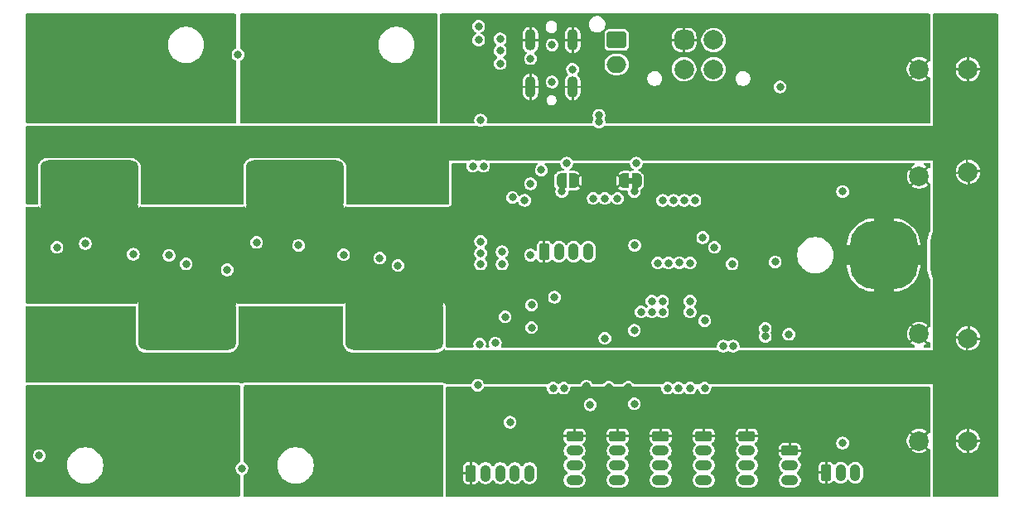
<source format=gbl>
G04 #@! TF.GenerationSoftware,KiCad,Pcbnew,9.0.2*
G04 #@! TF.CreationDate,2025-07-16T17:02:00+03:00*
G04 #@! TF.ProjectId,dcesc-ga25,64636573-632d-4676-9132-352e6b696361,rev?*
G04 #@! TF.SameCoordinates,Original*
G04 #@! TF.FileFunction,Copper,L4,Bot*
G04 #@! TF.FilePolarity,Positive*
%FSLAX46Y46*%
G04 Gerber Fmt 4.6, Leading zero omitted, Abs format (unit mm)*
G04 Created by KiCad (PCBNEW 9.0.2) date 2025-07-16 17:02:00*
%MOMM*%
%LPD*%
G01*
G04 APERTURE LIST*
G04 Aperture macros list*
%AMRoundRect*
0 Rectangle with rounded corners*
0 $1 Rounding radius*
0 $2 $3 $4 $5 $6 $7 $8 $9 X,Y pos of 4 corners*
0 Add a 4 corners polygon primitive as box body*
4,1,4,$2,$3,$4,$5,$6,$7,$8,$9,$2,$3,0*
0 Add four circle primitives for the rounded corners*
1,1,$1+$1,$2,$3*
1,1,$1+$1,$4,$5*
1,1,$1+$1,$6,$7*
1,1,$1+$1,$8,$9*
0 Add four rect primitives between the rounded corners*
20,1,$1+$1,$2,$3,$4,$5,0*
20,1,$1+$1,$4,$5,$6,$7,0*
20,1,$1+$1,$6,$7,$8,$9,0*
20,1,$1+$1,$8,$9,$2,$3,0*%
%AMFreePoly0*
4,1,23,0.500000,-0.750000,0.000000,-0.750000,0.000000,-0.745722,-0.065263,-0.745722,-0.191342,-0.711940,-0.304381,-0.646677,-0.396677,-0.554381,-0.461940,-0.441342,-0.495722,-0.315263,-0.495722,-0.250000,-0.500000,-0.250000,-0.500000,0.250000,-0.495722,0.250000,-0.495722,0.315263,-0.461940,0.441342,-0.396677,0.554381,-0.304381,0.646677,-0.191342,0.711940,-0.065263,0.745722,0.000000,0.745722,
0.000000,0.750000,0.500000,0.750000,0.500000,-0.750000,0.500000,-0.750000,$1*%
%AMFreePoly1*
4,1,23,0.000000,0.745722,0.065263,0.745722,0.191342,0.711940,0.304381,0.646677,0.396677,0.554381,0.461940,0.441342,0.495722,0.315263,0.495722,0.250000,0.500000,0.250000,0.500000,-0.250000,0.495722,-0.250000,0.495722,-0.315263,0.461940,-0.441342,0.396677,-0.554381,0.304381,-0.646677,0.191342,-0.711940,0.065263,-0.745722,0.000000,-0.745722,0.000000,-0.750000,-0.500000,-0.750000,
-0.500000,0.750000,0.000000,0.750000,0.000000,0.745722,0.000000,0.745722,$1*%
G04 Aperture macros list end*
G04 #@! TA.AperFunction,EtchedComponent*
%ADD10C,0.000000*%
G04 #@! TD*
G04 #@! TA.AperFunction,ComponentPad*
%ADD11RoundRect,1.000000X0.000010X0.000010X-0.000010X0.000010X-0.000010X-0.000010X0.000010X-0.000010X0*%
G04 #@! TD*
G04 #@! TA.AperFunction,ComponentPad*
%ADD12C,2.000000*%
G04 #@! TD*
G04 #@! TA.AperFunction,ComponentPad*
%ADD13RoundRect,2.249998X-1.250002X-1.250002X1.250002X-1.250002X1.250002X1.250002X-1.250002X1.250002X0*%
G04 #@! TD*
G04 #@! TA.AperFunction,ComponentPad*
%ADD14RoundRect,0.250000X-0.265000X-0.615000X0.265000X-0.615000X0.265000X0.615000X-0.265000X0.615000X0*%
G04 #@! TD*
G04 #@! TA.AperFunction,ComponentPad*
%ADD15O,1.030000X1.730000*%
G04 #@! TD*
G04 #@! TA.AperFunction,ComponentPad*
%ADD16RoundRect,0.666667X-0.333333X-0.333333X0.333333X-0.333333X0.333333X0.333333X-0.333333X0.333333X0*%
G04 #@! TD*
G04 #@! TA.AperFunction,ComponentPad*
%ADD17RoundRect,1.400000X0.800000X-0.800000X0.800000X0.800000X-0.800000X0.800000X-0.800000X-0.800000X0*%
G04 #@! TD*
G04 #@! TA.AperFunction,ComponentPad*
%ADD18RoundRect,0.250000X-0.615000X0.265000X-0.615000X-0.265000X0.615000X-0.265000X0.615000X0.265000X0*%
G04 #@! TD*
G04 #@! TA.AperFunction,ComponentPad*
%ADD19O,1.730000X1.030000*%
G04 #@! TD*
G04 #@! TA.AperFunction,ComponentPad*
%ADD20C,0.630000*%
G04 #@! TD*
G04 #@! TA.AperFunction,SMDPad,CuDef*
%ADD21R,3.300000X2.600000*%
G04 #@! TD*
G04 #@! TA.AperFunction,ComponentPad*
%ADD22O,1.100000X2.200000*%
G04 #@! TD*
G04 #@! TA.AperFunction,ComponentPad*
%ADD23RoundRect,0.250000X-0.750000X0.600000X-0.750000X-0.600000X0.750000X-0.600000X0.750000X0.600000X0*%
G04 #@! TD*
G04 #@! TA.AperFunction,ComponentPad*
%ADD24O,2.000000X1.700000*%
G04 #@! TD*
G04 #@! TA.AperFunction,ComponentPad*
%ADD25RoundRect,2.559998X-0.940002X-0.940002X0.940002X-0.940002X0.940002X0.940002X-0.940002X0.940002X0*%
G04 #@! TD*
G04 #@! TA.AperFunction,ComponentPad*
%ADD26RoundRect,1.000000X0.000011X0.000009X-0.000009X0.000011X-0.000011X-0.000009X0.000009X-0.000011X0*%
G04 #@! TD*
G04 #@! TA.AperFunction,ComponentPad*
%ADD27RoundRect,1.000000X0.000009X0.000011X-0.000011X0.000009X-0.000009X-0.000011X0.000011X-0.000009X0*%
G04 #@! TD*
G04 #@! TA.AperFunction,ComponentPad*
%ADD28RoundRect,1.400000X-0.800000X0.800000X-0.800000X-0.800000X0.800000X-0.800000X0.800000X0.800000X0*%
G04 #@! TD*
G04 #@! TA.AperFunction,SMDPad,CuDef*
%ADD29RoundRect,0.750000X-4.250000X-1.750000X4.250000X-1.750000X4.250000X1.750000X-4.250000X1.750000X0*%
G04 #@! TD*
G04 #@! TA.AperFunction,SMDPad,CuDef*
%ADD30RoundRect,0.150000X-4.850000X-0.350000X4.850000X-0.350000X4.850000X0.350000X-4.850000X0.350000X0*%
G04 #@! TD*
G04 #@! TA.AperFunction,SMDPad,CuDef*
%ADD31RoundRect,0.750000X4.250000X1.750000X-4.250000X1.750000X-4.250000X-1.750000X4.250000X-1.750000X0*%
G04 #@! TD*
G04 #@! TA.AperFunction,SMDPad,CuDef*
%ADD32RoundRect,0.150000X4.850000X0.350000X-4.850000X0.350000X-4.850000X-0.350000X4.850000X-0.350000X0*%
G04 #@! TD*
G04 #@! TA.AperFunction,SMDPad,CuDef*
%ADD33FreePoly0,0.000000*%
G04 #@! TD*
G04 #@! TA.AperFunction,SMDPad,CuDef*
%ADD34FreePoly1,0.000000*%
G04 #@! TD*
G04 #@! TA.AperFunction,SMDPad,CuDef*
%ADD35FreePoly0,180.000000*%
G04 #@! TD*
G04 #@! TA.AperFunction,SMDPad,CuDef*
%ADD36FreePoly1,180.000000*%
G04 #@! TD*
G04 #@! TA.AperFunction,ViaPad*
%ADD37C,0.800000*%
G04 #@! TD*
G04 #@! TA.AperFunction,Conductor*
%ADD38C,0.250000*%
G04 #@! TD*
G04 #@! TA.AperFunction,Conductor*
%ADD39C,0.600000*%
G04 #@! TD*
G04 APERTURE END LIST*
D10*
G04 #@! TA.AperFunction,EtchedComponent*
G04 #@! TO.C,J2*
G36*
X162350000Y-67700000D02*
G01*
X161850000Y-67700000D01*
X161850000Y-67100000D01*
X162350000Y-67100000D01*
X162350000Y-67700000D01*
G37*
G04 #@! TD.AperFunction*
G04 #@! TD*
D11*
G04 #@! TO.P,C65,1*
G04 #@! TO.N,+VM*
X196600000Y-56000000D03*
D12*
G04 #@! TO.P,C65,2*
G04 #@! TO.N,GND*
X191600000Y-56000000D03*
G04 #@! TD*
D13*
G04 #@! TO.P,J18,1,Pin_1*
G04 #@! TO.N,+VM*
X196200000Y-75000000D03*
G04 #@! TD*
D14*
G04 #@! TO.P,X8,1,Pin_1*
G04 #@! TO.N,GND*
X182100000Y-97250000D03*
D15*
G04 #@! TO.P,X8,2,Pin_2*
G04 #@! TO.N,Net-(X8-Pin_2)*
X183600000Y-97250000D03*
G04 #@! TO.P,X8,3,Pin_3*
G04 #@! TO.N,+5V*
X185100000Y-97250000D03*
G04 #@! TD*
D16*
G04 #@! TO.P,X1,1,Pin_1*
G04 #@! TO.N,GND*
X167600000Y-53000000D03*
D12*
G04 #@! TO.P,X1,2,Pin_2*
G04 #@! TO.N,+12V*
X170600000Y-53000000D03*
G04 #@! TO.P,X1,3,Pin_3*
G04 #@! TO.N,/+12V_ALT*
X167600000Y-56000000D03*
G04 #@! TO.P,X1,4,Pin_4*
G04 #@! TO.N,/+24V_ALT*
X170600000Y-56000000D03*
G04 #@! TD*
D17*
G04 #@! TO.P,J7,1,Pin_1*
G04 #@! TO.N,/M2.1/OUT*
X110800000Y-53000000D03*
G04 #@! TD*
G04 #@! TO.P,J5,1,Pin_1*
G04 #@! TO.N,/M1.2/OUT*
X133800000Y-97000000D03*
G04 #@! TD*
D18*
G04 #@! TO.P,X5,1,Pin_1*
G04 #@! TO.N,GND*
X169600000Y-93500000D03*
D19*
G04 #@! TO.P,X5,2,Pin_2*
G04 #@! TO.N,Net-(X5-Pin_2)*
X169600000Y-95000000D03*
G04 #@! TO.P,X5,3,Pin_3*
G04 #@! TO.N,Net-(X5-Pin_3)*
X169600000Y-96500000D03*
G04 #@! TO.P,X5,4,Pin_4*
G04 #@! TO.N,+5V*
X169600000Y-98000000D03*
G04 #@! TD*
D17*
G04 #@! TO.P,J4,1,Pin_1*
G04 #@! TO.N,/M1.1/OUT*
X112100000Y-97000000D03*
G04 #@! TD*
D18*
G04 #@! TO.P,X6,1,Pin_1*
G04 #@! TO.N,GND*
X174000000Y-93500000D03*
D19*
G04 #@! TO.P,X6,2,Pin_2*
G04 #@! TO.N,Net-(X6-Pin_2)*
X174000000Y-95000000D03*
G04 #@! TO.P,X6,3,Pin_3*
G04 #@! TO.N,Net-(X6-Pin_3)*
X174000000Y-96500000D03*
G04 #@! TO.P,X6,4,Pin_4*
G04 #@! TO.N,+5V*
X174000000Y-98000000D03*
G04 #@! TD*
D11*
G04 #@! TO.P,C68,1*
G04 #@! TO.N,+VM*
X196600000Y-94000000D03*
D12*
G04 #@! TO.P,C68,2*
G04 #@! TO.N,GND*
X191600000Y-94000000D03*
G04 #@! TD*
D17*
G04 #@! TO.P,J10,1,Pin_1*
G04 #@! TO.N,/M2.2/OUT*
X132500000Y-53000000D03*
G04 #@! TD*
D18*
G04 #@! TO.P,X4,1,Pin_1*
G04 #@! TO.N,GND*
X165200000Y-93500000D03*
D19*
G04 #@! TO.P,X4,2,Pin_2*
G04 #@! TO.N,Net-(X4-Pin_2)*
X165200000Y-95000000D03*
G04 #@! TO.P,X4,3,Pin_3*
G04 #@! TO.N,Net-(X4-Pin_3)*
X165200000Y-96500000D03*
G04 #@! TO.P,X4,4,Pin_4*
G04 #@! TO.N,+5V*
X165200000Y-98000000D03*
G04 #@! TD*
D14*
G04 #@! TO.P,X11,1,Pin_1*
G04 #@! TO.N,GND*
X153300000Y-74650000D03*
D15*
G04 #@! TO.P,X11,2,Pin_2*
G04 #@! TO.N,/NRST*
X154800000Y-74650000D03*
G04 #@! TO.P,X11,3,Pin_3*
G04 #@! TO.N,/SWCLK*
X156300000Y-74650000D03*
G04 #@! TO.P,X11,4,Pin_4*
G04 #@! TO.N,/SWDIO*
X157800000Y-74650000D03*
G04 #@! TD*
D18*
G04 #@! TO.P,X9,1,Pin_1*
G04 #@! TO.N,GND*
X178400000Y-95000000D03*
D19*
G04 #@! TO.P,X9,2,Pin_2*
G04 #@! TO.N,Net-(X9-Pin_2)*
X178400000Y-96500000D03*
G04 #@! TO.P,X9,3,Pin_3*
G04 #@! TO.N,+5V*
X178400000Y-98000000D03*
G04 #@! TD*
D20*
G04 #@! TO.P,U13,9,GND*
G04 #@! TO.N,GND*
X157600000Y-67650000D03*
X158900000Y-67650000D03*
X160200000Y-67650000D03*
D21*
X158900000Y-67000000D03*
D20*
X157600000Y-66350000D03*
X158900000Y-66350000D03*
X160200000Y-66350000D03*
G04 #@! TD*
D22*
G04 #@! TO.P,X12,S1,SHIELD*
G04 #@! TO.N,GND*
X151900000Y-57800000D03*
G04 #@! TO.P,X12,S2,SHIELD*
X156200000Y-57800000D03*
G04 #@! TO.P,X12,S3,SHIELD*
X151900000Y-53000000D03*
G04 #@! TO.P,X12,S4,SHIELD*
X156200000Y-53000000D03*
G04 #@! TD*
D18*
G04 #@! TO.P,X3,1,Pin_1*
G04 #@! TO.N,GND*
X156400000Y-93500000D03*
D19*
G04 #@! TO.P,X3,2,Pin_2*
G04 #@! TO.N,/CANH*
X156400000Y-95000000D03*
G04 #@! TO.P,X3,3,Pin_3*
G04 #@! TO.N,/CANL*
X156400000Y-96500000D03*
G04 #@! TO.P,X3,4,Pin_4*
G04 #@! TO.N,+5V*
X156400000Y-98000000D03*
G04 #@! TD*
D23*
G04 #@! TO.P,X2,1,Pin_1*
G04 #@! TO.N,Net-(U13-OUT2)*
X160700000Y-53000000D03*
D24*
G04 #@! TO.P,X2,2,Pin_2*
G04 #@! TO.N,Net-(U13-OUT1)*
X160700000Y-55500000D03*
G04 #@! TD*
D18*
G04 #@! TO.P,X7,1,Pin_1*
G04 #@! TO.N,GND*
X160800000Y-93500000D03*
D19*
G04 #@! TO.P,X7,2,Pin_2*
G04 #@! TO.N,Net-(X7-Pin_2)*
X160800000Y-95000000D03*
G04 #@! TO.P,X7,3,Pin_3*
G04 #@! TO.N,Net-(X7-Pin_3)*
X160800000Y-96500000D03*
G04 #@! TO.P,X7,4,Pin_4*
G04 #@! TO.N,Net-(X7-Pin_4)*
X160800000Y-98000000D03*
G04 #@! TD*
D25*
G04 #@! TO.P,J19,1,Pin_1*
G04 #@! TO.N,GND*
X188000000Y-75000000D03*
G04 #@! TD*
D26*
G04 #@! TO.P,C67,1*
G04 #@! TO.N,+VM*
X196600000Y-83500000D03*
D12*
G04 #@! TO.P,C67,2*
G04 #@! TO.N,GND*
X191619026Y-83064221D03*
G04 #@! TD*
D17*
G04 #@! TO.P,J3,1,Pin_1*
G04 #@! TO.N,/M1.1/OUT*
X117200000Y-97000000D03*
G04 #@! TD*
D14*
G04 #@! TO.P,X10,1,Pin_1*
G04 #@! TO.N,GND*
X145800000Y-97300000D03*
D15*
G04 #@! TO.P,X10,2,Pin_2*
G04 #@! TO.N,Net-(X10-Pin_2)*
X147300000Y-97300000D03*
G04 #@! TO.P,X10,3,Pin_3*
G04 #@! TO.N,Net-(X10-Pin_3)*
X148800000Y-97300000D03*
G04 #@! TO.P,X10,4,Pin_4*
G04 #@! TO.N,Net-(X10-Pin_4)*
X150300000Y-97300000D03*
G04 #@! TO.P,X10,5,Pin_5*
G04 #@! TO.N,+5V*
X151800000Y-97300000D03*
G04 #@! TD*
D17*
G04 #@! TO.P,J6,1,Pin_1*
G04 #@! TO.N,/M1.2/OUT*
X138900000Y-97000000D03*
G04 #@! TD*
D27*
G04 #@! TO.P,C66,1*
G04 #@! TO.N,+VM*
X196600000Y-66500000D03*
D12*
G04 #@! TO.P,C66,2*
G04 #@! TO.N,GND*
X191619026Y-66935779D03*
G04 #@! TD*
D17*
G04 #@! TO.P,J8,1,Pin_1*
G04 #@! TO.N,/M2.1/OUT*
X105700000Y-53000000D03*
G04 #@! TD*
D28*
G04 #@! TO.P,J9,1,Pin_1*
G04 #@! TO.N,/M2.2/OUT*
X127400000Y-53000000D03*
G04 #@! TD*
D29*
G04 #@! TO.P,R59-1,1*
G04 #@! TO.N,/M1.2/PGND*
X138000000Y-82200000D03*
D30*
G04 #@! TO.P,R59-1,2*
G04 #@! TO.N,GND*
X138000000Y-79700000D03*
G04 #@! TD*
D31*
G04 #@! TO.P,R60-1,1*
G04 #@! TO.N,/M2.2/PGND*
X127800000Y-67800000D03*
D32*
G04 #@! TO.P,R60-1,2*
G04 #@! TO.N,GND*
X127800000Y-70300000D03*
G04 #@! TD*
D29*
G04 #@! TO.P,R57-1,1*
G04 #@! TO.N,/M1.1/PGND*
X116800000Y-82200000D03*
D30*
G04 #@! TO.P,R57-1,2*
G04 #@! TO.N,GND*
X116800000Y-79700000D03*
G04 #@! TD*
D33*
G04 #@! TO.P,J1,1,A*
G04 #@! TO.N,Net-(J1-A)*
X155050000Y-67400000D03*
D34*
G04 #@! TO.P,J1,2,B*
G04 #@! TO.N,GND*
X156350000Y-67400000D03*
G04 #@! TD*
D35*
G04 #@! TO.P,J2,1,A*
G04 #@! TO.N,Net-(J2-A)*
X162750000Y-67400000D03*
D36*
G04 #@! TO.P,J2,2,B*
G04 #@! TO.N,GND*
X161450000Y-67400000D03*
G04 #@! TD*
D31*
G04 #@! TO.P,R58-1,1*
G04 #@! TO.N,/M2.1/PGND*
X106800000Y-67800000D03*
D32*
G04 #@! TO.P,R58-1,2*
G04 #@! TO.N,GND*
X106800000Y-70300000D03*
G04 #@! TD*
D37*
G04 #@! TO.N,+5V*
X151900000Y-75000000D03*
X154350000Y-79300000D03*
X183800000Y-94200000D03*
X178300000Y-83100000D03*
G04 #@! TO.N,+VM*
X119400000Y-65400000D03*
X139600000Y-65400000D03*
X194300000Y-85600000D03*
X117000000Y-64200000D03*
X130000000Y-82200000D03*
X120600000Y-65400000D03*
X142000000Y-63000000D03*
X115800000Y-65400000D03*
X103800000Y-82200000D03*
X142000000Y-64200000D03*
X125200000Y-85800000D03*
X196500000Y-64400000D03*
X137200000Y-63000000D03*
X130000000Y-81000000D03*
X128800000Y-82200000D03*
X131200000Y-87000000D03*
X126400000Y-85800000D03*
X106400000Y-81000000D03*
X120600000Y-66600000D03*
X138400000Y-63000000D03*
X107400000Y-85800000D03*
X196000000Y-63500000D03*
X102600000Y-82200000D03*
X108600000Y-82200000D03*
X113400000Y-69000000D03*
X131200000Y-82200000D03*
X106200000Y-82200000D03*
X106200000Y-83400000D03*
X134800000Y-63000000D03*
X103800000Y-84600000D03*
X127600000Y-83400000D03*
X107400000Y-84600000D03*
X131200000Y-85800000D03*
X136000000Y-63000000D03*
X113400000Y-66600000D03*
X119400000Y-67800000D03*
X115800000Y-67800000D03*
X117000000Y-67800000D03*
X139600000Y-63000000D03*
X105000000Y-82200000D03*
X114600000Y-67800000D03*
X165800000Y-63000000D03*
X128800000Y-85800000D03*
X108600000Y-85800000D03*
X125200000Y-83400000D03*
X113400000Y-65400000D03*
X137200000Y-64200000D03*
X126400000Y-87000000D03*
X125200000Y-87000000D03*
X125200000Y-82200000D03*
X119400000Y-69000000D03*
X128800000Y-83400000D03*
X124000000Y-87000000D03*
X128800000Y-84600000D03*
X136000000Y-64200000D03*
X114600000Y-64200000D03*
X198800000Y-64400000D03*
X124000000Y-82200000D03*
X138400000Y-66600000D03*
X126400000Y-83400000D03*
X139600000Y-67800000D03*
X198800000Y-62600000D03*
X140800000Y-67800000D03*
X142000000Y-67800000D03*
X196500000Y-87400000D03*
X108600000Y-87000000D03*
X127600000Y-81000000D03*
X195400000Y-64400000D03*
X140800000Y-66600000D03*
X125200000Y-81000000D03*
X118200000Y-69000000D03*
X126400000Y-82200000D03*
X131200000Y-83400000D03*
X106200000Y-85800000D03*
X130000000Y-87000000D03*
X195400000Y-85600000D03*
X138400000Y-67800000D03*
X106200000Y-84600000D03*
X140800000Y-63000000D03*
X197700000Y-87400000D03*
X193700000Y-86500000D03*
X139600000Y-69000000D03*
X103800000Y-83400000D03*
X142000000Y-65400000D03*
X196500000Y-85600000D03*
X105000000Y-84600000D03*
X114600000Y-65400000D03*
X124000000Y-85800000D03*
X131200000Y-81000000D03*
X136000000Y-67800000D03*
X140800000Y-64200000D03*
X198300000Y-63500000D03*
X196500000Y-62600000D03*
X120600000Y-63000000D03*
X108600000Y-81000000D03*
X126400000Y-81000000D03*
X117000000Y-69000000D03*
X137200000Y-66600000D03*
X117000000Y-63000000D03*
X197700000Y-64400000D03*
X134800000Y-69000000D03*
X140800000Y-69000000D03*
X198800000Y-87400000D03*
X114600000Y-63000000D03*
X102600000Y-85800000D03*
X195400000Y-62600000D03*
X165000000Y-63000000D03*
X103800000Y-85800000D03*
X138400000Y-64200000D03*
X117000000Y-66600000D03*
X128800000Y-81000000D03*
X134800000Y-65400000D03*
X115800000Y-64200000D03*
X109800000Y-83400000D03*
X134800000Y-67800000D03*
X197700000Y-62600000D03*
X118200000Y-67800000D03*
X136000000Y-69000000D03*
X115800000Y-69000000D03*
X127600000Y-87000000D03*
X117000000Y-65400000D03*
X120600000Y-64200000D03*
X114600000Y-69000000D03*
X134800000Y-66600000D03*
X130000000Y-85800000D03*
X118200000Y-63000000D03*
X113400000Y-63000000D03*
X138400000Y-69000000D03*
X124000000Y-84600000D03*
X105000000Y-85800000D03*
X142000000Y-66600000D03*
X194900000Y-63500000D03*
X198800000Y-85600000D03*
X113400000Y-67800000D03*
X105000000Y-83400000D03*
X102600000Y-83400000D03*
X120600000Y-69000000D03*
X107400000Y-83400000D03*
X103800000Y-81000000D03*
X137200000Y-69000000D03*
X197700000Y-85600000D03*
X134800000Y-64200000D03*
X139600000Y-66600000D03*
X140800000Y-65400000D03*
X127600000Y-84600000D03*
X109800000Y-85800000D03*
X108600000Y-84600000D03*
X107400000Y-82200000D03*
X109800000Y-81000000D03*
X118200000Y-65400000D03*
X137200000Y-65400000D03*
X137200000Y-67800000D03*
X105000000Y-87000000D03*
X115800000Y-66600000D03*
X164600000Y-62400000D03*
X136000000Y-65400000D03*
X142000000Y-69000000D03*
X124000000Y-81000000D03*
X163400000Y-87800000D03*
X136000000Y-66600000D03*
X119400000Y-63000000D03*
X138400000Y-65400000D03*
X193800000Y-63500000D03*
X194300000Y-64400000D03*
X120600000Y-67800000D03*
X165400000Y-62400000D03*
X109800000Y-84600000D03*
X108600000Y-83400000D03*
X194300000Y-87400000D03*
X130000000Y-83400000D03*
X102600000Y-81000000D03*
X102600000Y-84600000D03*
X107400000Y-87000000D03*
X124000000Y-83400000D03*
X197200000Y-86500000D03*
X127600000Y-85800000D03*
X194900000Y-86500000D03*
X115800000Y-63000000D03*
X128800000Y-87000000D03*
X126400000Y-84600000D03*
X105000000Y-81000000D03*
X118200000Y-64200000D03*
X114600000Y-66600000D03*
X118200000Y-66600000D03*
X197200000Y-63500000D03*
X127600000Y-82200000D03*
X119400000Y-64200000D03*
X198300000Y-86500000D03*
X164200000Y-63000000D03*
X125200000Y-84600000D03*
X107400000Y-81000000D03*
X109800000Y-82200000D03*
X119400000Y-66600000D03*
X196000000Y-86500000D03*
X106200000Y-87000000D03*
X195400000Y-87400000D03*
X130000000Y-84600000D03*
X139600000Y-64200000D03*
X131200000Y-84600000D03*
X113400000Y-64200000D03*
X102600000Y-87000000D03*
X194300000Y-62600000D03*
X103800000Y-87000000D03*
X109800000Y-87000000D03*
G04 #@! TO.N,+3.3V*
X175900000Y-83300000D03*
X162500000Y-90200000D03*
X138350000Y-76050000D03*
X170700000Y-74200000D03*
X128200000Y-74000000D03*
X162550000Y-74000000D03*
X160800000Y-69200000D03*
X158000000Y-90300000D03*
X106400000Y-73800000D03*
X152000000Y-82400000D03*
X175900000Y-82500000D03*
X116700000Y-75900000D03*
X162500000Y-82700000D03*
G04 #@! TO.N,+12V*
X148800000Y-55400000D03*
X149300000Y-81300000D03*
X177400000Y-57800000D03*
X150050000Y-69100000D03*
X183800000Y-68500000D03*
X149800000Y-92100000D03*
G04 #@! TO.N,/IC1*
X114959482Y-75025471D03*
X168200000Y-80800000D03*
G04 #@! TO.N,/IC2*
X136500000Y-75300000D03*
X169700000Y-81700000D03*
G04 #@! TO.N,/IC3*
X168200000Y-79700000D03*
X111300000Y-74900000D03*
G04 #@! TO.N,/IC4*
X132800000Y-74950000D03*
X165400000Y-80800000D03*
G04 #@! TO.N,Net-(U9-LO)*
X120900000Y-76500000D03*
X146800000Y-73600000D03*
G04 #@! TO.N,Net-(U9-HO)*
X146800000Y-75900000D03*
X101700000Y-95500000D03*
G04 #@! TO.N,/USART3_TX*
X172500000Y-75900000D03*
X171600000Y-84300000D03*
G04 #@! TO.N,/M1_L*
X166000000Y-75800000D03*
X149000000Y-74650000D03*
G04 #@! TO.N,/M4_H*
X166500000Y-69400000D03*
X148800000Y-54100000D03*
G04 #@! TO.N,/M2_L*
X148300000Y-84000000D03*
X152000000Y-80100000D03*
G04 #@! TO.N,/USART1_TX*
X169700000Y-88600000D03*
X164300000Y-80800000D03*
G04 #@! TO.N,/USART1_RX*
X168200000Y-88600000D03*
X163200000Y-80800000D03*
G04 #@! TO.N,/M3_H*
X151300000Y-69400000D03*
X165400000Y-69400000D03*
G04 #@! TO.N,/USART3_RX*
X172600000Y-84300000D03*
X169500000Y-73200000D03*
G04 #@! TO.N,/M3_L*
X167600000Y-69400000D03*
X151900000Y-67700000D03*
G04 #@! TO.N,/M1_H*
X164900000Y-75800000D03*
X149000000Y-75900000D03*
G04 #@! TO.N,/M4_L*
X148800000Y-52900000D03*
X168700000Y-69400000D03*
G04 #@! TO.N,Net-(U11-LO)*
X146800000Y-61200000D03*
X103500000Y-74200000D03*
G04 #@! TO.N,Net-(U11-HO)*
X122000000Y-54500000D03*
X146000000Y-65900000D03*
G04 #@! TO.N,/NRST*
X159500000Y-83500000D03*
G04 #@! TO.N,/CANH*
X155300000Y-88600000D03*
G04 #@! TO.N,/CANL*
X154200000Y-88600000D03*
G04 #@! TO.N,GND*
X142600000Y-72900000D03*
X120000000Y-72900000D03*
X179700000Y-66700000D03*
X105600000Y-77100000D03*
X183600000Y-54000000D03*
X139000000Y-72900000D03*
X181200000Y-80500000D03*
X173700000Y-83500000D03*
X180000000Y-60300000D03*
X167200000Y-77250000D03*
X178300000Y-77800000D03*
X180200000Y-55400000D03*
X179600000Y-80500000D03*
X182100000Y-79700000D03*
X183600000Y-81300000D03*
X177500000Y-53800000D03*
X159900000Y-88500000D03*
X186100000Y-55600000D03*
X165100000Y-71600000D03*
X181950000Y-70500000D03*
X108200000Y-72300000D03*
X103200000Y-77100000D03*
X121200000Y-72900000D03*
X175500000Y-52000000D03*
X117600000Y-72900000D03*
X137800000Y-72900000D03*
X102000000Y-77100000D03*
X180450000Y-70500000D03*
X180800000Y-71050000D03*
X182100000Y-78900000D03*
X180800000Y-68800000D03*
X141400000Y-72900000D03*
X185300000Y-78800000D03*
X148700000Y-51500000D03*
X190300000Y-61100000D03*
X147700000Y-90900000D03*
X185500000Y-52400000D03*
X171000000Y-69400000D03*
X181150000Y-70500000D03*
X114800000Y-77500000D03*
X181700000Y-52400000D03*
X140200000Y-72900000D03*
X147200000Y-60000000D03*
X157600000Y-88400000D03*
X136350000Y-77700000D03*
X178300000Y-71900000D03*
X182750000Y-70500000D03*
X116400000Y-77500000D03*
X116400000Y-72900000D03*
X186700000Y-66900000D03*
X162600000Y-57400000D03*
X189500000Y-61100000D03*
X177700000Y-72400000D03*
X118800000Y-72900000D03*
X184100000Y-77500000D03*
X185800000Y-89400000D03*
X178400000Y-78600000D03*
X182350000Y-71050000D03*
X162600000Y-60700000D03*
X188700000Y-61100000D03*
X177200000Y-68000000D03*
X128400000Y-72300000D03*
X179500000Y-52000000D03*
X163700000Y-75300000D03*
X166100000Y-54100000D03*
X104400000Y-77100000D03*
X126000000Y-77100000D03*
X106800000Y-77100000D03*
X173100000Y-71450000D03*
X154100000Y-60600000D03*
X188200000Y-89700000D03*
X158200000Y-78500000D03*
X165900000Y-53000000D03*
X188200000Y-89000000D03*
X148100000Y-73600000D03*
X159200000Y-80200000D03*
X183150000Y-71050000D03*
X124800000Y-77100000D03*
X149200000Y-83000000D03*
X177700000Y-71600000D03*
X166100000Y-52000000D03*
X123600000Y-77100000D03*
X127200000Y-77100000D03*
X181550000Y-71050000D03*
X138100000Y-77700000D03*
X147300000Y-69000000D03*
X130000000Y-72300000D03*
X161900000Y-88500000D03*
X183850000Y-71450000D03*
X106800000Y-72300000D03*
X153200000Y-92200000D03*
X185300000Y-79600000D03*
X171600000Y-75100000D03*
X128400000Y-77100000D03*
X171800000Y-77600000D03*
X179800000Y-90900000D03*
X186900000Y-81200000D03*
G04 #@! TO.N,/USB_DM*
X156200000Y-56000000D03*
X151900000Y-54900000D03*
G04 #@! TO.N,/MOT1*
X159500000Y-69200000D03*
X168200000Y-75800000D03*
G04 #@! TO.N,/PPM3*
X167000000Y-88600000D03*
X165400000Y-79700000D03*
G04 #@! TO.N,/MOT2*
X167100000Y-75788441D03*
X158300000Y-69200000D03*
G04 #@! TO.N,/PPM4*
X165900000Y-88600000D03*
X164300000Y-79700000D03*
G04 #@! TO.N,/VBUS*
X153000000Y-66300000D03*
X154100000Y-53500000D03*
X154100000Y-57300000D03*
G04 #@! TO.N,/M1.1/PGND*
X116400000Y-83900000D03*
X114800000Y-83900000D03*
X117600000Y-83200000D03*
X120400000Y-83900000D03*
X118400000Y-83200000D03*
X118000000Y-83900000D03*
X112800000Y-83200000D03*
X116000000Y-83200000D03*
X115200000Y-83200000D03*
X118800000Y-83900000D03*
X119600000Y-83900000D03*
X113200000Y-83900000D03*
X114400000Y-83200000D03*
X114000000Y-83900000D03*
X117200000Y-83900000D03*
X120000000Y-83200000D03*
X119200000Y-83200000D03*
X116800000Y-83200000D03*
X115600000Y-83900000D03*
X113600000Y-83200000D03*
G04 #@! TO.N,/M1.2/PGND*
X137600000Y-83900000D03*
X134000000Y-83200000D03*
X139200000Y-83900000D03*
X135600000Y-83200000D03*
X137200000Y-83200000D03*
X140000000Y-83900000D03*
X134800000Y-83200000D03*
X136800000Y-83900000D03*
X134400000Y-83900000D03*
X141600000Y-83900000D03*
X136000000Y-83900000D03*
X138400000Y-83900000D03*
X135200000Y-83900000D03*
X140800000Y-83900000D03*
X141200000Y-83200000D03*
X139600000Y-83200000D03*
X138800000Y-83200000D03*
X140400000Y-83200000D03*
X136400000Y-83200000D03*
X138000000Y-83200000D03*
G04 #@! TO.N,/M2.1/PGND*
X110600000Y-66700000D03*
X104200000Y-66700000D03*
X110200000Y-66000000D03*
X103000000Y-66000000D03*
X106200000Y-66000000D03*
X105400000Y-66000000D03*
X106600000Y-66700000D03*
X108200000Y-66700000D03*
X109400000Y-66000000D03*
X105000000Y-66700000D03*
X107000000Y-66000000D03*
X104600000Y-66000000D03*
X105800000Y-66700000D03*
X107800000Y-66000000D03*
X103800000Y-66000000D03*
X108600000Y-66000000D03*
X103400000Y-66700000D03*
X109000000Y-66700000D03*
X109800000Y-66700000D03*
X107400000Y-66700000D03*
G04 #@! TO.N,/M2.2/PGND*
X129400000Y-66800000D03*
X127800000Y-66800000D03*
X128600000Y-66800000D03*
X127000000Y-66800000D03*
X125800000Y-66100000D03*
X125400000Y-66800000D03*
X124200000Y-66100000D03*
X131400000Y-66100000D03*
X130200000Y-66800000D03*
X125000000Y-66100000D03*
X129800000Y-66100000D03*
X124600000Y-66800000D03*
X131000000Y-66800000D03*
X126600000Y-66100000D03*
X129000000Y-66100000D03*
X131800000Y-66800000D03*
X126200000Y-66800000D03*
X128200000Y-66100000D03*
X127400000Y-66100000D03*
X130600000Y-66100000D03*
G04 #@! TO.N,/M1.1/OUT*
X106200000Y-89800000D03*
X116800000Y-90400000D03*
X105000000Y-89800000D03*
X107400000Y-89800000D03*
X114400000Y-90400000D03*
X119200000Y-90400000D03*
X114400000Y-91600000D03*
X119200000Y-89200000D03*
X120400000Y-90400000D03*
X115600000Y-91600000D03*
X103800000Y-89800000D03*
X119200000Y-91600000D03*
X113200000Y-91600000D03*
X120400000Y-89200000D03*
X118000000Y-91600000D03*
X114400000Y-89200000D03*
X120400000Y-91600000D03*
X118000000Y-89200000D03*
X146800000Y-74800000D03*
X113200000Y-90400000D03*
X105600000Y-90600000D03*
X109200000Y-90600000D03*
X116800000Y-89200000D03*
X118000000Y-90400000D03*
X108000000Y-90600000D03*
X116800000Y-91600000D03*
X110400000Y-90600000D03*
X106800000Y-90600000D03*
X109800000Y-89800000D03*
X115600000Y-90400000D03*
X104400000Y-90600000D03*
X113200000Y-89200000D03*
X103200000Y-90600000D03*
X115600000Y-89200000D03*
X108600000Y-89800000D03*
G04 #@! TO.N,/M1.2/OUT*
X134600000Y-90400000D03*
X131200000Y-89800000D03*
X140600000Y-89200000D03*
X138200000Y-91600000D03*
X141800000Y-90400000D03*
X127600000Y-89800000D03*
X141800000Y-89200000D03*
X140600000Y-90500000D03*
X140600000Y-91600000D03*
X130600000Y-90600000D03*
X128800000Y-89800000D03*
X137000000Y-91600000D03*
X128200000Y-90600000D03*
X137000000Y-89200000D03*
X146700000Y-84100000D03*
X130000000Y-89800000D03*
X139400000Y-91600000D03*
X135800000Y-89200000D03*
X124600000Y-90600000D03*
X129400000Y-90600000D03*
X131800000Y-90600000D03*
X138200000Y-90400000D03*
X141800000Y-91600000D03*
X134600000Y-89200000D03*
X125800000Y-90600000D03*
X125200000Y-89800000D03*
X138200000Y-89200000D03*
X127000000Y-90600000D03*
X139400000Y-90400000D03*
X139400000Y-89200000D03*
X134600000Y-91600000D03*
X126400000Y-89800000D03*
X137000000Y-90400000D03*
X135800000Y-91600000D03*
X135800000Y-90400000D03*
G04 #@! TO.N,/M2.1/OUT*
X107600000Y-60800000D03*
X110000000Y-60800000D03*
X108800000Y-59600000D03*
X110000000Y-59600000D03*
X105200000Y-59600000D03*
X106400000Y-59600000D03*
X107600000Y-59600000D03*
X115200000Y-59400000D03*
X115800000Y-60200000D03*
X120000000Y-59400000D03*
X118200000Y-60200000D03*
X106400000Y-60800000D03*
X107600000Y-58400000D03*
X117600000Y-59400000D03*
X117000000Y-60200000D03*
X102800000Y-60800000D03*
X108800000Y-58400000D03*
X106400000Y-58400000D03*
X105200000Y-58400000D03*
X104000000Y-59600000D03*
X113400000Y-60200000D03*
X110000000Y-58400000D03*
X112800000Y-59400000D03*
X104000000Y-60800000D03*
X116400000Y-59400000D03*
X105200000Y-60800000D03*
X108800000Y-60800000D03*
X118800000Y-59400000D03*
X102800000Y-58400000D03*
X104000000Y-58400000D03*
X114000000Y-59400000D03*
X102800000Y-59600000D03*
X114600000Y-60200000D03*
X119400000Y-60200000D03*
X147100000Y-65900000D03*
G04 #@! TO.N,/M2.2/OUT*
X124200000Y-60800000D03*
X129000000Y-59600000D03*
X138400000Y-60200000D03*
X136000000Y-60200000D03*
X127800000Y-60800000D03*
X127800000Y-58400000D03*
X124200000Y-58400000D03*
X140800000Y-60200000D03*
X140200000Y-59400000D03*
X139000000Y-59400000D03*
X124200000Y-59600000D03*
X129000000Y-58400000D03*
X137200000Y-60200000D03*
X129000000Y-60800000D03*
X130200000Y-60800000D03*
X136600000Y-59400000D03*
X137800000Y-59400000D03*
X135400000Y-59400000D03*
X126600000Y-60800000D03*
X131400000Y-59600000D03*
X126600000Y-58400000D03*
X125400000Y-60800000D03*
X125400000Y-59600000D03*
X126600000Y-59600000D03*
X131400000Y-58400000D03*
X146600000Y-53000000D03*
X134800000Y-60200000D03*
X125400000Y-58400000D03*
X130200000Y-59600000D03*
X141400000Y-59400000D03*
X131400000Y-60800000D03*
X139600000Y-60200000D03*
X130200000Y-58400000D03*
X134200000Y-59400000D03*
X127800000Y-59600000D03*
G04 #@! TO.N,Net-(U10-HO)*
X146500000Y-88300000D03*
X122400000Y-96800000D03*
G04 #@! TO.N,Net-(U12-LO)*
X123900000Y-73700000D03*
X146600000Y-51600000D03*
G04 #@! TO.N,Net-(J1-A)*
X155100000Y-68500000D03*
G04 #@! TO.N,Net-(J2-A)*
X162500000Y-68500000D03*
G04 #@! TO.N,Net-(U13-ISEN)*
X158900000Y-61400000D03*
X155600000Y-65600000D03*
X162700000Y-65600000D03*
X158900000Y-60700000D03*
G04 #@! TO.N,Net-(X7-Pin_4)*
X176900000Y-75700000D03*
G04 #@! TD*
D38*
G04 #@! TO.N,+VM*
X164900000Y-63000000D02*
X164700000Y-62800000D01*
G04 #@! TO.N,GND*
X171550000Y-77550000D02*
X171800000Y-77800000D01*
D39*
G04 #@! TO.N,Net-(J1-A)*
X155050000Y-68450000D02*
X155050000Y-67400000D01*
X155100000Y-68500000D02*
X155050000Y-68450000D01*
D38*
G04 #@! TO.N,Net-(J2-A)*
X162700000Y-67450000D02*
X162750000Y-67400000D01*
X162700000Y-68300000D02*
X162700000Y-67450000D01*
X162500000Y-68500000D02*
X162700000Y-68300000D01*
G04 #@! TD*
G04 #@! TA.AperFunction,Conductor*
G04 #@! TO.N,+VM*
G36*
X199642539Y-50320185D02*
G01*
X199688294Y-50372989D01*
X199699500Y-50424500D01*
X199699500Y-99575500D01*
X199679815Y-99642539D01*
X199627011Y-99688294D01*
X199575500Y-99699500D01*
X193124000Y-99699500D01*
X193056961Y-99679815D01*
X193011206Y-99627011D01*
X193000000Y-99575500D01*
X193000000Y-93875000D01*
X195354786Y-93875000D01*
X196115856Y-93875000D01*
X196100000Y-93934174D01*
X196100000Y-94065826D01*
X196115856Y-94125000D01*
X195354786Y-94125000D01*
X195360400Y-94196332D01*
X195415377Y-94414519D01*
X195508428Y-94619374D01*
X195508431Y-94619380D01*
X195636559Y-94804323D01*
X195636569Y-94804335D01*
X195795664Y-94963430D01*
X195795676Y-94963440D01*
X195980619Y-95091568D01*
X195980625Y-95091571D01*
X196185480Y-95184622D01*
X196403667Y-95239599D01*
X196475000Y-95245213D01*
X196475000Y-94484144D01*
X196534174Y-94500000D01*
X196665826Y-94500000D01*
X196725000Y-94484144D01*
X196725000Y-95245212D01*
X196796331Y-95239599D01*
X197014519Y-95184622D01*
X197219374Y-95091571D01*
X197219380Y-95091568D01*
X197404323Y-94963440D01*
X197404335Y-94963430D01*
X197563430Y-94804335D01*
X197563440Y-94804323D01*
X197691568Y-94619380D01*
X197691571Y-94619374D01*
X197784622Y-94414519D01*
X197839599Y-94196332D01*
X197845214Y-94125000D01*
X197084144Y-94125000D01*
X197100000Y-94065826D01*
X197100000Y-93934174D01*
X197084144Y-93875000D01*
X197845213Y-93875000D01*
X197839599Y-93803667D01*
X197784622Y-93585480D01*
X197691571Y-93380625D01*
X197691568Y-93380619D01*
X197563440Y-93195676D01*
X197563430Y-93195664D01*
X197404335Y-93036569D01*
X197404323Y-93036559D01*
X197219380Y-92908431D01*
X197219374Y-92908428D01*
X197014519Y-92815377D01*
X196796332Y-92760400D01*
X196725000Y-92754785D01*
X196725000Y-93515855D01*
X196665826Y-93500000D01*
X196534174Y-93500000D01*
X196475000Y-93515855D01*
X196475000Y-92754786D01*
X196403667Y-92760400D01*
X196185480Y-92815377D01*
X195980625Y-92908428D01*
X195980619Y-92908431D01*
X195795676Y-93036559D01*
X195795664Y-93036569D01*
X195636569Y-93195664D01*
X195636559Y-93195676D01*
X195508431Y-93380619D01*
X195508428Y-93380625D01*
X195415377Y-93585480D01*
X195360400Y-93803667D01*
X195354786Y-93875000D01*
X193000000Y-93875000D01*
X193000000Y-88200000D01*
X193000000Y-83587543D01*
X195348005Y-83587543D01*
X195383756Y-83809692D01*
X195458599Y-84021879D01*
X195458600Y-84021883D01*
X195570126Y-84217297D01*
X195570131Y-84217303D01*
X195714759Y-84389666D01*
X195887843Y-84533435D01*
X196083807Y-84643984D01*
X196083823Y-84643991D01*
X196296374Y-84717770D01*
X196296379Y-84717772D01*
X196366947Y-84729581D01*
X196366948Y-84729580D01*
X196433146Y-83972929D01*
X196534174Y-84000000D01*
X196665826Y-84000000D01*
X196682113Y-83995635D01*
X196615996Y-84751369D01*
X196687542Y-84751994D01*
X196909692Y-84716243D01*
X197121879Y-84641400D01*
X197121883Y-84641399D01*
X197317297Y-84529873D01*
X197317303Y-84529868D01*
X197489666Y-84385240D01*
X197633435Y-84212156D01*
X197743984Y-84016192D01*
X197743991Y-84016176D01*
X197817770Y-83803625D01*
X197817772Y-83803617D01*
X197829581Y-83733051D01*
X197829581Y-83733050D01*
X197072929Y-83666851D01*
X197100000Y-83565826D01*
X197100000Y-83434174D01*
X197095635Y-83417884D01*
X197851369Y-83484002D01*
X197851994Y-83412457D01*
X197816243Y-83190307D01*
X197741400Y-82978120D01*
X197741399Y-82978116D01*
X197629873Y-82782702D01*
X197629868Y-82782696D01*
X197485240Y-82610333D01*
X197312156Y-82466564D01*
X197116192Y-82356015D01*
X197116176Y-82356008D01*
X196903632Y-82282231D01*
X196903611Y-82282226D01*
X196833051Y-82270417D01*
X196833050Y-82270418D01*
X196766851Y-83027070D01*
X196665826Y-83000000D01*
X196534174Y-83000000D01*
X196517884Y-83004364D01*
X196584002Y-82248630D01*
X196584001Y-82248629D01*
X196512456Y-82248005D01*
X196290307Y-82283756D01*
X196078120Y-82358599D01*
X196078116Y-82358600D01*
X195882702Y-82470126D01*
X195882696Y-82470131D01*
X195710333Y-82614759D01*
X195566564Y-82787843D01*
X195456015Y-82983807D01*
X195456008Y-82983823D01*
X195382230Y-83196370D01*
X195370418Y-83266948D01*
X196127070Y-83333146D01*
X196100000Y-83434174D01*
X196100000Y-83565826D01*
X196104364Y-83582113D01*
X195348630Y-83515996D01*
X195348629Y-83515997D01*
X195348005Y-83587543D01*
X193000000Y-83587543D01*
X193000000Y-66412456D01*
X195348005Y-66412456D01*
X195348629Y-66484001D01*
X195348630Y-66484002D01*
X196104364Y-66417884D01*
X196100000Y-66434174D01*
X196100000Y-66565826D01*
X196127070Y-66666851D01*
X195370418Y-66733050D01*
X195370418Y-66733051D01*
X195382227Y-66803617D01*
X195382229Y-66803625D01*
X195456008Y-67016176D01*
X195456015Y-67016192D01*
X195566564Y-67212156D01*
X195710333Y-67385240D01*
X195882696Y-67529868D01*
X195882702Y-67529873D01*
X196078116Y-67641399D01*
X196078120Y-67641400D01*
X196290307Y-67716243D01*
X196512458Y-67751993D01*
X196584002Y-67751369D01*
X196517884Y-66995635D01*
X196534174Y-67000000D01*
X196665826Y-67000000D01*
X196766851Y-66972929D01*
X196833050Y-67729579D01*
X196903621Y-67717770D01*
X197116186Y-67643987D01*
X197116192Y-67643984D01*
X197312156Y-67533435D01*
X197485240Y-67389666D01*
X197629868Y-67217303D01*
X197629873Y-67217297D01*
X197741399Y-67021883D01*
X197741400Y-67021879D01*
X197816243Y-66809692D01*
X197851994Y-66587542D01*
X197851369Y-66515996D01*
X197095635Y-66582113D01*
X197100000Y-66565826D01*
X197100000Y-66434174D01*
X197072929Y-66333146D01*
X197829579Y-66266948D01*
X197817771Y-66196379D01*
X197743987Y-65983813D01*
X197743984Y-65983807D01*
X197633435Y-65787843D01*
X197489666Y-65614759D01*
X197317303Y-65470131D01*
X197317297Y-65470126D01*
X197121883Y-65358600D01*
X197121879Y-65358599D01*
X196909692Y-65283756D01*
X196687541Y-65248005D01*
X196615997Y-65248629D01*
X196615996Y-65248630D01*
X196682113Y-66004364D01*
X196665826Y-66000000D01*
X196534174Y-66000000D01*
X196433146Y-66027070D01*
X196366948Y-65270418D01*
X196296379Y-65282227D01*
X196296374Y-65282229D01*
X196083823Y-65356008D01*
X196083807Y-65356015D01*
X195887843Y-65466564D01*
X195714759Y-65610333D01*
X195570131Y-65782696D01*
X195570126Y-65782702D01*
X195458600Y-65978116D01*
X195458599Y-65978120D01*
X195383756Y-66190307D01*
X195348005Y-66412456D01*
X193000000Y-66412456D01*
X193000000Y-55875000D01*
X195354786Y-55875000D01*
X196115856Y-55875000D01*
X196100000Y-55934174D01*
X196100000Y-56065826D01*
X196115856Y-56125000D01*
X195354786Y-56125000D01*
X195360400Y-56196332D01*
X195415377Y-56414519D01*
X195508428Y-56619374D01*
X195508431Y-56619380D01*
X195636559Y-56804323D01*
X195636569Y-56804335D01*
X195795664Y-56963430D01*
X195795676Y-56963440D01*
X195980619Y-57091568D01*
X195980625Y-57091571D01*
X196185480Y-57184622D01*
X196403667Y-57239599D01*
X196475000Y-57245213D01*
X196475000Y-56484144D01*
X196534174Y-56500000D01*
X196665826Y-56500000D01*
X196725000Y-56484144D01*
X196725000Y-57245212D01*
X196796331Y-57239599D01*
X197014519Y-57184622D01*
X197219374Y-57091571D01*
X197219380Y-57091568D01*
X197404323Y-56963440D01*
X197404335Y-56963430D01*
X197563430Y-56804335D01*
X197563440Y-56804323D01*
X197691568Y-56619380D01*
X197691571Y-56619374D01*
X197784622Y-56414519D01*
X197839599Y-56196332D01*
X197845214Y-56125000D01*
X197084144Y-56125000D01*
X197100000Y-56065826D01*
X197100000Y-55934174D01*
X197084144Y-55875000D01*
X197845213Y-55875000D01*
X197839599Y-55803667D01*
X197784622Y-55585480D01*
X197691571Y-55380625D01*
X197691568Y-55380619D01*
X197563440Y-55195676D01*
X197563430Y-55195664D01*
X197404335Y-55036569D01*
X197404323Y-55036559D01*
X197219380Y-54908431D01*
X197219374Y-54908428D01*
X197014519Y-54815377D01*
X196796332Y-54760400D01*
X196725000Y-54754785D01*
X196725000Y-55515855D01*
X196665826Y-55500000D01*
X196534174Y-55500000D01*
X196475000Y-55515855D01*
X196475000Y-54754786D01*
X196403667Y-54760400D01*
X196185480Y-54815377D01*
X195980625Y-54908428D01*
X195980619Y-54908431D01*
X195795676Y-55036559D01*
X195795664Y-55036569D01*
X195636569Y-55195664D01*
X195636559Y-55195676D01*
X195508431Y-55380619D01*
X195508428Y-55380625D01*
X195415377Y-55585480D01*
X195360400Y-55803667D01*
X195354786Y-55875000D01*
X193000000Y-55875000D01*
X193000000Y-50424500D01*
X193019685Y-50357461D01*
X193072489Y-50311706D01*
X193124000Y-50300500D01*
X199575500Y-50300500D01*
X199642539Y-50320185D01*
G37*
G04 #@! TD.AperFunction*
G04 #@! TD*
G04 #@! TA.AperFunction,Conductor*
G04 #@! TO.N,+VM*
G36*
X143600000Y-65300000D02*
G01*
X143600000Y-69676000D01*
X143580315Y-69743039D01*
X143527511Y-69788794D01*
X143476000Y-69800000D01*
X133168947Y-69800000D01*
X133101908Y-69780315D01*
X133056153Y-69727511D01*
X133045434Y-69665020D01*
X133046406Y-69654077D01*
X133050500Y-69608037D01*
X133050499Y-65991964D01*
X133039886Y-65872582D01*
X132983909Y-65676951D01*
X132889698Y-65496593D01*
X132837684Y-65432803D01*
X132761109Y-65338890D01*
X132603409Y-65210304D01*
X132603410Y-65210304D01*
X132603407Y-65210302D01*
X132423049Y-65116091D01*
X132423048Y-65116090D01*
X132423045Y-65116089D01*
X132305829Y-65082550D01*
X132227418Y-65060114D01*
X132227415Y-65060113D01*
X132227413Y-65060113D01*
X132161102Y-65054217D01*
X132108037Y-65049500D01*
X132108032Y-65049500D01*
X123491971Y-65049500D01*
X123491965Y-65049500D01*
X123491964Y-65049501D01*
X123480316Y-65050536D01*
X123372584Y-65060113D01*
X123176954Y-65116089D01*
X123086772Y-65163196D01*
X122996593Y-65210302D01*
X122996591Y-65210303D01*
X122996590Y-65210304D01*
X122838890Y-65338890D01*
X122710304Y-65496590D01*
X122616089Y-65676954D01*
X122560114Y-65872583D01*
X122560113Y-65872586D01*
X122549500Y-65991966D01*
X122549500Y-69608028D01*
X122549501Y-69608034D01*
X122554567Y-69665020D01*
X122540896Y-69733539D01*
X122492351Y-69783790D01*
X122431054Y-69800000D01*
X112168947Y-69800000D01*
X112101908Y-69780315D01*
X112056153Y-69727511D01*
X112045434Y-69665020D01*
X112046406Y-69654077D01*
X112050500Y-69608037D01*
X112050499Y-65991964D01*
X112039886Y-65872582D01*
X111983909Y-65676951D01*
X111889698Y-65496593D01*
X111837684Y-65432803D01*
X111761109Y-65338890D01*
X111603409Y-65210304D01*
X111603410Y-65210304D01*
X111603407Y-65210302D01*
X111423049Y-65116091D01*
X111423048Y-65116090D01*
X111423045Y-65116089D01*
X111305829Y-65082550D01*
X111227418Y-65060114D01*
X111227415Y-65060113D01*
X111227413Y-65060113D01*
X111161102Y-65054217D01*
X111108037Y-65049500D01*
X111108032Y-65049500D01*
X102491971Y-65049500D01*
X102491965Y-65049500D01*
X102491964Y-65049501D01*
X102480316Y-65050536D01*
X102372584Y-65060113D01*
X102176954Y-65116089D01*
X102086772Y-65163196D01*
X101996593Y-65210302D01*
X101996591Y-65210303D01*
X101996590Y-65210304D01*
X101838890Y-65338890D01*
X101710304Y-65496590D01*
X101616089Y-65676954D01*
X101560114Y-65872583D01*
X101560113Y-65872586D01*
X101549500Y-65991966D01*
X101549500Y-69608028D01*
X101549501Y-69608034D01*
X101554567Y-69665020D01*
X101540896Y-69733539D01*
X101492351Y-69783790D01*
X101431054Y-69800000D01*
X100424500Y-69800000D01*
X100357461Y-69780315D01*
X100311706Y-69727511D01*
X100300500Y-69676000D01*
X100300500Y-61924000D01*
X100320185Y-61856961D01*
X100372989Y-61811206D01*
X100424500Y-61800000D01*
X143600000Y-61800000D01*
X143600000Y-65300000D01*
G37*
G04 #@! TD.AperFunction*
G04 #@! TD*
G04 #@! TA.AperFunction,Conductor*
G04 #@! TO.N,/M2.2/OUT*
G36*
X142343039Y-50320185D02*
G01*
X142388794Y-50372989D01*
X142400000Y-50424500D01*
X142400000Y-61376000D01*
X142380315Y-61443039D01*
X142327511Y-61488794D01*
X142276000Y-61500000D01*
X122324000Y-61500000D01*
X122256961Y-61480315D01*
X122211206Y-61427511D01*
X122200000Y-61376000D01*
X122200000Y-55204106D01*
X122219685Y-55137067D01*
X122272489Y-55091312D01*
X122276498Y-55089566D01*
X122308127Y-55076465D01*
X122414669Y-55005276D01*
X122505276Y-54914669D01*
X122576465Y-54808127D01*
X122625501Y-54689744D01*
X122650500Y-54564069D01*
X122650500Y-54435931D01*
X122650500Y-54435928D01*
X122625502Y-54310261D01*
X122625501Y-54310260D01*
X122625501Y-54310256D01*
X122576465Y-54191873D01*
X122576464Y-54191872D01*
X122576461Y-54191866D01*
X122505276Y-54085331D01*
X122505273Y-54085327D01*
X122414672Y-53994726D01*
X122414668Y-53994723D01*
X122308133Y-53923538D01*
X122308121Y-53923532D01*
X122276545Y-53910452D01*
X122222142Y-53866610D01*
X122200079Y-53800315D01*
X122200000Y-53795892D01*
X122200000Y-53378711D01*
X136349500Y-53378711D01*
X136349500Y-53621288D01*
X136381161Y-53861785D01*
X136443947Y-54096104D01*
X136489867Y-54206964D01*
X136536776Y-54320212D01*
X136658064Y-54530289D01*
X136658066Y-54530292D01*
X136658067Y-54530293D01*
X136805733Y-54722736D01*
X136805739Y-54722743D01*
X136977256Y-54894260D01*
X136977262Y-54894265D01*
X137169711Y-55041936D01*
X137379788Y-55163224D01*
X137603900Y-55256054D01*
X137838211Y-55318838D01*
X138018586Y-55342584D01*
X138078711Y-55350500D01*
X138078712Y-55350500D01*
X138321289Y-55350500D01*
X138369388Y-55344167D01*
X138561789Y-55318838D01*
X138796100Y-55256054D01*
X139020212Y-55163224D01*
X139230289Y-55041936D01*
X139422738Y-54894265D01*
X139594265Y-54722738D01*
X139741936Y-54530289D01*
X139863224Y-54320212D01*
X139956054Y-54096100D01*
X140018838Y-53861789D01*
X140050500Y-53621288D01*
X140050500Y-53378712D01*
X140018838Y-53138211D01*
X139956054Y-52903900D01*
X139863224Y-52679788D01*
X139741936Y-52469711D01*
X139681018Y-52390321D01*
X139594266Y-52277263D01*
X139594260Y-52277256D01*
X139422743Y-52105739D01*
X139422736Y-52105733D01*
X139230293Y-51958067D01*
X139230292Y-51958066D01*
X139230289Y-51958064D01*
X139020212Y-51836776D01*
X139020205Y-51836773D01*
X138796104Y-51743947D01*
X138561785Y-51681161D01*
X138321289Y-51649500D01*
X138321288Y-51649500D01*
X138078712Y-51649500D01*
X138078711Y-51649500D01*
X137838214Y-51681161D01*
X137603895Y-51743947D01*
X137379794Y-51836773D01*
X137379785Y-51836777D01*
X137169706Y-51958067D01*
X136977263Y-52105733D01*
X136977256Y-52105739D01*
X136805739Y-52277256D01*
X136805733Y-52277263D01*
X136658067Y-52469706D01*
X136536777Y-52679785D01*
X136536773Y-52679794D01*
X136443947Y-52903895D01*
X136381161Y-53138214D01*
X136349500Y-53378711D01*
X122200000Y-53378711D01*
X122200000Y-50424500D01*
X122219685Y-50357461D01*
X122272489Y-50311706D01*
X122324000Y-50300500D01*
X142276000Y-50300500D01*
X142343039Y-50320185D01*
G37*
G04 #@! TD.AperFunction*
G04 #@! TD*
G04 #@! TA.AperFunction,Conductor*
G04 #@! TO.N,+VM*
G36*
X146471478Y-84709439D02*
G01*
X146510251Y-84725499D01*
X146510256Y-84725501D01*
X146510260Y-84725501D01*
X146510261Y-84725502D01*
X146635928Y-84750500D01*
X146635931Y-84750500D01*
X146764071Y-84750500D01*
X146848615Y-84733682D01*
X146889744Y-84725501D01*
X146915895Y-84714669D01*
X146928522Y-84709439D01*
X146975974Y-84700000D01*
X171028693Y-84700000D01*
X171095732Y-84719685D01*
X171116369Y-84736314D01*
X171154203Y-84774148D01*
X171185332Y-84805277D01*
X171291866Y-84876461D01*
X171291872Y-84876464D01*
X171291873Y-84876465D01*
X171410256Y-84925501D01*
X171410260Y-84925501D01*
X171410261Y-84925502D01*
X171535928Y-84950500D01*
X171535931Y-84950500D01*
X171664071Y-84950500D01*
X171748615Y-84933682D01*
X171789744Y-84925501D01*
X171908127Y-84876465D01*
X172014669Y-84805276D01*
X172014673Y-84805271D01*
X172019379Y-84801411D01*
X172020720Y-84803045D01*
X172073611Y-84774148D01*
X172143304Y-84779114D01*
X172179715Y-84802514D01*
X172180621Y-84801411D01*
X172185331Y-84805276D01*
X172291866Y-84876461D01*
X172291872Y-84876464D01*
X172291873Y-84876465D01*
X172410256Y-84925501D01*
X172410260Y-84925501D01*
X172410261Y-84925502D01*
X172535928Y-84950500D01*
X172535931Y-84950500D01*
X172664071Y-84950500D01*
X172748615Y-84933682D01*
X172789744Y-84925501D01*
X172908127Y-84876465D01*
X173014669Y-84805276D01*
X173083627Y-84736317D01*
X173144948Y-84702834D01*
X173171307Y-84700000D01*
X193000000Y-84700000D01*
X193000000Y-88200000D01*
X170271307Y-88200000D01*
X170204268Y-88180315D01*
X170183630Y-88163685D01*
X170114669Y-88094724D01*
X170114668Y-88094723D01*
X170114667Y-88094722D01*
X170008133Y-88023538D01*
X170008124Y-88023533D01*
X169889744Y-87974499D01*
X169889738Y-87974497D01*
X169764071Y-87949500D01*
X169764069Y-87949500D01*
X169635931Y-87949500D01*
X169635929Y-87949500D01*
X169510261Y-87974497D01*
X169510255Y-87974499D01*
X169391875Y-88023533D01*
X169391866Y-88023538D01*
X169285332Y-88094722D01*
X169268060Y-88111995D01*
X169216372Y-88163682D01*
X169155052Y-88197166D01*
X169128693Y-88200000D01*
X168771307Y-88200000D01*
X168704268Y-88180315D01*
X168683630Y-88163685D01*
X168614669Y-88094724D01*
X168614668Y-88094723D01*
X168614667Y-88094722D01*
X168508133Y-88023538D01*
X168508124Y-88023533D01*
X168389744Y-87974499D01*
X168389738Y-87974497D01*
X168264071Y-87949500D01*
X168264069Y-87949500D01*
X168135931Y-87949500D01*
X168135929Y-87949500D01*
X168010261Y-87974497D01*
X168010255Y-87974499D01*
X167891875Y-88023533D01*
X167891866Y-88023538D01*
X167785332Y-88094722D01*
X167768060Y-88111995D01*
X167716372Y-88163682D01*
X167689441Y-88178388D01*
X167663628Y-88194977D01*
X167657428Y-88195868D01*
X167655052Y-88197166D01*
X167628693Y-88200000D01*
X167571307Y-88200000D01*
X167504268Y-88180315D01*
X167483630Y-88163685D01*
X167414669Y-88094724D01*
X167414668Y-88094723D01*
X167414667Y-88094722D01*
X167308133Y-88023538D01*
X167308124Y-88023533D01*
X167189744Y-87974499D01*
X167189738Y-87974497D01*
X167064071Y-87949500D01*
X167064069Y-87949500D01*
X166935931Y-87949500D01*
X166935929Y-87949500D01*
X166810261Y-87974497D01*
X166810255Y-87974499D01*
X166691875Y-88023533D01*
X166691866Y-88023538D01*
X166585331Y-88094723D01*
X166585327Y-88094726D01*
X166537681Y-88142373D01*
X166476358Y-88175858D01*
X166406666Y-88170874D01*
X166362319Y-88142373D01*
X166314672Y-88094726D01*
X166314668Y-88094723D01*
X166208133Y-88023538D01*
X166208124Y-88023533D01*
X166089744Y-87974499D01*
X166089738Y-87974497D01*
X165964071Y-87949500D01*
X165964069Y-87949500D01*
X165835931Y-87949500D01*
X165835929Y-87949500D01*
X165710261Y-87974497D01*
X165710255Y-87974499D01*
X165591875Y-88023533D01*
X165591866Y-88023538D01*
X165485332Y-88094722D01*
X165468060Y-88111995D01*
X165416372Y-88163682D01*
X165355052Y-88197166D01*
X165328693Y-88200000D01*
X162548175Y-88200000D01*
X162481136Y-88180315D01*
X162445073Y-88144891D01*
X162405276Y-88085331D01*
X162405273Y-88085327D01*
X162314672Y-87994726D01*
X162314668Y-87994723D01*
X162208133Y-87923538D01*
X162208124Y-87923533D01*
X162089744Y-87874499D01*
X162089738Y-87874497D01*
X161964071Y-87849500D01*
X161964069Y-87849500D01*
X161835931Y-87849500D01*
X161835929Y-87849500D01*
X161710261Y-87874497D01*
X161710255Y-87874499D01*
X161591875Y-87923533D01*
X161591866Y-87923538D01*
X161485331Y-87994723D01*
X161485327Y-87994726D01*
X161394726Y-88085327D01*
X161394723Y-88085331D01*
X161354927Y-88144891D01*
X161301315Y-88189696D01*
X161251825Y-88200000D01*
X160548175Y-88200000D01*
X160481136Y-88180315D01*
X160445073Y-88144891D01*
X160405276Y-88085331D01*
X160405273Y-88085327D01*
X160314672Y-87994726D01*
X160314668Y-87994723D01*
X160208133Y-87923538D01*
X160208124Y-87923533D01*
X160089744Y-87874499D01*
X160089738Y-87874497D01*
X159964071Y-87849500D01*
X159964069Y-87849500D01*
X159835931Y-87849500D01*
X159835929Y-87849500D01*
X159710261Y-87874497D01*
X159710255Y-87874499D01*
X159591875Y-87923533D01*
X159591866Y-87923538D01*
X159485331Y-87994723D01*
X159485327Y-87994726D01*
X159394726Y-88085327D01*
X159394723Y-88085331D01*
X159354927Y-88144891D01*
X159301315Y-88189696D01*
X159251825Y-88200000D01*
X158304107Y-88200000D01*
X158237068Y-88180315D01*
X158191313Y-88127511D01*
X158189546Y-88123453D01*
X158176466Y-88091875D01*
X158176461Y-88091866D01*
X158105276Y-87985331D01*
X158105273Y-87985327D01*
X158014672Y-87894726D01*
X158014668Y-87894723D01*
X157908133Y-87823538D01*
X157908124Y-87823533D01*
X157789744Y-87774499D01*
X157789738Y-87774497D01*
X157664071Y-87749500D01*
X157664069Y-87749500D01*
X157535931Y-87749500D01*
X157535929Y-87749500D01*
X157410261Y-87774497D01*
X157410255Y-87774499D01*
X157291875Y-87823533D01*
X157291866Y-87823538D01*
X157185331Y-87894723D01*
X157185327Y-87894726D01*
X157094726Y-87985327D01*
X157094723Y-87985331D01*
X157023538Y-88091866D01*
X157023533Y-88091875D01*
X157010454Y-88123453D01*
X156966613Y-88177856D01*
X156900319Y-88199921D01*
X156895893Y-88200000D01*
X155871307Y-88200000D01*
X155804268Y-88180315D01*
X155783630Y-88163685D01*
X155714669Y-88094724D01*
X155714668Y-88094723D01*
X155714667Y-88094722D01*
X155608133Y-88023538D01*
X155608124Y-88023533D01*
X155489744Y-87974499D01*
X155489738Y-87974497D01*
X155364071Y-87949500D01*
X155364069Y-87949500D01*
X155235931Y-87949500D01*
X155235929Y-87949500D01*
X155110261Y-87974497D01*
X155110255Y-87974499D01*
X154991875Y-88023533D01*
X154991866Y-88023538D01*
X154885331Y-88094723D01*
X154885327Y-88094726D01*
X154837681Y-88142373D01*
X154776358Y-88175858D01*
X154706666Y-88170874D01*
X154662319Y-88142373D01*
X154614672Y-88094726D01*
X154614668Y-88094723D01*
X154508133Y-88023538D01*
X154508124Y-88023533D01*
X154389744Y-87974499D01*
X154389738Y-87974497D01*
X154264071Y-87949500D01*
X154264069Y-87949500D01*
X154135931Y-87949500D01*
X154135929Y-87949500D01*
X154010261Y-87974497D01*
X154010255Y-87974499D01*
X153891875Y-88023533D01*
X153891866Y-88023538D01*
X153785332Y-88094722D01*
X153768060Y-88111995D01*
X153716372Y-88163682D01*
X153655052Y-88197166D01*
X153628693Y-88200000D01*
X147244689Y-88200000D01*
X147177650Y-88180315D01*
X147131895Y-88127511D01*
X147126028Y-88111995D01*
X147125503Y-88110266D01*
X147125501Y-88110256D01*
X147076465Y-87991873D01*
X147076464Y-87991872D01*
X147076461Y-87991866D01*
X147005276Y-87885331D01*
X147005273Y-87885327D01*
X146914672Y-87794726D01*
X146914668Y-87794723D01*
X146808133Y-87723538D01*
X146808124Y-87723533D01*
X146689744Y-87674499D01*
X146689738Y-87674497D01*
X146564071Y-87649500D01*
X146564069Y-87649500D01*
X146435931Y-87649500D01*
X146435929Y-87649500D01*
X146310261Y-87674497D01*
X146310255Y-87674499D01*
X146191875Y-87723533D01*
X146191866Y-87723538D01*
X146085331Y-87794723D01*
X146085327Y-87794726D01*
X145994726Y-87885327D01*
X145994723Y-87885331D01*
X145923538Y-87991866D01*
X145923533Y-87991875D01*
X145874500Y-88110253D01*
X145873972Y-88111995D01*
X145873447Y-88112795D01*
X145872168Y-88115884D01*
X145871582Y-88115641D01*
X145835674Y-88170434D01*
X145771862Y-88198890D01*
X145755311Y-88200000D01*
X143324000Y-88200000D01*
X143256961Y-88180315D01*
X143211206Y-88127511D01*
X143206672Y-88106672D01*
X143200000Y-88100000D01*
X143200000Y-84700000D01*
X146424026Y-84700000D01*
X146471478Y-84709439D01*
G37*
G04 #@! TD.AperFunction*
G04 #@! TD*
G04 #@! TA.AperFunction,Conductor*
G04 #@! TO.N,+VM*
G36*
X111498092Y-80219685D02*
G01*
X111543847Y-80272489D01*
X111554566Y-80334980D01*
X111549500Y-80391964D01*
X111549500Y-84008028D01*
X111549501Y-84008034D01*
X111560113Y-84127415D01*
X111616089Y-84323045D01*
X111616090Y-84323048D01*
X111616091Y-84323049D01*
X111710302Y-84503407D01*
X111710304Y-84503409D01*
X111838890Y-84661109D01*
X111884676Y-84698442D01*
X111996593Y-84789698D01*
X112176951Y-84883909D01*
X112372582Y-84939886D01*
X112491963Y-84950500D01*
X121108036Y-84950499D01*
X121227418Y-84939886D01*
X121423049Y-84883909D01*
X121603407Y-84789698D01*
X121761109Y-84661109D01*
X121889698Y-84503407D01*
X121983909Y-84323049D01*
X122039886Y-84127418D01*
X122050500Y-84008037D01*
X122050499Y-80391964D01*
X122045433Y-80334979D01*
X122059104Y-80266461D01*
X122107649Y-80216210D01*
X122168946Y-80200000D01*
X132631053Y-80200000D01*
X132698092Y-80219685D01*
X132743847Y-80272489D01*
X132754566Y-80334980D01*
X132749500Y-80391964D01*
X132749500Y-84008028D01*
X132749501Y-84008034D01*
X132760113Y-84127415D01*
X132816089Y-84323045D01*
X132816090Y-84323048D01*
X132816091Y-84323049D01*
X132910302Y-84503407D01*
X132910304Y-84503409D01*
X133038890Y-84661109D01*
X133084676Y-84698442D01*
X133196593Y-84789698D01*
X133376951Y-84883909D01*
X133572582Y-84939886D01*
X133691963Y-84950500D01*
X142308036Y-84950499D01*
X142427418Y-84939886D01*
X142623049Y-84883909D01*
X142803407Y-84789698D01*
X142961109Y-84661109D01*
X142961111Y-84661107D01*
X142979898Y-84638067D01*
X143037518Y-84598549D01*
X143107356Y-84596457D01*
X143167239Y-84632455D01*
X143198154Y-84695113D01*
X143198442Y-84698442D01*
X143200000Y-84700000D01*
X143200000Y-88100000D01*
X143094179Y-88100000D01*
X143036703Y-88085875D01*
X143015023Y-88074534D01*
X143015022Y-88074533D01*
X142947990Y-88054851D01*
X142947978Y-88054848D01*
X142876001Y-88044500D01*
X142876000Y-88044500D01*
X122724000Y-88044500D01*
X122723997Y-88044500D01*
X122669687Y-88050338D01*
X122618181Y-88061543D01*
X122618172Y-88061546D01*
X122591807Y-88068779D01*
X122591800Y-88068782D01*
X122565508Y-88083754D01*
X122550267Y-88087789D01*
X122539083Y-88094977D01*
X122504148Y-88100000D01*
X122333898Y-88100000D01*
X122276422Y-88085875D01*
X122254742Y-88074534D01*
X122254741Y-88074533D01*
X122187709Y-88054851D01*
X122187697Y-88054848D01*
X122115720Y-88044500D01*
X122115719Y-88044500D01*
X100424500Y-88044500D01*
X100357461Y-88024815D01*
X100311706Y-87972011D01*
X100300500Y-87920500D01*
X100300500Y-80324000D01*
X100320185Y-80256961D01*
X100372989Y-80211206D01*
X100424500Y-80200000D01*
X111431053Y-80200000D01*
X111498092Y-80219685D01*
G37*
G04 #@! TD.AperFunction*
G04 #@! TD*
G04 #@! TA.AperFunction,Conductor*
G04 #@! TO.N,/M2.1/OUT*
G36*
X121743039Y-50320185D02*
G01*
X121788794Y-50372989D01*
X121800000Y-50424500D01*
X121800000Y-53795892D01*
X121780315Y-53862931D01*
X121727511Y-53908686D01*
X121723455Y-53910452D01*
X121691878Y-53923532D01*
X121691866Y-53923538D01*
X121585331Y-53994723D01*
X121585327Y-53994726D01*
X121494726Y-54085327D01*
X121494723Y-54085331D01*
X121423538Y-54191866D01*
X121423533Y-54191875D01*
X121374499Y-54310255D01*
X121374497Y-54310261D01*
X121349500Y-54435928D01*
X121349500Y-54435931D01*
X121349500Y-54564069D01*
X121349500Y-54564071D01*
X121349499Y-54564071D01*
X121374497Y-54689738D01*
X121374499Y-54689744D01*
X121423533Y-54808124D01*
X121423538Y-54808133D01*
X121494723Y-54914668D01*
X121494726Y-54914672D01*
X121585327Y-55005273D01*
X121585335Y-55005279D01*
X121691862Y-55076458D01*
X121691866Y-55076460D01*
X121691873Y-55076465D01*
X121723453Y-55089546D01*
X121777855Y-55133384D01*
X121799921Y-55199678D01*
X121800000Y-55204106D01*
X121800000Y-61376000D01*
X121780315Y-61443039D01*
X121727511Y-61488794D01*
X121676000Y-61500000D01*
X100424500Y-61500000D01*
X100357461Y-61480315D01*
X100311706Y-61427511D01*
X100300500Y-61376000D01*
X100300500Y-53378711D01*
X114849500Y-53378711D01*
X114849500Y-53621288D01*
X114881161Y-53861785D01*
X114943947Y-54096104D01*
X114983613Y-54191866D01*
X115036776Y-54320212D01*
X115158064Y-54530289D01*
X115158066Y-54530292D01*
X115158067Y-54530293D01*
X115305733Y-54722736D01*
X115305739Y-54722743D01*
X115477256Y-54894260D01*
X115477262Y-54894265D01*
X115669711Y-55041936D01*
X115879788Y-55163224D01*
X116103900Y-55256054D01*
X116338211Y-55318838D01*
X116518586Y-55342584D01*
X116578711Y-55350500D01*
X116578712Y-55350500D01*
X116821289Y-55350500D01*
X116869388Y-55344167D01*
X117061789Y-55318838D01*
X117296100Y-55256054D01*
X117520212Y-55163224D01*
X117730289Y-55041936D01*
X117922738Y-54894265D01*
X118094265Y-54722738D01*
X118241936Y-54530289D01*
X118363224Y-54320212D01*
X118456054Y-54096100D01*
X118518838Y-53861789D01*
X118550500Y-53621288D01*
X118550500Y-53378712D01*
X118518838Y-53138211D01*
X118456054Y-52903900D01*
X118363224Y-52679788D01*
X118241936Y-52469711D01*
X118094265Y-52277262D01*
X118094260Y-52277256D01*
X117922743Y-52105739D01*
X117922736Y-52105733D01*
X117730293Y-51958067D01*
X117730292Y-51958066D01*
X117730289Y-51958064D01*
X117520212Y-51836776D01*
X117520205Y-51836773D01*
X117296104Y-51743947D01*
X117061785Y-51681161D01*
X116821289Y-51649500D01*
X116821288Y-51649500D01*
X116578712Y-51649500D01*
X116578711Y-51649500D01*
X116338214Y-51681161D01*
X116103895Y-51743947D01*
X115879794Y-51836773D01*
X115879785Y-51836777D01*
X115669706Y-51958067D01*
X115477263Y-52105733D01*
X115477256Y-52105739D01*
X115305739Y-52277256D01*
X115305733Y-52277263D01*
X115158067Y-52469706D01*
X115036777Y-52679785D01*
X115036773Y-52679794D01*
X114943947Y-52903895D01*
X114881161Y-53138214D01*
X114849500Y-53378711D01*
X100300500Y-53378711D01*
X100300500Y-50424500D01*
X100320185Y-50357461D01*
X100372989Y-50311706D01*
X100424500Y-50300500D01*
X121676000Y-50300500D01*
X121743039Y-50320185D01*
G37*
G04 #@! TD.AperFunction*
G04 #@! TD*
G04 #@! TA.AperFunction,Conductor*
G04 #@! TO.N,/M1.2/OUT*
G36*
X142943039Y-88319685D02*
G01*
X142988794Y-88372489D01*
X143000000Y-88424000D01*
X143000000Y-99575500D01*
X142980315Y-99642539D01*
X142927511Y-99688294D01*
X142876000Y-99699500D01*
X122724000Y-99699500D01*
X122656961Y-99679815D01*
X122611206Y-99627011D01*
X122600000Y-99575500D01*
X122600000Y-97504106D01*
X122619685Y-97437067D01*
X122672489Y-97391312D01*
X122676498Y-97389566D01*
X122708127Y-97376465D01*
X122814669Y-97305276D01*
X122905276Y-97214669D01*
X122976465Y-97108127D01*
X123025501Y-96989744D01*
X123050500Y-96864069D01*
X123050500Y-96735931D01*
X123050500Y-96735928D01*
X123025502Y-96610261D01*
X123025501Y-96610260D01*
X123025501Y-96610256D01*
X122976465Y-96491873D01*
X122976464Y-96491872D01*
X122976461Y-96491866D01*
X122944173Y-96443544D01*
X122905276Y-96385331D01*
X122905273Y-96385327D01*
X122898657Y-96378711D01*
X126049500Y-96378711D01*
X126049500Y-96378712D01*
X126049500Y-96621288D01*
X126081162Y-96861789D01*
X126112554Y-96978944D01*
X126143947Y-97096104D01*
X126236773Y-97320205D01*
X126236776Y-97320212D01*
X126358064Y-97530289D01*
X126358066Y-97530292D01*
X126358067Y-97530293D01*
X126505733Y-97722736D01*
X126505739Y-97722743D01*
X126677256Y-97894260D01*
X126677262Y-97894265D01*
X126869711Y-98041936D01*
X127079788Y-98163224D01*
X127303900Y-98256054D01*
X127538211Y-98318838D01*
X127718586Y-98342584D01*
X127778711Y-98350500D01*
X127778712Y-98350500D01*
X128021289Y-98350500D01*
X128069388Y-98344167D01*
X128261789Y-98318838D01*
X128496100Y-98256054D01*
X128720212Y-98163224D01*
X128930289Y-98041936D01*
X129122738Y-97894265D01*
X129294265Y-97722738D01*
X129441936Y-97530289D01*
X129563224Y-97320212D01*
X129656054Y-97096100D01*
X129718838Y-96861789D01*
X129750500Y-96621288D01*
X129750500Y-96378712D01*
X129718838Y-96138211D01*
X129656054Y-95903900D01*
X129563224Y-95679788D01*
X129441936Y-95469711D01*
X129321605Y-95312892D01*
X129294266Y-95277263D01*
X129294260Y-95277256D01*
X129122743Y-95105739D01*
X129122736Y-95105733D01*
X128930293Y-94958067D01*
X128930292Y-94958066D01*
X128930289Y-94958064D01*
X128720212Y-94836776D01*
X128720205Y-94836773D01*
X128496104Y-94743947D01*
X128261785Y-94681161D01*
X128021289Y-94649500D01*
X128021288Y-94649500D01*
X127778712Y-94649500D01*
X127778711Y-94649500D01*
X127538214Y-94681161D01*
X127303895Y-94743947D01*
X127079794Y-94836773D01*
X127079785Y-94836777D01*
X126869706Y-94958067D01*
X126677263Y-95105733D01*
X126677256Y-95105739D01*
X126505739Y-95277256D01*
X126505733Y-95277263D01*
X126358067Y-95469706D01*
X126236777Y-95679785D01*
X126236773Y-95679794D01*
X126143947Y-95903895D01*
X126081161Y-96138214D01*
X126049500Y-96378711D01*
X122898657Y-96378711D01*
X122814672Y-96294726D01*
X122814668Y-96294723D01*
X122708133Y-96223538D01*
X122708121Y-96223532D01*
X122676545Y-96210452D01*
X122622142Y-96166610D01*
X122600079Y-96100315D01*
X122600000Y-96095892D01*
X122600000Y-88424000D01*
X122619685Y-88356961D01*
X122672489Y-88311206D01*
X122724000Y-88300000D01*
X142876000Y-88300000D01*
X142943039Y-88319685D01*
G37*
G04 #@! TD.AperFunction*
G04 #@! TD*
G04 #@! TA.AperFunction,Conductor*
G04 #@! TO.N,GND*
G36*
X157650877Y-88007382D02*
G01*
X157685969Y-88014361D01*
X157703234Y-88017795D01*
X157726494Y-88024850D01*
X157775823Y-88045283D01*
X157797255Y-88056739D01*
X157797259Y-88056742D01*
X157841641Y-88086397D01*
X157860431Y-88101818D01*
X157898175Y-88139562D01*
X157913595Y-88158351D01*
X157943331Y-88202853D01*
X157954361Y-88223266D01*
X157955315Y-88225513D01*
X157957056Y-88229510D01*
X157957061Y-88229520D01*
X157968835Y-88248202D01*
X157998219Y-88294828D01*
X157998222Y-88294831D01*
X158043970Y-88347628D01*
X158043973Y-88347631D01*
X158043974Y-88347632D01*
X158076748Y-88379257D01*
X158165083Y-88425465D01*
X158165084Y-88425465D01*
X158165084Y-88425466D01*
X158214011Y-88439832D01*
X158232122Y-88445150D01*
X158232126Y-88445150D01*
X158232128Y-88445151D01*
X158235606Y-88445651D01*
X158304107Y-88455500D01*
X158304108Y-88455500D01*
X159251832Y-88455500D01*
X159291054Y-88451459D01*
X159303904Y-88450136D01*
X159353394Y-88439832D01*
X159377662Y-88433523D01*
X159465159Y-88385746D01*
X159518771Y-88340941D01*
X159567369Y-88286837D01*
X159586404Y-88258347D01*
X159601817Y-88239567D01*
X159639567Y-88201817D01*
X159658352Y-88186401D01*
X159702740Y-88156742D01*
X159724178Y-88145283D01*
X159773505Y-88124851D01*
X159796756Y-88117797D01*
X159849123Y-88107381D01*
X159873307Y-88105000D01*
X159926689Y-88105000D01*
X159950877Y-88107382D01*
X159985969Y-88114361D01*
X160003234Y-88117795D01*
X160026494Y-88124850D01*
X160075823Y-88145283D01*
X160097255Y-88156739D01*
X160141641Y-88186397D01*
X160160431Y-88201818D01*
X160198177Y-88239564D01*
X160213596Y-88258351D01*
X160232635Y-88286843D01*
X160266015Y-88327149D01*
X160266016Y-88327150D01*
X160266023Y-88327157D01*
X160266029Y-88327164D01*
X160302092Y-88362588D01*
X160320816Y-88379257D01*
X160399229Y-88420275D01*
X160409151Y-88425465D01*
X160409152Y-88425466D01*
X160458079Y-88439832D01*
X160476190Y-88445150D01*
X160476194Y-88445150D01*
X160476196Y-88445151D01*
X160479674Y-88445651D01*
X160548175Y-88455500D01*
X160548176Y-88455500D01*
X161251832Y-88455500D01*
X161291054Y-88451459D01*
X161303904Y-88450136D01*
X161353394Y-88439832D01*
X161377662Y-88433523D01*
X161465159Y-88385746D01*
X161518771Y-88340941D01*
X161567369Y-88286837D01*
X161586404Y-88258347D01*
X161601817Y-88239567D01*
X161639567Y-88201817D01*
X161658352Y-88186401D01*
X161702740Y-88156742D01*
X161724178Y-88145283D01*
X161773505Y-88124851D01*
X161796756Y-88117797D01*
X161849123Y-88107381D01*
X161873307Y-88105000D01*
X161926689Y-88105000D01*
X161950877Y-88107382D01*
X161985969Y-88114361D01*
X162003234Y-88117795D01*
X162026494Y-88124850D01*
X162075823Y-88145283D01*
X162097255Y-88156739D01*
X162141641Y-88186397D01*
X162160431Y-88201818D01*
X162198177Y-88239564D01*
X162213596Y-88258351D01*
X162232635Y-88286843D01*
X162266015Y-88327149D01*
X162266016Y-88327150D01*
X162266023Y-88327157D01*
X162266029Y-88327164D01*
X162302092Y-88362588D01*
X162320816Y-88379257D01*
X162399229Y-88420275D01*
X162409151Y-88425465D01*
X162409152Y-88425466D01*
X162458079Y-88439832D01*
X162476190Y-88445150D01*
X162476194Y-88445150D01*
X162476196Y-88445151D01*
X162479674Y-88445651D01*
X162548175Y-88455500D01*
X165125500Y-88455500D01*
X165192539Y-88475185D01*
X165238294Y-88527989D01*
X165249500Y-88579500D01*
X165249500Y-88664069D01*
X165249500Y-88664071D01*
X165249499Y-88664071D01*
X165274497Y-88789738D01*
X165274499Y-88789744D01*
X165323533Y-88908124D01*
X165323538Y-88908133D01*
X165394723Y-89014668D01*
X165394726Y-89014672D01*
X165485327Y-89105273D01*
X165485331Y-89105276D01*
X165591866Y-89176461D01*
X165591872Y-89176464D01*
X165591873Y-89176465D01*
X165710256Y-89225501D01*
X165710260Y-89225501D01*
X165710261Y-89225502D01*
X165835928Y-89250500D01*
X165835931Y-89250500D01*
X165964071Y-89250500D01*
X166048615Y-89233682D01*
X166089744Y-89225501D01*
X166208127Y-89176465D01*
X166314669Y-89105276D01*
X166314672Y-89105273D01*
X166362319Y-89057627D01*
X166423642Y-89024142D01*
X166493334Y-89029126D01*
X166537681Y-89057627D01*
X166585327Y-89105273D01*
X166585331Y-89105276D01*
X166691866Y-89176461D01*
X166691872Y-89176464D01*
X166691873Y-89176465D01*
X166810256Y-89225501D01*
X166810260Y-89225501D01*
X166810261Y-89225502D01*
X166935928Y-89250500D01*
X166935931Y-89250500D01*
X167064071Y-89250500D01*
X167148615Y-89233682D01*
X167189744Y-89225501D01*
X167308127Y-89176465D01*
X167414669Y-89105276D01*
X167414672Y-89105273D01*
X167509584Y-89010362D01*
X167510762Y-89011540D01*
X167561886Y-88976713D01*
X167631730Y-88974838D01*
X167690414Y-89010363D01*
X167690416Y-89010362D01*
X167690424Y-89010370D01*
X167691501Y-89011022D01*
X167694256Y-89014202D01*
X167785327Y-89105273D01*
X167785331Y-89105276D01*
X167891866Y-89176461D01*
X167891872Y-89176464D01*
X167891873Y-89176465D01*
X168010256Y-89225501D01*
X168010260Y-89225501D01*
X168010261Y-89225502D01*
X168135928Y-89250500D01*
X168135931Y-89250500D01*
X168264071Y-89250500D01*
X168348615Y-89233682D01*
X168389744Y-89225501D01*
X168508127Y-89176465D01*
X168614669Y-89105276D01*
X168705276Y-89014669D01*
X168776465Y-88908127D01*
X168825501Y-88789744D01*
X168828383Y-88775257D01*
X168860768Y-88713347D01*
X168921484Y-88678772D01*
X168991253Y-88682512D01*
X169047925Y-88723379D01*
X169071617Y-88775257D01*
X169074497Y-88789738D01*
X169074499Y-88789744D01*
X169123533Y-88908124D01*
X169123538Y-88908133D01*
X169194723Y-89014668D01*
X169194726Y-89014672D01*
X169285327Y-89105273D01*
X169285331Y-89105276D01*
X169391866Y-89176461D01*
X169391872Y-89176464D01*
X169391873Y-89176465D01*
X169510256Y-89225501D01*
X169510260Y-89225501D01*
X169510261Y-89225502D01*
X169635928Y-89250500D01*
X169635931Y-89250500D01*
X169764071Y-89250500D01*
X169848615Y-89233682D01*
X169889744Y-89225501D01*
X170008127Y-89176465D01*
X170114669Y-89105276D01*
X170205276Y-89014669D01*
X170276465Y-88908127D01*
X170325501Y-88789744D01*
X170340698Y-88713347D01*
X170350500Y-88664071D01*
X170350500Y-88579500D01*
X170370185Y-88512461D01*
X170422989Y-88466706D01*
X170474500Y-88455500D01*
X192620500Y-88455500D01*
X192687539Y-88475185D01*
X192733294Y-88527989D01*
X192744500Y-88579500D01*
X192744500Y-93087133D01*
X192724815Y-93154172D01*
X192672011Y-93199927D01*
X192610772Y-93210751D01*
X192569288Y-93207486D01*
X192030728Y-93746045D01*
X192000099Y-93692993D01*
X191907007Y-93599901D01*
X191853953Y-93569270D01*
X192392512Y-93030711D01*
X192392511Y-93030710D01*
X192255141Y-92930904D01*
X192255135Y-92930900D01*
X192079835Y-92841581D01*
X191892705Y-92780778D01*
X191698382Y-92750000D01*
X191501618Y-92750000D01*
X191307294Y-92780778D01*
X191120164Y-92841581D01*
X190944856Y-92930904D01*
X190807487Y-93030710D01*
X190807486Y-93030710D01*
X191346046Y-93569270D01*
X191292993Y-93599901D01*
X191199901Y-93692993D01*
X191169270Y-93746046D01*
X190630710Y-93207486D01*
X190630710Y-93207487D01*
X190530904Y-93344856D01*
X190441581Y-93520164D01*
X190380778Y-93707294D01*
X190350000Y-93901617D01*
X190350000Y-94098382D01*
X190380778Y-94292705D01*
X190441581Y-94479835D01*
X190530900Y-94655135D01*
X190530904Y-94655141D01*
X190630710Y-94792511D01*
X190630711Y-94792512D01*
X191169270Y-94253952D01*
X191199901Y-94307007D01*
X191292993Y-94400099D01*
X191346046Y-94430729D01*
X190807486Y-94969288D01*
X190944858Y-95069095D01*
X190944864Y-95069099D01*
X191120164Y-95158418D01*
X191307294Y-95219221D01*
X191501618Y-95250000D01*
X191698382Y-95250000D01*
X191892705Y-95219221D01*
X192079835Y-95158418D01*
X192255143Y-95069095D01*
X192392511Y-94969288D01*
X192392512Y-94969287D01*
X191853954Y-94430729D01*
X191907007Y-94400099D01*
X192000099Y-94307007D01*
X192030729Y-94253953D01*
X192569287Y-94792511D01*
X192610771Y-94789247D01*
X192679148Y-94803611D01*
X192728905Y-94852662D01*
X192744500Y-94912865D01*
X192744500Y-99575500D01*
X192724815Y-99642539D01*
X192672011Y-99688294D01*
X192620500Y-99699500D01*
X143379500Y-99699500D01*
X143312461Y-99679815D01*
X143266706Y-99627011D01*
X143255500Y-99575500D01*
X143255500Y-96637155D01*
X145035000Y-96637155D01*
X145035000Y-97175000D01*
X145455618Y-97175000D01*
X145435000Y-97251947D01*
X145435000Y-97348053D01*
X145455618Y-97425000D01*
X145035000Y-97425000D01*
X145035000Y-97962844D01*
X145041401Y-98022372D01*
X145041403Y-98022379D01*
X145091645Y-98157086D01*
X145091649Y-98157093D01*
X145177809Y-98272187D01*
X145177812Y-98272190D01*
X145292906Y-98358350D01*
X145292913Y-98358354D01*
X145427620Y-98408596D01*
X145427627Y-98408598D01*
X145487155Y-98414999D01*
X145487172Y-98415000D01*
X145675000Y-98415000D01*
X145675000Y-97644382D01*
X145751947Y-97665000D01*
X145848053Y-97665000D01*
X145925000Y-97644382D01*
X145925000Y-98415000D01*
X146112828Y-98415000D01*
X146112844Y-98414999D01*
X146172372Y-98408598D01*
X146172379Y-98408596D01*
X146307086Y-98358354D01*
X146307093Y-98358350D01*
X146422187Y-98272190D01*
X146422190Y-98272187D01*
X146513669Y-98149989D01*
X146516137Y-98151837D01*
X146554701Y-98113263D01*
X146622972Y-98098402D01*
X146688440Y-98122810D01*
X146701824Y-98134406D01*
X146812016Y-98244598D01*
X146812023Y-98244604D01*
X146937398Y-98328376D01*
X146937397Y-98328376D01*
X146955999Y-98336081D01*
X147076712Y-98386082D01*
X147076716Y-98386082D01*
X147076717Y-98386083D01*
X147224602Y-98415500D01*
X147224605Y-98415500D01*
X147375397Y-98415500D01*
X147474892Y-98395708D01*
X147523288Y-98386082D01*
X147662600Y-98328377D01*
X147662600Y-98328376D01*
X147662602Y-98328376D01*
X147737431Y-98278377D01*
X147787978Y-98244603D01*
X147894603Y-98137978D01*
X147946899Y-98059709D01*
X148000509Y-98014907D01*
X148069834Y-98006199D01*
X148132862Y-98036353D01*
X148153098Y-98059706D01*
X148205397Y-98137978D01*
X148205401Y-98137982D01*
X148205401Y-98137983D01*
X148312016Y-98244598D01*
X148312023Y-98244604D01*
X148437398Y-98328376D01*
X148437397Y-98328376D01*
X148455999Y-98336081D01*
X148576712Y-98386082D01*
X148576716Y-98386082D01*
X148576717Y-98386083D01*
X148724602Y-98415500D01*
X148724605Y-98415500D01*
X148875397Y-98415500D01*
X148974892Y-98395708D01*
X149023288Y-98386082D01*
X149162600Y-98328377D01*
X149162600Y-98328376D01*
X149162602Y-98328376D01*
X149237431Y-98278377D01*
X149287978Y-98244603D01*
X149394603Y-98137978D01*
X149446899Y-98059709D01*
X149500509Y-98014907D01*
X149569834Y-98006199D01*
X149632862Y-98036353D01*
X149653098Y-98059706D01*
X149705397Y-98137978D01*
X149705401Y-98137982D01*
X149705401Y-98137983D01*
X149812016Y-98244598D01*
X149812023Y-98244604D01*
X149937398Y-98328376D01*
X149937397Y-98328376D01*
X149955999Y-98336081D01*
X150076712Y-98386082D01*
X150076716Y-98386082D01*
X150076717Y-98386083D01*
X150224602Y-98415500D01*
X150224605Y-98415500D01*
X150375397Y-98415500D01*
X150474892Y-98395708D01*
X150523288Y-98386082D01*
X150662600Y-98328377D01*
X150662600Y-98328376D01*
X150662602Y-98328376D01*
X150737431Y-98278377D01*
X150787978Y-98244603D01*
X150894603Y-98137978D01*
X150946899Y-98059709D01*
X151000509Y-98014907D01*
X151069834Y-98006199D01*
X151132862Y-98036353D01*
X151153098Y-98059706D01*
X151205397Y-98137978D01*
X151205401Y-98137982D01*
X151205401Y-98137983D01*
X151312016Y-98244598D01*
X151312023Y-98244604D01*
X151437398Y-98328376D01*
X151437397Y-98328376D01*
X151455999Y-98336081D01*
X151576712Y-98386082D01*
X151576716Y-98386082D01*
X151576717Y-98386083D01*
X151724602Y-98415500D01*
X151724605Y-98415500D01*
X151875397Y-98415500D01*
X151974892Y-98395708D01*
X152023288Y-98386082D01*
X152162600Y-98328377D01*
X152162600Y-98328376D01*
X152162602Y-98328376D01*
X152237431Y-98278377D01*
X152287978Y-98244603D01*
X152394603Y-98137978D01*
X152478377Y-98012600D01*
X152536082Y-97873288D01*
X152550000Y-97803318D01*
X152565500Y-97725397D01*
X152565500Y-96874602D01*
X152536083Y-96726717D01*
X152536082Y-96726716D01*
X152536082Y-96726712D01*
X152478377Y-96587400D01*
X152478376Y-96587397D01*
X152394604Y-96462023D01*
X152394598Y-96462016D01*
X152287983Y-96355401D01*
X152287976Y-96355395D01*
X152162601Y-96271623D01*
X152162602Y-96271623D01*
X152023288Y-96213918D01*
X152023282Y-96213916D01*
X151875397Y-96184500D01*
X151875395Y-96184500D01*
X151724605Y-96184500D01*
X151724603Y-96184500D01*
X151576717Y-96213916D01*
X151576711Y-96213918D01*
X151437397Y-96271623D01*
X151312023Y-96355395D01*
X151312016Y-96355401D01*
X151205401Y-96462016D01*
X151205395Y-96462023D01*
X151153102Y-96540287D01*
X151099490Y-96585093D01*
X151030165Y-96593800D01*
X150967138Y-96563646D01*
X150946898Y-96540287D01*
X150894604Y-96462023D01*
X150894598Y-96462016D01*
X150787983Y-96355401D01*
X150787976Y-96355395D01*
X150662601Y-96271623D01*
X150662602Y-96271623D01*
X150523288Y-96213918D01*
X150523282Y-96213916D01*
X150375397Y-96184500D01*
X150375395Y-96184500D01*
X150224605Y-96184500D01*
X150224603Y-96184500D01*
X150076717Y-96213916D01*
X150076711Y-96213918D01*
X149937397Y-96271623D01*
X149812023Y-96355395D01*
X149812016Y-96355401D01*
X149705401Y-96462016D01*
X149705395Y-96462023D01*
X149653102Y-96540287D01*
X149599490Y-96585093D01*
X149530165Y-96593800D01*
X149467138Y-96563646D01*
X149446898Y-96540287D01*
X149394604Y-96462023D01*
X149394598Y-96462016D01*
X149287983Y-96355401D01*
X149287976Y-96355395D01*
X149162601Y-96271623D01*
X149162602Y-96271623D01*
X149023288Y-96213918D01*
X149023282Y-96213916D01*
X148875397Y-96184500D01*
X148875395Y-96184500D01*
X148724605Y-96184500D01*
X148724603Y-96184500D01*
X148576717Y-96213916D01*
X148576711Y-96213918D01*
X148437397Y-96271623D01*
X148312023Y-96355395D01*
X148312016Y-96355401D01*
X148205401Y-96462016D01*
X148205395Y-96462023D01*
X148153102Y-96540287D01*
X148099490Y-96585093D01*
X148030165Y-96593800D01*
X147967138Y-96563646D01*
X147946898Y-96540287D01*
X147894604Y-96462023D01*
X147894598Y-96462016D01*
X147787983Y-96355401D01*
X147787976Y-96355395D01*
X147662601Y-96271623D01*
X147662602Y-96271623D01*
X147523288Y-96213918D01*
X147523282Y-96213916D01*
X147375397Y-96184500D01*
X147375395Y-96184500D01*
X147224605Y-96184500D01*
X147224603Y-96184500D01*
X147076717Y-96213916D01*
X147076711Y-96213918D01*
X146937397Y-96271623D01*
X146812023Y-96355395D01*
X146701824Y-96465594D01*
X146640501Y-96499078D01*
X146570809Y-96494094D01*
X146514876Y-96452222D01*
X146512155Y-96447988D01*
X146422190Y-96327812D01*
X146422187Y-96327809D01*
X146307093Y-96241649D01*
X146307086Y-96241645D01*
X146172379Y-96191403D01*
X146172372Y-96191401D01*
X146112844Y-96185000D01*
X145925000Y-96185000D01*
X145925000Y-96955617D01*
X145848053Y-96935000D01*
X145751947Y-96935000D01*
X145675000Y-96955617D01*
X145675000Y-96185000D01*
X145487155Y-96185000D01*
X145427627Y-96191401D01*
X145427620Y-96191403D01*
X145292913Y-96241645D01*
X145292906Y-96241649D01*
X145177812Y-96327809D01*
X145177809Y-96327812D01*
X145091649Y-96442906D01*
X145091645Y-96442913D01*
X145041403Y-96577620D01*
X145041401Y-96577627D01*
X145035000Y-96637155D01*
X143255500Y-96637155D01*
X143255500Y-95075397D01*
X155284499Y-95075397D01*
X155313916Y-95223282D01*
X155313918Y-95223288D01*
X155371623Y-95362602D01*
X155455395Y-95487976D01*
X155455401Y-95487983D01*
X155562016Y-95594598D01*
X155562023Y-95594604D01*
X155640287Y-95646898D01*
X155685093Y-95700510D01*
X155693800Y-95769835D01*
X155663646Y-95832862D01*
X155640287Y-95853102D01*
X155562023Y-95905395D01*
X155562016Y-95905401D01*
X155455401Y-96012016D01*
X155455395Y-96012023D01*
X155371623Y-96137397D01*
X155313918Y-96276711D01*
X155313916Y-96276717D01*
X155284500Y-96424602D01*
X155284500Y-96424605D01*
X155284500Y-96575395D01*
X155284500Y-96575397D01*
X155284499Y-96575397D01*
X155313916Y-96723282D01*
X155313918Y-96723288D01*
X155371623Y-96862602D01*
X155455395Y-96987976D01*
X155455401Y-96987983D01*
X155562016Y-97094598D01*
X155562023Y-97094604D01*
X155640287Y-97146898D01*
X155685093Y-97200510D01*
X155693800Y-97269835D01*
X155663646Y-97332862D01*
X155640287Y-97353102D01*
X155562023Y-97405395D01*
X155562016Y-97405401D01*
X155455401Y-97512016D01*
X155455395Y-97512023D01*
X155371623Y-97637397D01*
X155313918Y-97776711D01*
X155313916Y-97776717D01*
X155284500Y-97924602D01*
X155284500Y-97924605D01*
X155284500Y-98075395D01*
X155284500Y-98075397D01*
X155284499Y-98075397D01*
X155313916Y-98223282D01*
X155313918Y-98223288D01*
X155371623Y-98362602D01*
X155455395Y-98487976D01*
X155455401Y-98487983D01*
X155562016Y-98594598D01*
X155562023Y-98594604D01*
X155687398Y-98678376D01*
X155687397Y-98678376D01*
X155728201Y-98695277D01*
X155826712Y-98736082D01*
X155826716Y-98736082D01*
X155826717Y-98736083D01*
X155974602Y-98765500D01*
X155974605Y-98765500D01*
X156825397Y-98765500D01*
X156924892Y-98745708D01*
X156973288Y-98736082D01*
X157112600Y-98678377D01*
X157112600Y-98678376D01*
X157112602Y-98678376D01*
X157175289Y-98636490D01*
X157237978Y-98594603D01*
X157344603Y-98487978D01*
X157393365Y-98415000D01*
X157428376Y-98362602D01*
X157428377Y-98362600D01*
X157486082Y-98223288D01*
X157500662Y-98149989D01*
X157515500Y-98075397D01*
X157515500Y-97924602D01*
X157486083Y-97776717D01*
X157486082Y-97776716D01*
X157486082Y-97776712D01*
X157428377Y-97637400D01*
X157428376Y-97637397D01*
X157344604Y-97512023D01*
X157344598Y-97512016D01*
X157237983Y-97405401D01*
X157237979Y-97405398D01*
X157237978Y-97405397D01*
X157159709Y-97353100D01*
X157114907Y-97299491D01*
X157106199Y-97230166D01*
X157136353Y-97167138D01*
X157159706Y-97146901D01*
X157237978Y-97094603D01*
X157344603Y-96987978D01*
X157428377Y-96862600D01*
X157486082Y-96723288D01*
X157515056Y-96577627D01*
X157515500Y-96575397D01*
X157515500Y-96424602D01*
X157486083Y-96276717D01*
X157486082Y-96276716D01*
X157486082Y-96276712D01*
X157428377Y-96137400D01*
X157428376Y-96137397D01*
X157344604Y-96012023D01*
X157344598Y-96012016D01*
X157237983Y-95905401D01*
X157237979Y-95905398D01*
X157237978Y-95905397D01*
X157159709Y-95853100D01*
X157114907Y-95799491D01*
X157106199Y-95730166D01*
X157136353Y-95667138D01*
X157159706Y-95646901D01*
X157237978Y-95594603D01*
X157344603Y-95487978D01*
X157421848Y-95372372D01*
X157428376Y-95362602D01*
X157437686Y-95340126D01*
X157486082Y-95223288D01*
X157515500Y-95075397D01*
X159684499Y-95075397D01*
X159713916Y-95223282D01*
X159713918Y-95223288D01*
X159771623Y-95362602D01*
X159855395Y-95487976D01*
X159855401Y-95487983D01*
X159962016Y-95594598D01*
X159962023Y-95594604D01*
X160040287Y-95646898D01*
X160085093Y-95700510D01*
X160093800Y-95769835D01*
X160063646Y-95832862D01*
X160040287Y-95853102D01*
X159962023Y-95905395D01*
X159962016Y-95905401D01*
X159855401Y-96012016D01*
X159855395Y-96012023D01*
X159771623Y-96137397D01*
X159713918Y-96276711D01*
X159713916Y-96276717D01*
X159684500Y-96424602D01*
X159684500Y-96424605D01*
X159684500Y-96575395D01*
X159684500Y-96575397D01*
X159684499Y-96575397D01*
X159713916Y-96723282D01*
X159713918Y-96723288D01*
X159771623Y-96862602D01*
X159855395Y-96987976D01*
X159855401Y-96987983D01*
X159962016Y-97094598D01*
X159962023Y-97094604D01*
X160040287Y-97146898D01*
X160085093Y-97200510D01*
X160093800Y-97269835D01*
X160063646Y-97332862D01*
X160040287Y-97353102D01*
X159962023Y-97405395D01*
X159962016Y-97405401D01*
X159855401Y-97512016D01*
X159855395Y-97512023D01*
X159771623Y-97637397D01*
X159713918Y-97776711D01*
X159713916Y-97776717D01*
X159684500Y-97924602D01*
X159684500Y-97924605D01*
X159684500Y-98075395D01*
X159684500Y-98075397D01*
X159684499Y-98075397D01*
X159713916Y-98223282D01*
X159713918Y-98223288D01*
X159771623Y-98362602D01*
X159855395Y-98487976D01*
X159855401Y-98487983D01*
X159962016Y-98594598D01*
X159962023Y-98594604D01*
X160087398Y-98678376D01*
X160087397Y-98678376D01*
X160128201Y-98695277D01*
X160226712Y-98736082D01*
X160226716Y-98736082D01*
X160226717Y-98736083D01*
X160374602Y-98765500D01*
X160374605Y-98765500D01*
X161225397Y-98765500D01*
X161324892Y-98745708D01*
X161373288Y-98736082D01*
X161512600Y-98678377D01*
X161512600Y-98678376D01*
X161512602Y-98678376D01*
X161575289Y-98636490D01*
X161637978Y-98594603D01*
X161744603Y-98487978D01*
X161793365Y-98415000D01*
X161828376Y-98362602D01*
X161828377Y-98362600D01*
X161886082Y-98223288D01*
X161900662Y-98149989D01*
X161915500Y-98075397D01*
X161915500Y-97924602D01*
X161886083Y-97776717D01*
X161886082Y-97776716D01*
X161886082Y-97776712D01*
X161828377Y-97637400D01*
X161828376Y-97637397D01*
X161744604Y-97512023D01*
X161744598Y-97512016D01*
X161637983Y-97405401D01*
X161637979Y-97405398D01*
X161637978Y-97405397D01*
X161559709Y-97353100D01*
X161514907Y-97299491D01*
X161506199Y-97230166D01*
X161536353Y-97167138D01*
X161559706Y-97146901D01*
X161637978Y-97094603D01*
X161744603Y-96987978D01*
X161828377Y-96862600D01*
X161886082Y-96723288D01*
X161915056Y-96577627D01*
X161915500Y-96575397D01*
X161915500Y-96424602D01*
X161886083Y-96276717D01*
X161886082Y-96276716D01*
X161886082Y-96276712D01*
X161828377Y-96137400D01*
X161828376Y-96137397D01*
X161744604Y-96012023D01*
X161744598Y-96012016D01*
X161637983Y-95905401D01*
X161637979Y-95905398D01*
X161637978Y-95905397D01*
X161559709Y-95853100D01*
X161514907Y-95799491D01*
X161506199Y-95730166D01*
X161536353Y-95667138D01*
X161559706Y-95646901D01*
X161637978Y-95594603D01*
X161744603Y-95487978D01*
X161821848Y-95372372D01*
X161828376Y-95362602D01*
X161837686Y-95340126D01*
X161886082Y-95223288D01*
X161915500Y-95075397D01*
X164084499Y-95075397D01*
X164113916Y-95223282D01*
X164113918Y-95223288D01*
X164171623Y-95362602D01*
X164255395Y-95487976D01*
X164255401Y-95487983D01*
X164362016Y-95594598D01*
X164362023Y-95594604D01*
X164440287Y-95646898D01*
X164485093Y-95700510D01*
X164493800Y-95769835D01*
X164463646Y-95832862D01*
X164440287Y-95853102D01*
X164362023Y-95905395D01*
X164362016Y-95905401D01*
X164255401Y-96012016D01*
X164255395Y-96012023D01*
X164171623Y-96137397D01*
X164113918Y-96276711D01*
X164113916Y-96276717D01*
X164084500Y-96424602D01*
X164084500Y-96424605D01*
X164084500Y-96575395D01*
X164084500Y-96575397D01*
X164084499Y-96575397D01*
X164113916Y-96723282D01*
X164113918Y-96723288D01*
X164171623Y-96862602D01*
X164255395Y-96987976D01*
X164255401Y-96987983D01*
X164362016Y-97094598D01*
X164362023Y-97094604D01*
X164440287Y-97146898D01*
X164485093Y-97200510D01*
X164493800Y-97269835D01*
X164463646Y-97332862D01*
X164440287Y-97353102D01*
X164362023Y-97405395D01*
X164362016Y-97405401D01*
X164255401Y-97512016D01*
X164255395Y-97512023D01*
X164171623Y-97637397D01*
X164113918Y-97776711D01*
X164113916Y-97776717D01*
X164084500Y-97924602D01*
X164084500Y-97924605D01*
X164084500Y-98075395D01*
X164084500Y-98075397D01*
X164084499Y-98075397D01*
X164113916Y-98223282D01*
X164113918Y-98223288D01*
X164171623Y-98362602D01*
X164255395Y-98487976D01*
X164255401Y-98487983D01*
X164362016Y-98594598D01*
X164362023Y-98594604D01*
X164487398Y-98678376D01*
X164487397Y-98678376D01*
X164528201Y-98695277D01*
X164626712Y-98736082D01*
X164626716Y-98736082D01*
X164626717Y-98736083D01*
X164774602Y-98765500D01*
X164774605Y-98765500D01*
X165625397Y-98765500D01*
X165724892Y-98745708D01*
X165773288Y-98736082D01*
X165912600Y-98678377D01*
X165912600Y-98678376D01*
X165912602Y-98678376D01*
X165975289Y-98636490D01*
X166037978Y-98594603D01*
X166144603Y-98487978D01*
X166193365Y-98415000D01*
X166228376Y-98362602D01*
X166228377Y-98362600D01*
X166286082Y-98223288D01*
X166300662Y-98149989D01*
X166315500Y-98075397D01*
X166315500Y-97924602D01*
X166286083Y-97776717D01*
X166286082Y-97776716D01*
X166286082Y-97776712D01*
X166228377Y-97637400D01*
X166228376Y-97637397D01*
X166144604Y-97512023D01*
X166144598Y-97512016D01*
X166037983Y-97405401D01*
X166037979Y-97405398D01*
X166037978Y-97405397D01*
X165959709Y-97353100D01*
X165914907Y-97299491D01*
X165906199Y-97230166D01*
X165936353Y-97167138D01*
X165959706Y-97146901D01*
X166037978Y-97094603D01*
X166144603Y-96987978D01*
X166228377Y-96862600D01*
X166286082Y-96723288D01*
X166315056Y-96577627D01*
X166315500Y-96575397D01*
X166315500Y-96424602D01*
X166286083Y-96276717D01*
X166286082Y-96276716D01*
X166286082Y-96276712D01*
X166228377Y-96137400D01*
X166228376Y-96137397D01*
X166144604Y-96012023D01*
X166144598Y-96012016D01*
X166037983Y-95905401D01*
X166037979Y-95905398D01*
X166037978Y-95905397D01*
X165959709Y-95853100D01*
X165914907Y-95799491D01*
X165906199Y-95730166D01*
X165936353Y-95667138D01*
X165959706Y-95646901D01*
X166037978Y-95594603D01*
X166144603Y-95487978D01*
X166221848Y-95372372D01*
X166228376Y-95362602D01*
X166237686Y-95340126D01*
X166286082Y-95223288D01*
X166315500Y-95075397D01*
X168484499Y-95075397D01*
X168513916Y-95223282D01*
X168513918Y-95223288D01*
X168571623Y-95362602D01*
X168655395Y-95487976D01*
X168655401Y-95487983D01*
X168762016Y-95594598D01*
X168762023Y-95594604D01*
X168840287Y-95646898D01*
X168885093Y-95700510D01*
X168893800Y-95769835D01*
X168863646Y-95832862D01*
X168840287Y-95853102D01*
X168762023Y-95905395D01*
X168762016Y-95905401D01*
X168655401Y-96012016D01*
X168655395Y-96012023D01*
X168571623Y-96137397D01*
X168513918Y-96276711D01*
X168513916Y-96276717D01*
X168484500Y-96424602D01*
X168484500Y-96424605D01*
X168484500Y-96575395D01*
X168484500Y-96575397D01*
X168484499Y-96575397D01*
X168513916Y-96723282D01*
X168513918Y-96723288D01*
X168571623Y-96862602D01*
X168655395Y-96987976D01*
X168655401Y-96987983D01*
X168762016Y-97094598D01*
X168762023Y-97094604D01*
X168840287Y-97146898D01*
X168885093Y-97200510D01*
X168893800Y-97269835D01*
X168863646Y-97332862D01*
X168840287Y-97353102D01*
X168762023Y-97405395D01*
X168762016Y-97405401D01*
X168655401Y-97512016D01*
X168655395Y-97512023D01*
X168571623Y-97637397D01*
X168513918Y-97776711D01*
X168513916Y-97776717D01*
X168484500Y-97924602D01*
X168484500Y-97924605D01*
X168484500Y-98075395D01*
X168484500Y-98075397D01*
X168484499Y-98075397D01*
X168513916Y-98223282D01*
X168513918Y-98223288D01*
X168571623Y-98362602D01*
X168655395Y-98487976D01*
X168655401Y-98487983D01*
X168762016Y-98594598D01*
X168762023Y-98594604D01*
X168887398Y-98678376D01*
X168887397Y-98678376D01*
X168928201Y-98695277D01*
X169026712Y-98736082D01*
X169026716Y-98736082D01*
X169026717Y-98736083D01*
X169174602Y-98765500D01*
X169174605Y-98765500D01*
X170025397Y-98765500D01*
X170124892Y-98745708D01*
X170173288Y-98736082D01*
X170312600Y-98678377D01*
X170312600Y-98678376D01*
X170312602Y-98678376D01*
X170375289Y-98636490D01*
X170437978Y-98594603D01*
X170544603Y-98487978D01*
X170593365Y-98415000D01*
X170628376Y-98362602D01*
X170628377Y-98362600D01*
X170686082Y-98223288D01*
X170700662Y-98149989D01*
X170715500Y-98075397D01*
X170715500Y-97924602D01*
X170686083Y-97776717D01*
X170686082Y-97776716D01*
X170686082Y-97776712D01*
X170628377Y-97637400D01*
X170628376Y-97637397D01*
X170544604Y-97512023D01*
X170544598Y-97512016D01*
X170437983Y-97405401D01*
X170437979Y-97405398D01*
X170437978Y-97405397D01*
X170359709Y-97353100D01*
X170314907Y-97299491D01*
X170306199Y-97230166D01*
X170336353Y-97167138D01*
X170359706Y-97146901D01*
X170437978Y-97094603D01*
X170544603Y-96987978D01*
X170628377Y-96862600D01*
X170686082Y-96723288D01*
X170715056Y-96577627D01*
X170715500Y-96575397D01*
X170715500Y-96424602D01*
X170686083Y-96276717D01*
X170686082Y-96276716D01*
X170686082Y-96276712D01*
X170628377Y-96137400D01*
X170628376Y-96137397D01*
X170544604Y-96012023D01*
X170544598Y-96012016D01*
X170437983Y-95905401D01*
X170437979Y-95905398D01*
X170437978Y-95905397D01*
X170359709Y-95853100D01*
X170314907Y-95799491D01*
X170306199Y-95730166D01*
X170336353Y-95667138D01*
X170359706Y-95646901D01*
X170437978Y-95594603D01*
X170544603Y-95487978D01*
X170621848Y-95372372D01*
X170628376Y-95362602D01*
X170637686Y-95340126D01*
X170686082Y-95223288D01*
X170715500Y-95075397D01*
X172884499Y-95075397D01*
X172913916Y-95223282D01*
X172913918Y-95223288D01*
X172971623Y-95362602D01*
X173055395Y-95487976D01*
X173055401Y-95487983D01*
X173162016Y-95594598D01*
X173162023Y-95594604D01*
X173240287Y-95646898D01*
X173285093Y-95700510D01*
X173293800Y-95769835D01*
X173263646Y-95832862D01*
X173240287Y-95853102D01*
X173162023Y-95905395D01*
X173162016Y-95905401D01*
X173055401Y-96012016D01*
X173055395Y-96012023D01*
X172971623Y-96137397D01*
X172913918Y-96276711D01*
X172913916Y-96276717D01*
X172884500Y-96424602D01*
X172884500Y-96424605D01*
X172884500Y-96575395D01*
X172884500Y-96575397D01*
X172884499Y-96575397D01*
X172913916Y-96723282D01*
X172913918Y-96723288D01*
X172971623Y-96862602D01*
X173055395Y-96987976D01*
X173055401Y-96987983D01*
X173162016Y-97094598D01*
X173162023Y-97094604D01*
X173240287Y-97146898D01*
X173285093Y-97200510D01*
X173293800Y-97269835D01*
X173263646Y-97332862D01*
X173240287Y-97353102D01*
X173162023Y-97405395D01*
X173162016Y-97405401D01*
X173055401Y-97512016D01*
X173055395Y-97512023D01*
X172971623Y-97637397D01*
X172913918Y-97776711D01*
X172913916Y-97776717D01*
X172884500Y-97924602D01*
X172884500Y-97924605D01*
X172884500Y-98075395D01*
X172884500Y-98075397D01*
X172884499Y-98075397D01*
X172913916Y-98223282D01*
X172913918Y-98223288D01*
X172971623Y-98362602D01*
X173055395Y-98487976D01*
X173055401Y-98487983D01*
X173162016Y-98594598D01*
X173162023Y-98594604D01*
X173287398Y-98678376D01*
X173287397Y-98678376D01*
X173328201Y-98695277D01*
X173426712Y-98736082D01*
X173426716Y-98736082D01*
X173426717Y-98736083D01*
X173574602Y-98765500D01*
X173574605Y-98765500D01*
X174425397Y-98765500D01*
X174524892Y-98745708D01*
X174573288Y-98736082D01*
X174712600Y-98678377D01*
X174712600Y-98678376D01*
X174712602Y-98678376D01*
X174775289Y-98636490D01*
X174837978Y-98594603D01*
X174944603Y-98487978D01*
X174993365Y-98415000D01*
X175028376Y-98362602D01*
X175028377Y-98362600D01*
X175086082Y-98223288D01*
X175100662Y-98149989D01*
X175115500Y-98075397D01*
X175115500Y-97924602D01*
X175086083Y-97776717D01*
X175086082Y-97776716D01*
X175086082Y-97776712D01*
X175028377Y-97637400D01*
X175028376Y-97637397D01*
X174944604Y-97512023D01*
X174944598Y-97512016D01*
X174837983Y-97405401D01*
X174837979Y-97405398D01*
X174837978Y-97405397D01*
X174759709Y-97353100D01*
X174714907Y-97299491D01*
X174706199Y-97230166D01*
X174736353Y-97167138D01*
X174759706Y-97146901D01*
X174837978Y-97094603D01*
X174944603Y-96987978D01*
X175028377Y-96862600D01*
X175086082Y-96723288D01*
X175115056Y-96577627D01*
X175115500Y-96575397D01*
X177284499Y-96575397D01*
X177313916Y-96723282D01*
X177313918Y-96723288D01*
X177371623Y-96862602D01*
X177455395Y-96987976D01*
X177455401Y-96987983D01*
X177562016Y-97094598D01*
X177562023Y-97094604D01*
X177640287Y-97146898D01*
X177685093Y-97200510D01*
X177693800Y-97269835D01*
X177663646Y-97332862D01*
X177640287Y-97353102D01*
X177562023Y-97405395D01*
X177562016Y-97405401D01*
X177455401Y-97512016D01*
X177455395Y-97512023D01*
X177371623Y-97637397D01*
X177313918Y-97776711D01*
X177313916Y-97776717D01*
X177284500Y-97924602D01*
X177284500Y-97924605D01*
X177284500Y-98075395D01*
X177284500Y-98075397D01*
X177284499Y-98075397D01*
X177313916Y-98223282D01*
X177313918Y-98223288D01*
X177371623Y-98362602D01*
X177455395Y-98487976D01*
X177455401Y-98487983D01*
X177562016Y-98594598D01*
X177562023Y-98594604D01*
X177687398Y-98678376D01*
X177687397Y-98678376D01*
X177728201Y-98695277D01*
X177826712Y-98736082D01*
X177826716Y-98736082D01*
X177826717Y-98736083D01*
X177974602Y-98765500D01*
X177974605Y-98765500D01*
X178825397Y-98765500D01*
X178924892Y-98745708D01*
X178973288Y-98736082D01*
X179112600Y-98678377D01*
X179112600Y-98678376D01*
X179112602Y-98678376D01*
X179175289Y-98636490D01*
X179237978Y-98594603D01*
X179344603Y-98487978D01*
X179393365Y-98415000D01*
X179428376Y-98362602D01*
X179428377Y-98362600D01*
X179486082Y-98223288D01*
X179500662Y-98149989D01*
X179515500Y-98075397D01*
X179515500Y-97924602D01*
X179486083Y-97776717D01*
X179486082Y-97776716D01*
X179486082Y-97776712D01*
X179428377Y-97637400D01*
X179428376Y-97637397D01*
X179344604Y-97512023D01*
X179344598Y-97512016D01*
X179251134Y-97418552D01*
X179251130Y-97418549D01*
X179237978Y-97405397D01*
X179158068Y-97352003D01*
X179156476Y-97350865D01*
X179136103Y-97324854D01*
X179114907Y-97299491D01*
X179114652Y-97297465D01*
X179113394Y-97295859D01*
X179110315Y-97262940D01*
X179106199Y-97230166D01*
X179107079Y-97228326D01*
X179106889Y-97226293D01*
X179122093Y-97196943D01*
X179136353Y-97167138D01*
X179138495Y-97165281D01*
X179139028Y-97164254D01*
X179140968Y-97163138D01*
X179159706Y-97146901D01*
X179237978Y-97094603D01*
X179344603Y-96987978D01*
X179428377Y-96862600D01*
X179486082Y-96723288D01*
X179513161Y-96587155D01*
X181335000Y-96587155D01*
X181335000Y-97125000D01*
X181755618Y-97125000D01*
X181735000Y-97201947D01*
X181735000Y-97298053D01*
X181755618Y-97375000D01*
X181335000Y-97375000D01*
X181335000Y-97912844D01*
X181341401Y-97972372D01*
X181341403Y-97972379D01*
X181391645Y-98107086D01*
X181391649Y-98107093D01*
X181477809Y-98222187D01*
X181477812Y-98222190D01*
X181592906Y-98308350D01*
X181592913Y-98308354D01*
X181727620Y-98358596D01*
X181727627Y-98358598D01*
X181787155Y-98364999D01*
X181787172Y-98365000D01*
X181975000Y-98365000D01*
X181975000Y-97594382D01*
X182051947Y-97615000D01*
X182148053Y-97615000D01*
X182225000Y-97594382D01*
X182225000Y-98365000D01*
X182412828Y-98365000D01*
X182412844Y-98364999D01*
X182472372Y-98358598D01*
X182472379Y-98358596D01*
X182607086Y-98308354D01*
X182607093Y-98308350D01*
X182722187Y-98222190D01*
X182722190Y-98222187D01*
X182813669Y-98099989D01*
X182816137Y-98101837D01*
X182854701Y-98063263D01*
X182922972Y-98048402D01*
X182988440Y-98072810D01*
X183001824Y-98084406D01*
X183112016Y-98194598D01*
X183112023Y-98194604D01*
X183237398Y-98278376D01*
X183237397Y-98278376D01*
X183278201Y-98295277D01*
X183376712Y-98336082D01*
X183376716Y-98336082D01*
X183376717Y-98336083D01*
X183524602Y-98365500D01*
X183524605Y-98365500D01*
X183675397Y-98365500D01*
X183774892Y-98345708D01*
X183823288Y-98336082D01*
X183962600Y-98278377D01*
X183962600Y-98278376D01*
X183962602Y-98278376D01*
X184046695Y-98222187D01*
X184087978Y-98194603D01*
X184194603Y-98087978D01*
X184246899Y-98009709D01*
X184300509Y-97964907D01*
X184369834Y-97956199D01*
X184432862Y-97986353D01*
X184453098Y-98009706D01*
X184505397Y-98087978D01*
X184505401Y-98087982D01*
X184505401Y-98087983D01*
X184612016Y-98194598D01*
X184612023Y-98194604D01*
X184737398Y-98278376D01*
X184737397Y-98278376D01*
X184778201Y-98295277D01*
X184876712Y-98336082D01*
X184876716Y-98336082D01*
X184876717Y-98336083D01*
X185024602Y-98365500D01*
X185024605Y-98365500D01*
X185175397Y-98365500D01*
X185274892Y-98345708D01*
X185323288Y-98336082D01*
X185462600Y-98278377D01*
X185462600Y-98278376D01*
X185462602Y-98278376D01*
X185546695Y-98222187D01*
X185587978Y-98194603D01*
X185694603Y-98087978D01*
X185778377Y-97962600D01*
X185836082Y-97823288D01*
X185865500Y-97675395D01*
X185865500Y-96824605D01*
X185865500Y-96824602D01*
X185836083Y-96676717D01*
X185836082Y-96676716D01*
X185836082Y-96676712D01*
X185794115Y-96575395D01*
X185778376Y-96537397D01*
X185694604Y-96412023D01*
X185694598Y-96412016D01*
X185587983Y-96305401D01*
X185587976Y-96305395D01*
X185462601Y-96221623D01*
X185462602Y-96221623D01*
X185323288Y-96163918D01*
X185323282Y-96163916D01*
X185175397Y-96134500D01*
X185175395Y-96134500D01*
X185024605Y-96134500D01*
X185024603Y-96134500D01*
X184876717Y-96163916D01*
X184876711Y-96163918D01*
X184737397Y-96221623D01*
X184612023Y-96305395D01*
X184612016Y-96305401D01*
X184505401Y-96412016D01*
X184505395Y-96412023D01*
X184453102Y-96490287D01*
X184399490Y-96535093D01*
X184330165Y-96543800D01*
X184267138Y-96513646D01*
X184246898Y-96490287D01*
X184194604Y-96412023D01*
X184194598Y-96412016D01*
X184087983Y-96305401D01*
X184087976Y-96305395D01*
X183962601Y-96221623D01*
X183962602Y-96221623D01*
X183823288Y-96163918D01*
X183823282Y-96163916D01*
X183675397Y-96134500D01*
X183675395Y-96134500D01*
X183524605Y-96134500D01*
X183524603Y-96134500D01*
X183376717Y-96163916D01*
X183376711Y-96163918D01*
X183237397Y-96221623D01*
X183112023Y-96305395D01*
X183001824Y-96415594D01*
X182940501Y-96449078D01*
X182870809Y-96444094D01*
X182814876Y-96402222D01*
X182812155Y-96397988D01*
X182722190Y-96277812D01*
X182722187Y-96277809D01*
X182607093Y-96191649D01*
X182607086Y-96191645D01*
X182472379Y-96141403D01*
X182472372Y-96141401D01*
X182412844Y-96135000D01*
X182225000Y-96135000D01*
X182225000Y-96905617D01*
X182148053Y-96885000D01*
X182051947Y-96885000D01*
X181975000Y-96905617D01*
X181975000Y-96135000D01*
X181787155Y-96135000D01*
X181727627Y-96141401D01*
X181727620Y-96141403D01*
X181592913Y-96191645D01*
X181592906Y-96191649D01*
X181477812Y-96277809D01*
X181477809Y-96277812D01*
X181391649Y-96392906D01*
X181391645Y-96392913D01*
X181341403Y-96527620D01*
X181341401Y-96527627D01*
X181335000Y-96587155D01*
X179513161Y-96587155D01*
X179515056Y-96577627D01*
X179515500Y-96575397D01*
X179515500Y-96424602D01*
X179486083Y-96276717D01*
X179486082Y-96276716D01*
X179486082Y-96276712D01*
X179428377Y-96137400D01*
X179428376Y-96137397D01*
X179344604Y-96012023D01*
X179344598Y-96012016D01*
X179234406Y-95901824D01*
X179200921Y-95840501D01*
X179205905Y-95770809D01*
X179247777Y-95714876D01*
X179252010Y-95712155D01*
X179372187Y-95622190D01*
X179372190Y-95622187D01*
X179458350Y-95507093D01*
X179458354Y-95507086D01*
X179508596Y-95372379D01*
X179508598Y-95372372D01*
X179514999Y-95312844D01*
X179515000Y-95312827D01*
X179515000Y-95125000D01*
X178744382Y-95125000D01*
X178765000Y-95048053D01*
X178765000Y-94951947D01*
X178744382Y-94875000D01*
X179515000Y-94875000D01*
X179515000Y-94687172D01*
X179514999Y-94687155D01*
X179508598Y-94627627D01*
X179508596Y-94627620D01*
X179458354Y-94492913D01*
X179458350Y-94492906D01*
X179372190Y-94377812D01*
X179372187Y-94377809D01*
X179257093Y-94291649D01*
X179257086Y-94291645D01*
X179183156Y-94264071D01*
X183149499Y-94264071D01*
X183174497Y-94389738D01*
X183174499Y-94389744D01*
X183223533Y-94508124D01*
X183223538Y-94508133D01*
X183294723Y-94614668D01*
X183294726Y-94614672D01*
X183385327Y-94705273D01*
X183385331Y-94705276D01*
X183491866Y-94776461D01*
X183491875Y-94776466D01*
X183492469Y-94776712D01*
X183610256Y-94825501D01*
X183610260Y-94825501D01*
X183610261Y-94825502D01*
X183735928Y-94850500D01*
X183735931Y-94850500D01*
X183864071Y-94850500D01*
X183948615Y-94833682D01*
X183989744Y-94825501D01*
X184108127Y-94776465D01*
X184214669Y-94705276D01*
X184305276Y-94614669D01*
X184376465Y-94508127D01*
X184425501Y-94389744D01*
X184438778Y-94322996D01*
X184450500Y-94264071D01*
X184450500Y-94135928D01*
X184425502Y-94010261D01*
X184425501Y-94010260D01*
X184425501Y-94010256D01*
X184380501Y-93901617D01*
X184376468Y-93891879D01*
X184376461Y-93891866D01*
X184305276Y-93785331D01*
X184305273Y-93785327D01*
X184214672Y-93694726D01*
X184214668Y-93694723D01*
X184108133Y-93623538D01*
X184108124Y-93623533D01*
X183989744Y-93574499D01*
X183989738Y-93574497D01*
X183864071Y-93549500D01*
X183864069Y-93549500D01*
X183735931Y-93549500D01*
X183735929Y-93549500D01*
X183610261Y-93574497D01*
X183610255Y-93574499D01*
X183491875Y-93623533D01*
X183491866Y-93623538D01*
X183385331Y-93694723D01*
X183385327Y-93694726D01*
X183294726Y-93785327D01*
X183294723Y-93785331D01*
X183223538Y-93891866D01*
X183223533Y-93891875D01*
X183174499Y-94010255D01*
X183174497Y-94010261D01*
X183149500Y-94135928D01*
X183149500Y-94135931D01*
X183149500Y-94264069D01*
X183149500Y-94264071D01*
X183149499Y-94264071D01*
X179183156Y-94264071D01*
X179134761Y-94246021D01*
X179122380Y-94241403D01*
X179122372Y-94241401D01*
X179062844Y-94235000D01*
X178525000Y-94235000D01*
X178525000Y-94655617D01*
X178448053Y-94635000D01*
X178351947Y-94635000D01*
X178275000Y-94655617D01*
X178275000Y-94235000D01*
X177737155Y-94235000D01*
X177677627Y-94241401D01*
X177677620Y-94241403D01*
X177542913Y-94291645D01*
X177542906Y-94291649D01*
X177427812Y-94377809D01*
X177427809Y-94377812D01*
X177341649Y-94492906D01*
X177341645Y-94492913D01*
X177291403Y-94627620D01*
X177291401Y-94627627D01*
X177285000Y-94687155D01*
X177285000Y-94875000D01*
X178055618Y-94875000D01*
X178035000Y-94951947D01*
X178035000Y-95048053D01*
X178055618Y-95125000D01*
X177285000Y-95125000D01*
X177285000Y-95312844D01*
X177291401Y-95372372D01*
X177291403Y-95372379D01*
X177341645Y-95507086D01*
X177341649Y-95507093D01*
X177427809Y-95622187D01*
X177427812Y-95622190D01*
X177550011Y-95713669D01*
X177548164Y-95716135D01*
X177586747Y-95754722D01*
X177601596Y-95822996D01*
X177577175Y-95888459D01*
X177565594Y-95901824D01*
X177455395Y-96012023D01*
X177371623Y-96137397D01*
X177313918Y-96276711D01*
X177313916Y-96276717D01*
X177284500Y-96424602D01*
X177284500Y-96424605D01*
X177284500Y-96575395D01*
X177284500Y-96575397D01*
X177284499Y-96575397D01*
X175115500Y-96575397D01*
X175115500Y-96424602D01*
X175086083Y-96276717D01*
X175086082Y-96276716D01*
X175086082Y-96276712D01*
X175028377Y-96137400D01*
X175028376Y-96137397D01*
X174944604Y-96012023D01*
X174944598Y-96012016D01*
X174837983Y-95905401D01*
X174837979Y-95905398D01*
X174837978Y-95905397D01*
X174759709Y-95853100D01*
X174714907Y-95799491D01*
X174706199Y-95730166D01*
X174736353Y-95667138D01*
X174759706Y-95646901D01*
X174837978Y-95594603D01*
X174944603Y-95487978D01*
X175021848Y-95372372D01*
X175028376Y-95362602D01*
X175037686Y-95340126D01*
X175086082Y-95223288D01*
X175115500Y-95075395D01*
X175115500Y-94924605D01*
X175115500Y-94924602D01*
X175086083Y-94776717D01*
X175086082Y-94776716D01*
X175086082Y-94776712D01*
X175035723Y-94655135D01*
X175028378Y-94637401D01*
X175028376Y-94637398D01*
X174944604Y-94512023D01*
X174944598Y-94512016D01*
X174834406Y-94401824D01*
X174800921Y-94340501D01*
X174805905Y-94270809D01*
X174847777Y-94214876D01*
X174852010Y-94212155D01*
X174972187Y-94122190D01*
X174972190Y-94122187D01*
X175058350Y-94007093D01*
X175058354Y-94007086D01*
X175108596Y-93872379D01*
X175108598Y-93872372D01*
X175114999Y-93812844D01*
X175115000Y-93812827D01*
X175115000Y-93625000D01*
X174344382Y-93625000D01*
X174365000Y-93548053D01*
X174365000Y-93451947D01*
X174344382Y-93375000D01*
X175115000Y-93375000D01*
X175115000Y-93187172D01*
X175114999Y-93187155D01*
X175108598Y-93127627D01*
X175108596Y-93127617D01*
X175106240Y-93121300D01*
X175058354Y-92992913D01*
X175058350Y-92992906D01*
X174972190Y-92877812D01*
X174972187Y-92877809D01*
X174857093Y-92791649D01*
X174857086Y-92791645D01*
X174722379Y-92741403D01*
X174722372Y-92741401D01*
X174662844Y-92735000D01*
X174125000Y-92735000D01*
X174125000Y-93155617D01*
X174048053Y-93135000D01*
X173951947Y-93135000D01*
X173875000Y-93155617D01*
X173875000Y-92735000D01*
X173337155Y-92735000D01*
X173277627Y-92741401D01*
X173277620Y-92741403D01*
X173142913Y-92791645D01*
X173142906Y-92791649D01*
X173027812Y-92877809D01*
X173027809Y-92877812D01*
X172941649Y-92992906D01*
X172941645Y-92992913D01*
X172891403Y-93127620D01*
X172891401Y-93127627D01*
X172885000Y-93187155D01*
X172885000Y-93375000D01*
X173655618Y-93375000D01*
X173635000Y-93451947D01*
X173635000Y-93548053D01*
X173655618Y-93625000D01*
X172885000Y-93625000D01*
X172885000Y-93812844D01*
X172891401Y-93872372D01*
X172891403Y-93872379D01*
X172941645Y-94007086D01*
X172941649Y-94007093D01*
X173027809Y-94122187D01*
X173027812Y-94122190D01*
X173150011Y-94213669D01*
X173148164Y-94216135D01*
X173186747Y-94254722D01*
X173201596Y-94322996D01*
X173177175Y-94388459D01*
X173165594Y-94401824D01*
X173055395Y-94512023D01*
X172971623Y-94637397D01*
X172913918Y-94776711D01*
X172913916Y-94776717D01*
X172884500Y-94924602D01*
X172884500Y-94924605D01*
X172884500Y-95075395D01*
X172884500Y-95075397D01*
X172884499Y-95075397D01*
X170715500Y-95075397D01*
X170715500Y-95075395D01*
X170715500Y-94924605D01*
X170715500Y-94924602D01*
X170686083Y-94776717D01*
X170686082Y-94776716D01*
X170686082Y-94776712D01*
X170635723Y-94655135D01*
X170628376Y-94637397D01*
X170544604Y-94512023D01*
X170544598Y-94512016D01*
X170434406Y-94401824D01*
X170400921Y-94340501D01*
X170405905Y-94270809D01*
X170447777Y-94214876D01*
X170452010Y-94212155D01*
X170572187Y-94122190D01*
X170572190Y-94122187D01*
X170658350Y-94007093D01*
X170658354Y-94007086D01*
X170708596Y-93872379D01*
X170708598Y-93872372D01*
X170714999Y-93812844D01*
X170715000Y-93812827D01*
X170715000Y-93625000D01*
X169944382Y-93625000D01*
X169965000Y-93548053D01*
X169965000Y-93451947D01*
X169944382Y-93375000D01*
X170715000Y-93375000D01*
X170715000Y-93187172D01*
X170714999Y-93187155D01*
X170708598Y-93127627D01*
X170708596Y-93127620D01*
X170658354Y-92992913D01*
X170658350Y-92992906D01*
X170572190Y-92877812D01*
X170572187Y-92877809D01*
X170457093Y-92791649D01*
X170457086Y-92791645D01*
X170322379Y-92741403D01*
X170322372Y-92741401D01*
X170262844Y-92735000D01*
X169725000Y-92735000D01*
X169725000Y-93155617D01*
X169648053Y-93135000D01*
X169551947Y-93135000D01*
X169475000Y-93155617D01*
X169475000Y-92735000D01*
X168937155Y-92735000D01*
X168877627Y-92741401D01*
X168877620Y-92741403D01*
X168742913Y-92791645D01*
X168742906Y-92791649D01*
X168627812Y-92877809D01*
X168627809Y-92877812D01*
X168541649Y-92992906D01*
X168541645Y-92992913D01*
X168491403Y-93127620D01*
X168491401Y-93127627D01*
X168485000Y-93187155D01*
X168485000Y-93375000D01*
X169255618Y-93375000D01*
X169235000Y-93451947D01*
X169235000Y-93548053D01*
X169255618Y-93625000D01*
X168485000Y-93625000D01*
X168485000Y-93812844D01*
X168491401Y-93872372D01*
X168491403Y-93872379D01*
X168541645Y-94007086D01*
X168541649Y-94007093D01*
X168627809Y-94122187D01*
X168627812Y-94122190D01*
X168750011Y-94213669D01*
X168748164Y-94216135D01*
X168786747Y-94254722D01*
X168801596Y-94322996D01*
X168777175Y-94388459D01*
X168765594Y-94401824D01*
X168655395Y-94512023D01*
X168571623Y-94637397D01*
X168513918Y-94776711D01*
X168513916Y-94776717D01*
X168484500Y-94924602D01*
X168484500Y-94924605D01*
X168484500Y-95075395D01*
X168484500Y-95075397D01*
X168484499Y-95075397D01*
X166315500Y-95075397D01*
X166315500Y-95075395D01*
X166315500Y-94924605D01*
X166315500Y-94924602D01*
X166286083Y-94776717D01*
X166286082Y-94776716D01*
X166286082Y-94776712D01*
X166235723Y-94655135D01*
X166228376Y-94637397D01*
X166144604Y-94512023D01*
X166144598Y-94512016D01*
X166034406Y-94401824D01*
X166000921Y-94340501D01*
X166005905Y-94270809D01*
X166047777Y-94214876D01*
X166052010Y-94212155D01*
X166172187Y-94122190D01*
X166172190Y-94122187D01*
X166258350Y-94007093D01*
X166258354Y-94007086D01*
X166308596Y-93872379D01*
X166308598Y-93872372D01*
X166314999Y-93812844D01*
X166315000Y-93812827D01*
X166315000Y-93625000D01*
X165544382Y-93625000D01*
X165565000Y-93548053D01*
X165565000Y-93451947D01*
X165544382Y-93375000D01*
X166315000Y-93375000D01*
X166315000Y-93187172D01*
X166314999Y-93187155D01*
X166308598Y-93127627D01*
X166308596Y-93127620D01*
X166258354Y-92992913D01*
X166258350Y-92992906D01*
X166172190Y-92877812D01*
X166172187Y-92877809D01*
X166057093Y-92791649D01*
X166057086Y-92791645D01*
X165922379Y-92741403D01*
X165922372Y-92741401D01*
X165862844Y-92735000D01*
X165325000Y-92735000D01*
X165325000Y-93155617D01*
X165248053Y-93135000D01*
X165151947Y-93135000D01*
X165075000Y-93155617D01*
X165075000Y-92735000D01*
X164537155Y-92735000D01*
X164477627Y-92741401D01*
X164477620Y-92741403D01*
X164342913Y-92791645D01*
X164342906Y-92791649D01*
X164227812Y-92877809D01*
X164227809Y-92877812D01*
X164141649Y-92992906D01*
X164141645Y-92992913D01*
X164091403Y-93127620D01*
X164091401Y-93127627D01*
X164085000Y-93187155D01*
X164085000Y-93375000D01*
X164855618Y-93375000D01*
X164835000Y-93451947D01*
X164835000Y-93548053D01*
X164855618Y-93625000D01*
X164085000Y-93625000D01*
X164085000Y-93812844D01*
X164091401Y-93872372D01*
X164091403Y-93872379D01*
X164141645Y-94007086D01*
X164141649Y-94007093D01*
X164227809Y-94122187D01*
X164227812Y-94122190D01*
X164350011Y-94213669D01*
X164348164Y-94216135D01*
X164386747Y-94254722D01*
X164401596Y-94322996D01*
X164377175Y-94388459D01*
X164365594Y-94401824D01*
X164255395Y-94512023D01*
X164171623Y-94637397D01*
X164113918Y-94776711D01*
X164113916Y-94776717D01*
X164084500Y-94924602D01*
X164084500Y-94924605D01*
X164084500Y-95075395D01*
X164084500Y-95075397D01*
X164084499Y-95075397D01*
X161915500Y-95075397D01*
X161915500Y-95075395D01*
X161915500Y-94924605D01*
X161915500Y-94924602D01*
X161886083Y-94776717D01*
X161886082Y-94776716D01*
X161886082Y-94776712D01*
X161835723Y-94655135D01*
X161828376Y-94637397D01*
X161744604Y-94512023D01*
X161744598Y-94512016D01*
X161634406Y-94401824D01*
X161600921Y-94340501D01*
X161605905Y-94270809D01*
X161647777Y-94214876D01*
X161652010Y-94212155D01*
X161772187Y-94122190D01*
X161772190Y-94122187D01*
X161858350Y-94007093D01*
X161858354Y-94007086D01*
X161908596Y-93872379D01*
X161908598Y-93872372D01*
X161914999Y-93812844D01*
X161915000Y-93812827D01*
X161915000Y-93625000D01*
X161144382Y-93625000D01*
X161165000Y-93548053D01*
X161165000Y-93451947D01*
X161144382Y-93375000D01*
X161915000Y-93375000D01*
X161915000Y-93187172D01*
X161914999Y-93187155D01*
X161908598Y-93127627D01*
X161908596Y-93127620D01*
X161858354Y-92992913D01*
X161858350Y-92992906D01*
X161772190Y-92877812D01*
X161772187Y-92877809D01*
X161657093Y-92791649D01*
X161657086Y-92791645D01*
X161522379Y-92741403D01*
X161522372Y-92741401D01*
X161462844Y-92735000D01*
X160925000Y-92735000D01*
X160925000Y-93155617D01*
X160848053Y-93135000D01*
X160751947Y-93135000D01*
X160675000Y-93155617D01*
X160675000Y-92735000D01*
X160137155Y-92735000D01*
X160077627Y-92741401D01*
X160077620Y-92741403D01*
X159942913Y-92791645D01*
X159942906Y-92791649D01*
X159827812Y-92877809D01*
X159827809Y-92877812D01*
X159741649Y-92992906D01*
X159741645Y-92992913D01*
X159691403Y-93127620D01*
X159691401Y-93127627D01*
X159685000Y-93187155D01*
X159685000Y-93375000D01*
X160455618Y-93375000D01*
X160435000Y-93451947D01*
X160435000Y-93548053D01*
X160455618Y-93625000D01*
X159685000Y-93625000D01*
X159685000Y-93812844D01*
X159691401Y-93872372D01*
X159691403Y-93872379D01*
X159741645Y-94007086D01*
X159741649Y-94007093D01*
X159827809Y-94122187D01*
X159827812Y-94122190D01*
X159950011Y-94213669D01*
X159948164Y-94216135D01*
X159986747Y-94254722D01*
X160001596Y-94322996D01*
X159977175Y-94388459D01*
X159965594Y-94401824D01*
X159855395Y-94512023D01*
X159771623Y-94637397D01*
X159713918Y-94776711D01*
X159713916Y-94776717D01*
X159684500Y-94924602D01*
X159684500Y-94924605D01*
X159684500Y-95075395D01*
X159684500Y-95075397D01*
X159684499Y-95075397D01*
X157515500Y-95075397D01*
X157515500Y-95075395D01*
X157515500Y-94924605D01*
X157515500Y-94924602D01*
X157486083Y-94776717D01*
X157486082Y-94776716D01*
X157486082Y-94776712D01*
X157435723Y-94655135D01*
X157428376Y-94637397D01*
X157344604Y-94512023D01*
X157344598Y-94512016D01*
X157234406Y-94401824D01*
X157200921Y-94340501D01*
X157205905Y-94270809D01*
X157247777Y-94214876D01*
X157252010Y-94212155D01*
X157372187Y-94122190D01*
X157372190Y-94122187D01*
X157458350Y-94007093D01*
X157458354Y-94007086D01*
X157508596Y-93872379D01*
X157508598Y-93872372D01*
X157514999Y-93812844D01*
X157515000Y-93812827D01*
X157515000Y-93625000D01*
X156744382Y-93625000D01*
X156765000Y-93548053D01*
X156765000Y-93451947D01*
X156744382Y-93375000D01*
X157515000Y-93375000D01*
X157515000Y-93187172D01*
X157514999Y-93187155D01*
X157508598Y-93127627D01*
X157508596Y-93127620D01*
X157458354Y-92992913D01*
X157458350Y-92992906D01*
X157372190Y-92877812D01*
X157372187Y-92877809D01*
X157257093Y-92791649D01*
X157257086Y-92791645D01*
X157122379Y-92741403D01*
X157122372Y-92741401D01*
X157062844Y-92735000D01*
X156525000Y-92735000D01*
X156525000Y-93155617D01*
X156448053Y-93135000D01*
X156351947Y-93135000D01*
X156275000Y-93155617D01*
X156275000Y-92735000D01*
X155737155Y-92735000D01*
X155677627Y-92741401D01*
X155677620Y-92741403D01*
X155542913Y-92791645D01*
X155542906Y-92791649D01*
X155427812Y-92877809D01*
X155427809Y-92877812D01*
X155341649Y-92992906D01*
X155341645Y-92992913D01*
X155291403Y-93127620D01*
X155291401Y-93127627D01*
X155285000Y-93187155D01*
X155285000Y-93375000D01*
X156055618Y-93375000D01*
X156035000Y-93451947D01*
X156035000Y-93548053D01*
X156055618Y-93625000D01*
X155285000Y-93625000D01*
X155285000Y-93812844D01*
X155291401Y-93872372D01*
X155291403Y-93872379D01*
X155341645Y-94007086D01*
X155341649Y-94007093D01*
X155427809Y-94122187D01*
X155427812Y-94122190D01*
X155550011Y-94213669D01*
X155548164Y-94216135D01*
X155586747Y-94254722D01*
X155601596Y-94322996D01*
X155577175Y-94388459D01*
X155565594Y-94401824D01*
X155455395Y-94512023D01*
X155371623Y-94637397D01*
X155313918Y-94776711D01*
X155313916Y-94776717D01*
X155284500Y-94924602D01*
X155284500Y-94924605D01*
X155284500Y-95075395D01*
X155284500Y-95075397D01*
X155284499Y-95075397D01*
X143255500Y-95075397D01*
X143255500Y-92164071D01*
X149149499Y-92164071D01*
X149174497Y-92289738D01*
X149174499Y-92289744D01*
X149223533Y-92408124D01*
X149223538Y-92408133D01*
X149294723Y-92514668D01*
X149294726Y-92514672D01*
X149385327Y-92605273D01*
X149385331Y-92605276D01*
X149491866Y-92676461D01*
X149491872Y-92676464D01*
X149491873Y-92676465D01*
X149610256Y-92725501D01*
X149610260Y-92725501D01*
X149610261Y-92725502D01*
X149735928Y-92750500D01*
X149735931Y-92750500D01*
X149864071Y-92750500D01*
X149948615Y-92733682D01*
X149989744Y-92725501D01*
X150108127Y-92676465D01*
X150214669Y-92605276D01*
X150305276Y-92514669D01*
X150376465Y-92408127D01*
X150425501Y-92289744D01*
X150450500Y-92164069D01*
X150450500Y-92035931D01*
X150450500Y-92035928D01*
X150425502Y-91910261D01*
X150425501Y-91910260D01*
X150425501Y-91910256D01*
X150376465Y-91791873D01*
X150376464Y-91791872D01*
X150376461Y-91791866D01*
X150305276Y-91685331D01*
X150305273Y-91685327D01*
X150214672Y-91594726D01*
X150214668Y-91594723D01*
X150108133Y-91523538D01*
X150108124Y-91523533D01*
X149989744Y-91474499D01*
X149989738Y-91474497D01*
X149864071Y-91449500D01*
X149864069Y-91449500D01*
X149735931Y-91449500D01*
X149735929Y-91449500D01*
X149610261Y-91474497D01*
X149610255Y-91474499D01*
X149491875Y-91523533D01*
X149491866Y-91523538D01*
X149385331Y-91594723D01*
X149385327Y-91594726D01*
X149294726Y-91685327D01*
X149294723Y-91685331D01*
X149223538Y-91791866D01*
X149223533Y-91791875D01*
X149174499Y-91910255D01*
X149174497Y-91910261D01*
X149149500Y-92035928D01*
X149149500Y-92035931D01*
X149149500Y-92164069D01*
X149149500Y-92164071D01*
X149149499Y-92164071D01*
X143255500Y-92164071D01*
X143255500Y-90364071D01*
X157349499Y-90364071D01*
X157374497Y-90489738D01*
X157374499Y-90489744D01*
X157423533Y-90608124D01*
X157423538Y-90608133D01*
X157494723Y-90714668D01*
X157494726Y-90714672D01*
X157585327Y-90805273D01*
X157585331Y-90805276D01*
X157691866Y-90876461D01*
X157691872Y-90876464D01*
X157691873Y-90876465D01*
X157810256Y-90925501D01*
X157810260Y-90925501D01*
X157810261Y-90925502D01*
X157935928Y-90950500D01*
X157935931Y-90950500D01*
X158064071Y-90950500D01*
X158148615Y-90933682D01*
X158189744Y-90925501D01*
X158308127Y-90876465D01*
X158414669Y-90805276D01*
X158505276Y-90714669D01*
X158576465Y-90608127D01*
X158625501Y-90489744D01*
X158650500Y-90364069D01*
X158650500Y-90264071D01*
X161849499Y-90264071D01*
X161874497Y-90389738D01*
X161874499Y-90389744D01*
X161923533Y-90508124D01*
X161923538Y-90508133D01*
X161994723Y-90614668D01*
X161994726Y-90614672D01*
X162085327Y-90705273D01*
X162085331Y-90705276D01*
X162191866Y-90776461D01*
X162191872Y-90776464D01*
X162191873Y-90776465D01*
X162310256Y-90825501D01*
X162310260Y-90825501D01*
X162310261Y-90825502D01*
X162435928Y-90850500D01*
X162435931Y-90850500D01*
X162564071Y-90850500D01*
X162648615Y-90833682D01*
X162689744Y-90825501D01*
X162808127Y-90776465D01*
X162914669Y-90705276D01*
X163005276Y-90614669D01*
X163076465Y-90508127D01*
X163125501Y-90389744D01*
X163150500Y-90264069D01*
X163150500Y-90135931D01*
X163150500Y-90135928D01*
X163125502Y-90010261D01*
X163125501Y-90010260D01*
X163125501Y-90010256D01*
X163076465Y-89891873D01*
X163076464Y-89891872D01*
X163076461Y-89891866D01*
X163005276Y-89785331D01*
X163005273Y-89785327D01*
X162914672Y-89694726D01*
X162914668Y-89694723D01*
X162808133Y-89623538D01*
X162808124Y-89623533D01*
X162689744Y-89574499D01*
X162689738Y-89574497D01*
X162564071Y-89549500D01*
X162564069Y-89549500D01*
X162435931Y-89549500D01*
X162435929Y-89549500D01*
X162310261Y-89574497D01*
X162310255Y-89574499D01*
X162191875Y-89623533D01*
X162191866Y-89623538D01*
X162085331Y-89694723D01*
X162085327Y-89694726D01*
X161994726Y-89785327D01*
X161994723Y-89785331D01*
X161923538Y-89891866D01*
X161923533Y-89891875D01*
X161874499Y-90010255D01*
X161874497Y-90010261D01*
X161849500Y-90135928D01*
X161849500Y-90135931D01*
X161849500Y-90264069D01*
X161849500Y-90264071D01*
X161849499Y-90264071D01*
X158650500Y-90264071D01*
X158650500Y-90235931D01*
X158650500Y-90235928D01*
X158634209Y-90154031D01*
X158625502Y-90110261D01*
X158625501Y-90110260D01*
X158625501Y-90110256D01*
X158576465Y-89991873D01*
X158576464Y-89991872D01*
X158576461Y-89991866D01*
X158505276Y-89885331D01*
X158505273Y-89885327D01*
X158414672Y-89794726D01*
X158414668Y-89794723D01*
X158308133Y-89723538D01*
X158308124Y-89723533D01*
X158189744Y-89674499D01*
X158189738Y-89674497D01*
X158064071Y-89649500D01*
X158064069Y-89649500D01*
X157935931Y-89649500D01*
X157935929Y-89649500D01*
X157810261Y-89674497D01*
X157810255Y-89674499D01*
X157691875Y-89723533D01*
X157691866Y-89723538D01*
X157585331Y-89794723D01*
X157585327Y-89794726D01*
X157494726Y-89885327D01*
X157494723Y-89885331D01*
X157423538Y-89991866D01*
X157423533Y-89991875D01*
X157374499Y-90110255D01*
X157374497Y-90110261D01*
X157349500Y-90235928D01*
X157349500Y-90235931D01*
X157349500Y-90364069D01*
X157349500Y-90364071D01*
X157349499Y-90364071D01*
X143255500Y-90364071D01*
X143255500Y-88579500D01*
X143275185Y-88512461D01*
X143327989Y-88466706D01*
X143379500Y-88455500D01*
X145755318Y-88455500D01*
X145764439Y-88455194D01*
X145772408Y-88454927D01*
X145772414Y-88454926D01*
X145773028Y-88454906D01*
X145840690Y-88472332D01*
X145888189Y-88523572D01*
X145891746Y-88531383D01*
X145923533Y-88608123D01*
X145923538Y-88608133D01*
X145994723Y-88714668D01*
X145994726Y-88714672D01*
X146085327Y-88805273D01*
X146085331Y-88805276D01*
X146191866Y-88876461D01*
X146191872Y-88876464D01*
X146191873Y-88876465D01*
X146310256Y-88925501D01*
X146310260Y-88925501D01*
X146310261Y-88925502D01*
X146435928Y-88950500D01*
X146435931Y-88950500D01*
X146564071Y-88950500D01*
X146648615Y-88933682D01*
X146689744Y-88925501D01*
X146808127Y-88876465D01*
X146914669Y-88805276D01*
X147005276Y-88714669D01*
X147076465Y-88608127D01*
X147108726Y-88530242D01*
X147152564Y-88475842D01*
X147218857Y-88453776D01*
X147240939Y-88454960D01*
X147244689Y-88455500D01*
X153425500Y-88455500D01*
X153492539Y-88475185D01*
X153538294Y-88527989D01*
X153549500Y-88579500D01*
X153549500Y-88664069D01*
X153549500Y-88664071D01*
X153549499Y-88664071D01*
X153574497Y-88789738D01*
X153574499Y-88789744D01*
X153623533Y-88908124D01*
X153623538Y-88908133D01*
X153694723Y-89014668D01*
X153694726Y-89014672D01*
X153785327Y-89105273D01*
X153785331Y-89105276D01*
X153891866Y-89176461D01*
X153891872Y-89176464D01*
X153891873Y-89176465D01*
X154010256Y-89225501D01*
X154010260Y-89225501D01*
X154010261Y-89225502D01*
X154135928Y-89250500D01*
X154135931Y-89250500D01*
X154264071Y-89250500D01*
X154348615Y-89233682D01*
X154389744Y-89225501D01*
X154508127Y-89176465D01*
X154614669Y-89105276D01*
X154614672Y-89105273D01*
X154662319Y-89057627D01*
X154723642Y-89024142D01*
X154793334Y-89029126D01*
X154837681Y-89057627D01*
X154885327Y-89105273D01*
X154885331Y-89105276D01*
X154991866Y-89176461D01*
X154991872Y-89176464D01*
X154991873Y-89176465D01*
X155110256Y-89225501D01*
X155110260Y-89225501D01*
X155110261Y-89225502D01*
X155235928Y-89250500D01*
X155235931Y-89250500D01*
X155364071Y-89250500D01*
X155448615Y-89233682D01*
X155489744Y-89225501D01*
X155608127Y-89176465D01*
X155714669Y-89105276D01*
X155805276Y-89014669D01*
X155876465Y-88908127D01*
X155925501Y-88789744D01*
X155940698Y-88713347D01*
X155950500Y-88664071D01*
X155950500Y-88579500D01*
X155970185Y-88512461D01*
X156022989Y-88466706D01*
X156074500Y-88455500D01*
X156895890Y-88455500D01*
X156895893Y-88455500D01*
X156900453Y-88455459D01*
X156904879Y-88455380D01*
X156981007Y-88442346D01*
X157047301Y-88420281D01*
X157089060Y-88402103D01*
X157165555Y-88338175D01*
X157209396Y-88283772D01*
X157246508Y-88221222D01*
X157248489Y-88217264D01*
X157248878Y-88217458D01*
X157256741Y-88202738D01*
X157286401Y-88158350D01*
X157301813Y-88139571D01*
X157339567Y-88101817D01*
X157358352Y-88086401D01*
X157402740Y-88056742D01*
X157424178Y-88045283D01*
X157473505Y-88024851D01*
X157496756Y-88017797D01*
X157549123Y-88007381D01*
X157573307Y-88005000D01*
X157626689Y-88005000D01*
X157650877Y-88007382D01*
G37*
G04 #@! TD.AperFunction*
G04 #@! TA.AperFunction,Conductor*
G36*
X145321288Y-65575185D02*
G01*
X145367043Y-65627989D01*
X145376987Y-65697147D01*
X145375413Y-65704227D01*
X145375687Y-65704282D01*
X145349500Y-65835928D01*
X145349500Y-65835931D01*
X145349500Y-65964069D01*
X145349500Y-65964071D01*
X145349499Y-65964071D01*
X145374497Y-66089738D01*
X145374499Y-66089744D01*
X145423533Y-66208124D01*
X145423538Y-66208133D01*
X145494723Y-66314668D01*
X145494726Y-66314672D01*
X145585327Y-66405273D01*
X145585331Y-66405276D01*
X145691866Y-66476461D01*
X145691872Y-66476464D01*
X145691873Y-66476465D01*
X145810256Y-66525501D01*
X145810260Y-66525501D01*
X145810261Y-66525502D01*
X145935928Y-66550500D01*
X145935931Y-66550500D01*
X146064071Y-66550500D01*
X146148615Y-66533682D01*
X146189744Y-66525501D01*
X146308127Y-66476465D01*
X146414669Y-66405276D01*
X146429863Y-66390082D01*
X146462319Y-66357627D01*
X146523642Y-66324142D01*
X146593334Y-66329126D01*
X146637681Y-66357627D01*
X146685327Y-66405273D01*
X146685331Y-66405276D01*
X146791866Y-66476461D01*
X146791872Y-66476464D01*
X146791873Y-66476465D01*
X146910256Y-66525501D01*
X146910260Y-66525501D01*
X146910261Y-66525502D01*
X147035928Y-66550500D01*
X147035931Y-66550500D01*
X147164071Y-66550500D01*
X147248615Y-66533682D01*
X147289744Y-66525501D01*
X147408127Y-66476465D01*
X147514669Y-66405276D01*
X147605276Y-66314669D01*
X147676465Y-66208127D01*
X147725501Y-66089744D01*
X147744969Y-65991875D01*
X147750500Y-65964071D01*
X147750500Y-65835928D01*
X147724313Y-65704282D01*
X147726986Y-65703750D01*
X147726465Y-65645633D01*
X147763711Y-65586519D01*
X147827004Y-65556925D01*
X147845751Y-65555500D01*
X152534581Y-65555500D01*
X152601620Y-65575185D01*
X152647375Y-65627989D01*
X152657319Y-65697147D01*
X152628294Y-65760703D01*
X152603472Y-65782602D01*
X152585331Y-65794723D01*
X152585327Y-65794726D01*
X152494726Y-65885327D01*
X152494723Y-65885331D01*
X152423538Y-65991866D01*
X152423533Y-65991875D01*
X152374499Y-66110255D01*
X152374497Y-66110261D01*
X152349500Y-66235928D01*
X152349500Y-66235931D01*
X152349500Y-66364069D01*
X152349500Y-66364071D01*
X152349499Y-66364071D01*
X152374497Y-66489738D01*
X152374499Y-66489744D01*
X152423533Y-66608124D01*
X152423538Y-66608133D01*
X152494723Y-66714668D01*
X152494726Y-66714672D01*
X152585327Y-66805273D01*
X152585331Y-66805276D01*
X152691866Y-66876461D01*
X152691875Y-66876466D01*
X152718692Y-66887574D01*
X152810256Y-66925501D01*
X152810260Y-66925501D01*
X152810261Y-66925502D01*
X152935928Y-66950500D01*
X152935931Y-66950500D01*
X153064071Y-66950500D01*
X153148615Y-66933682D01*
X153189744Y-66925501D01*
X153308127Y-66876465D01*
X153414669Y-66805276D01*
X153505276Y-66714669D01*
X153576465Y-66608127D01*
X153625501Y-66489744D01*
X153642715Y-66403205D01*
X153650500Y-66364071D01*
X153650500Y-66235928D01*
X153625502Y-66110261D01*
X153625501Y-66110260D01*
X153625501Y-66110256D01*
X153585907Y-66014668D01*
X153576466Y-65991875D01*
X153576461Y-65991866D01*
X153505276Y-65885331D01*
X153505273Y-65885327D01*
X153414672Y-65794726D01*
X153414668Y-65794723D01*
X153396528Y-65782602D01*
X153351723Y-65728989D01*
X153343016Y-65659664D01*
X153373171Y-65596637D01*
X153432614Y-65559918D01*
X153465419Y-65555500D01*
X154826420Y-65555500D01*
X154893459Y-65575185D01*
X154939214Y-65627989D01*
X154947377Y-65658279D01*
X154948311Y-65658094D01*
X154974497Y-65789738D01*
X154974499Y-65789744D01*
X155023533Y-65908124D01*
X155023538Y-65908133D01*
X155094723Y-66014668D01*
X155094726Y-66014672D01*
X155185327Y-66105273D01*
X155185331Y-66105276D01*
X155278302Y-66167398D01*
X155323107Y-66221010D01*
X155331814Y-66290335D01*
X155301659Y-66353363D01*
X155242216Y-66390082D01*
X155209411Y-66394500D01*
X154984173Y-66394500D01*
X154918047Y-66403205D01*
X154790873Y-66437282D01*
X154729265Y-66462800D01*
X154729249Y-66462808D01*
X154615250Y-66528626D01*
X154615234Y-66528637D01*
X154562328Y-66569233D01*
X154562321Y-66569239D01*
X154469239Y-66662321D01*
X154469233Y-66662328D01*
X154428637Y-66715234D01*
X154428626Y-66715250D01*
X154362808Y-66829249D01*
X154362800Y-66829265D01*
X154337282Y-66890873D01*
X154303205Y-67018047D01*
X154294500Y-67084173D01*
X154294500Y-67715826D01*
X154303188Y-67781824D01*
X154303206Y-67781956D01*
X154337246Y-67908994D01*
X154337282Y-67909126D01*
X154362800Y-67970734D01*
X154362808Y-67970750D01*
X154428626Y-68084749D01*
X154428637Y-68084765D01*
X154471706Y-68140894D01*
X154470807Y-68141583D01*
X154479994Y-68161383D01*
X154494477Y-68183919D01*
X154496284Y-68196492D01*
X154498129Y-68200467D01*
X154499500Y-68218854D01*
X154499500Y-68225233D01*
X154490061Y-68272685D01*
X154474500Y-68310251D01*
X154474497Y-68310261D01*
X154449500Y-68435928D01*
X154449500Y-68435931D01*
X154449500Y-68564069D01*
X154449500Y-68564071D01*
X154449499Y-68564071D01*
X154474497Y-68689738D01*
X154474499Y-68689744D01*
X154523533Y-68808124D01*
X154523538Y-68808133D01*
X154594723Y-68914668D01*
X154594726Y-68914672D01*
X154685327Y-69005273D01*
X154685331Y-69005276D01*
X154791866Y-69076461D01*
X154791872Y-69076464D01*
X154791873Y-69076465D01*
X154910256Y-69125501D01*
X154910260Y-69125501D01*
X154910261Y-69125502D01*
X155035928Y-69150500D01*
X155035931Y-69150500D01*
X155164071Y-69150500D01*
X155249949Y-69133417D01*
X155289744Y-69125501D01*
X155408127Y-69076465D01*
X155444345Y-69052265D01*
X155482551Y-69026737D01*
X155507208Y-69010261D01*
X155514669Y-69005276D01*
X155605276Y-68914669D01*
X155676465Y-68808127D01*
X155725501Y-68689744D01*
X155744402Y-68594724D01*
X155750500Y-68564071D01*
X155750500Y-68529000D01*
X155770185Y-68461961D01*
X155822989Y-68416206D01*
X155874500Y-68405000D01*
X156415819Y-68405000D01*
X156415833Y-68404999D01*
X156481822Y-68396311D01*
X156608991Y-68362236D01*
X156609002Y-68362232D01*
X156670489Y-68336762D01*
X156670496Y-68336758D01*
X156784514Y-68270929D01*
X156837316Y-68230413D01*
X156920476Y-68147252D01*
X156349293Y-67576069D01*
X156344954Y-67568123D01*
X156337707Y-67562698D01*
X156328472Y-67537938D01*
X156315808Y-67514746D01*
X156316453Y-67505716D01*
X156313290Y-67497234D01*
X156318906Y-67471413D01*
X156320792Y-67445054D01*
X156326610Y-67436000D01*
X156328142Y-67428961D01*
X156349293Y-67400707D01*
X156350000Y-67400000D01*
X156349999Y-67399999D01*
X156526775Y-67399999D01*
X157054482Y-67927706D01*
X157062237Y-67908987D01*
X157096310Y-67781824D01*
X157104999Y-67715833D01*
X157105000Y-67715819D01*
X157105000Y-67084180D01*
X157104999Y-67084166D01*
X160695000Y-67084166D01*
X160695000Y-67715833D01*
X160703688Y-67781822D01*
X160737764Y-67908994D01*
X160745515Y-67927706D01*
X160745516Y-67927706D01*
X161273224Y-67399999D01*
X160745516Y-66872291D01*
X160737765Y-66891003D01*
X160703688Y-67018177D01*
X160695000Y-67084166D01*
X157104999Y-67084166D01*
X157096311Y-67018177D01*
X157062235Y-66891005D01*
X157054483Y-66872292D01*
X157054482Y-66872291D01*
X156526775Y-67399999D01*
X156349999Y-67399999D01*
X156349293Y-67399293D01*
X156315808Y-67337970D01*
X156320792Y-67268278D01*
X156349293Y-67223931D01*
X156920477Y-66652747D01*
X156837316Y-66569586D01*
X156784514Y-66529070D01*
X156670496Y-66463241D01*
X156670489Y-66463237D01*
X156609002Y-66437767D01*
X156608991Y-66437763D01*
X156481822Y-66403688D01*
X156415833Y-66395000D01*
X155989840Y-66395000D01*
X155922801Y-66375315D01*
X155877046Y-66322511D01*
X155867102Y-66253353D01*
X155896127Y-66189797D01*
X155920949Y-66167898D01*
X156007208Y-66110261D01*
X156014669Y-66105276D01*
X156105276Y-66014669D01*
X156176465Y-65908127D01*
X156225501Y-65789744D01*
X156243920Y-65697147D01*
X156251689Y-65658094D01*
X156253750Y-65658504D01*
X156276327Y-65602572D01*
X156333356Y-65562205D01*
X156373580Y-65555500D01*
X161926420Y-65555500D01*
X161993459Y-65575185D01*
X162039214Y-65627989D01*
X162047377Y-65658279D01*
X162048311Y-65658094D01*
X162074497Y-65789738D01*
X162074499Y-65789744D01*
X162123533Y-65908124D01*
X162123538Y-65908133D01*
X162194723Y-66014668D01*
X162194726Y-66014672D01*
X162285327Y-66105273D01*
X162285331Y-66105276D01*
X162378302Y-66167398D01*
X162423107Y-66221010D01*
X162431814Y-66290335D01*
X162401659Y-66353363D01*
X162342216Y-66390082D01*
X162327591Y-66393160D01*
X162318550Y-66394500D01*
X162250000Y-66394500D01*
X162152224Y-66413949D01*
X162142218Y-66420634D01*
X162117526Y-66424294D01*
X162097465Y-66421498D01*
X162077323Y-66423663D01*
X162051898Y-66416197D01*
X162047585Y-66414410D01*
X161950002Y-66395000D01*
X161384166Y-66395000D01*
X161318177Y-66403688D01*
X161191008Y-66437763D01*
X161190997Y-66437767D01*
X161129510Y-66463237D01*
X161129503Y-66463241D01*
X161015485Y-66529070D01*
X160962683Y-66569586D01*
X160879523Y-66652747D01*
X161450707Y-67223931D01*
X161455056Y-67231896D01*
X161462319Y-67237337D01*
X161471537Y-67262078D01*
X161484192Y-67285254D01*
X161483544Y-67294306D01*
X161486713Y-67302810D01*
X161481091Y-67328606D01*
X161479208Y-67354946D01*
X161473375Y-67364018D01*
X161471837Y-67371077D01*
X161450676Y-67399324D01*
X161449999Y-67399999D01*
X161450707Y-67400707D01*
X161484192Y-67462030D01*
X161479208Y-67531722D01*
X161450707Y-67576069D01*
X160879523Y-68147252D01*
X160962683Y-68230413D01*
X161015485Y-68270929D01*
X161129503Y-68336758D01*
X161129510Y-68336762D01*
X161190997Y-68362232D01*
X161191008Y-68362236D01*
X161318177Y-68396311D01*
X161384166Y-68404999D01*
X161384181Y-68405000D01*
X161725500Y-68405000D01*
X161792539Y-68424685D01*
X161838294Y-68477489D01*
X161849500Y-68529000D01*
X161849500Y-68564069D01*
X161849500Y-68564071D01*
X161849499Y-68564071D01*
X161874497Y-68689738D01*
X161874499Y-68689744D01*
X161923533Y-68808124D01*
X161923538Y-68808133D01*
X161994723Y-68914668D01*
X161994726Y-68914672D01*
X162085327Y-69005273D01*
X162085331Y-69005276D01*
X162191866Y-69076461D01*
X162191872Y-69076464D01*
X162191873Y-69076465D01*
X162310256Y-69125501D01*
X162310260Y-69125501D01*
X162310261Y-69125502D01*
X162435928Y-69150500D01*
X162435931Y-69150500D01*
X162564071Y-69150500D01*
X162649949Y-69133417D01*
X162689744Y-69125501D01*
X162808127Y-69076465D01*
X162914669Y-69005276D01*
X163005276Y-68914669D01*
X163076465Y-68808127D01*
X163125501Y-68689744D01*
X163144402Y-68594724D01*
X163150500Y-68564071D01*
X183149499Y-68564071D01*
X183174497Y-68689738D01*
X183174499Y-68689744D01*
X183223533Y-68808124D01*
X183223538Y-68808133D01*
X183294723Y-68914668D01*
X183294726Y-68914672D01*
X183385327Y-69005273D01*
X183385331Y-69005276D01*
X183491866Y-69076461D01*
X183491872Y-69076464D01*
X183491873Y-69076465D01*
X183610256Y-69125501D01*
X183610260Y-69125501D01*
X183610261Y-69125502D01*
X183735928Y-69150500D01*
X183735931Y-69150500D01*
X183864071Y-69150500D01*
X183949949Y-69133417D01*
X183989744Y-69125501D01*
X184108127Y-69076465D01*
X184214669Y-69005276D01*
X184305276Y-68914669D01*
X184376465Y-68808127D01*
X184425501Y-68689744D01*
X184444402Y-68594724D01*
X184450500Y-68564071D01*
X184450500Y-68435928D01*
X184425502Y-68310261D01*
X184425501Y-68310260D01*
X184425501Y-68310256D01*
X184382017Y-68205276D01*
X184376466Y-68191875D01*
X184376461Y-68191866D01*
X184305276Y-68085331D01*
X184305273Y-68085327D01*
X184214672Y-67994726D01*
X184214668Y-67994723D01*
X184108133Y-67923538D01*
X184108124Y-67923533D01*
X183989744Y-67874499D01*
X183989738Y-67874497D01*
X183864071Y-67849500D01*
X183864069Y-67849500D01*
X183735931Y-67849500D01*
X183735929Y-67849500D01*
X183610261Y-67874497D01*
X183610255Y-67874499D01*
X183491875Y-67923533D01*
X183491866Y-67923538D01*
X183385331Y-67994723D01*
X183385327Y-67994726D01*
X183294726Y-68085327D01*
X183294723Y-68085331D01*
X183223538Y-68191866D01*
X183223533Y-68191875D01*
X183174499Y-68310255D01*
X183174497Y-68310261D01*
X183149500Y-68435928D01*
X183149500Y-68435931D01*
X183149500Y-68564069D01*
X183149500Y-68564071D01*
X183149499Y-68564071D01*
X163150500Y-68564071D01*
X163150500Y-68440875D01*
X163150500Y-68435931D01*
X163141446Y-68390415D01*
X163141246Y-68389300D01*
X163144891Y-68355698D01*
X163147906Y-68322003D01*
X163148654Y-68321008D01*
X163148782Y-68319838D01*
X163160027Y-68305910D01*
X163187810Y-68269025D01*
X163237673Y-68230765D01*
X163330765Y-68137673D01*
X163371369Y-68084757D01*
X163437195Y-67970743D01*
X163437783Y-67969325D01*
X163443942Y-67954452D01*
X163462719Y-67909123D01*
X163496794Y-67781956D01*
X163505500Y-67715826D01*
X163505500Y-67084174D01*
X163496794Y-67018044D01*
X163462719Y-66890877D01*
X163437195Y-66829257D01*
X163437193Y-66829253D01*
X163437191Y-66829249D01*
X163371373Y-66715250D01*
X163371369Y-66715243D01*
X163330765Y-66662327D01*
X163330760Y-66662321D01*
X163237678Y-66569239D01*
X163237671Y-66569233D01*
X163184765Y-66528637D01*
X163184763Y-66528635D01*
X163184757Y-66528631D01*
X163184752Y-66528628D01*
X163184749Y-66528626D01*
X163070750Y-66462808D01*
X163070734Y-66462800D01*
X163009124Y-66437281D01*
X162979023Y-66429215D01*
X162919364Y-66392849D01*
X162888836Y-66330001D01*
X162897133Y-66260626D01*
X162941620Y-66206749D01*
X162963659Y-66194884D01*
X163008127Y-66176465D01*
X163114669Y-66105276D01*
X163205276Y-66014669D01*
X163276465Y-65908127D01*
X163325501Y-65789744D01*
X163343920Y-65697147D01*
X163351689Y-65658094D01*
X163353750Y-65658504D01*
X163376327Y-65602572D01*
X163433356Y-65562205D01*
X163473580Y-65555500D01*
X191058118Y-65555500D01*
X191125157Y-65575185D01*
X191170912Y-65627989D01*
X191180856Y-65697147D01*
X191151831Y-65760703D01*
X191114412Y-65789985D01*
X190963884Y-65866681D01*
X190804703Y-65982335D01*
X190746539Y-66040499D01*
X191326622Y-66527248D01*
X191312019Y-66535680D01*
X191218927Y-66628772D01*
X191166631Y-66719350D01*
X190585479Y-66231705D01*
X190585478Y-66231705D01*
X190549931Y-66280633D01*
X190460607Y-66455943D01*
X190399804Y-66643073D01*
X190369026Y-66837396D01*
X190369026Y-67034161D01*
X190399804Y-67228484D01*
X190460607Y-67415614D01*
X190549930Y-67590922D01*
X190665579Y-67750097D01*
X190723746Y-67808264D01*
X191210494Y-67228181D01*
X191218927Y-67242786D01*
X191312019Y-67335878D01*
X191402596Y-67388173D01*
X190914954Y-67969325D01*
X190963882Y-68004874D01*
X191139190Y-68094197D01*
X191326320Y-68155000D01*
X191520644Y-68185779D01*
X191717408Y-68185779D01*
X191911731Y-68155000D01*
X192098861Y-68094197D01*
X192274169Y-68004874D01*
X192433351Y-67889220D01*
X192491512Y-67831058D01*
X192491511Y-67831057D01*
X191911429Y-67344309D01*
X191926033Y-67335878D01*
X192019125Y-67242786D01*
X192071420Y-67152206D01*
X192672700Y-67656739D01*
X192674316Y-67657006D01*
X192691329Y-67672371D01*
X192693875Y-67674507D01*
X192693797Y-67674599D01*
X192726169Y-67703835D01*
X192744500Y-67768719D01*
X192744500Y-72533198D01*
X192727232Y-72596319D01*
X192717635Y-72612545D01*
X192717633Y-72612549D01*
X192592674Y-72901314D01*
X192504895Y-73203447D01*
X192504893Y-73203455D01*
X192455674Y-73514213D01*
X192455674Y-73514217D01*
X192449500Y-73645153D01*
X192449500Y-76354846D01*
X192455674Y-76485782D01*
X192455674Y-76485786D01*
X192504893Y-76796544D01*
X192504895Y-76796552D01*
X192592674Y-77098685D01*
X192717631Y-77387446D01*
X192727232Y-77403679D01*
X192744500Y-77466800D01*
X192744500Y-82231279D01*
X192724815Y-82298318D01*
X192693698Y-82325281D01*
X192693875Y-82325492D01*
X192680583Y-82336645D01*
X192672011Y-82344073D01*
X192671667Y-82344125D01*
X192071420Y-82847791D01*
X192019125Y-82757214D01*
X191926033Y-82664122D01*
X191911428Y-82655689D01*
X192491511Y-82168941D01*
X192433344Y-82110774D01*
X192274169Y-81995125D01*
X192098861Y-81905802D01*
X191911731Y-81844999D01*
X191717408Y-81814221D01*
X191520644Y-81814221D01*
X191326320Y-81844999D01*
X191139190Y-81905802D01*
X190963880Y-81995126D01*
X190914952Y-82030673D01*
X190914952Y-82030674D01*
X191402597Y-82611826D01*
X191312019Y-82664122D01*
X191218927Y-82757214D01*
X191210495Y-82771817D01*
X190723746Y-82191734D01*
X190665582Y-82249898D01*
X190549930Y-82409077D01*
X190460607Y-82584385D01*
X190399804Y-82771515D01*
X190369026Y-82965838D01*
X190369026Y-83162603D01*
X190399804Y-83356926D01*
X190460607Y-83544056D01*
X190549931Y-83719365D01*
X190549937Y-83719374D01*
X190585478Y-83768292D01*
X190585479Y-83768293D01*
X191166630Y-83280648D01*
X191218927Y-83371228D01*
X191312019Y-83464320D01*
X191326620Y-83472750D01*
X190746539Y-83959499D01*
X190804707Y-84017667D01*
X190963884Y-84133318D01*
X191114412Y-84210015D01*
X191165209Y-84257989D01*
X191182004Y-84325810D01*
X191159467Y-84391945D01*
X191104752Y-84435397D01*
X191058118Y-84444500D01*
X173374500Y-84444500D01*
X173307461Y-84424815D01*
X173261706Y-84372011D01*
X173250500Y-84320500D01*
X173250500Y-84235928D01*
X173225502Y-84110261D01*
X173225501Y-84110260D01*
X173225501Y-84110256D01*
X173182017Y-84005276D01*
X173176466Y-83991875D01*
X173176461Y-83991866D01*
X173105276Y-83885331D01*
X173105273Y-83885327D01*
X173014672Y-83794726D01*
X173014668Y-83794723D01*
X172908133Y-83723538D01*
X172908124Y-83723533D01*
X172789744Y-83674499D01*
X172789738Y-83674497D01*
X172664071Y-83649500D01*
X172664069Y-83649500D01*
X172535931Y-83649500D01*
X172535929Y-83649500D01*
X172410261Y-83674497D01*
X172410255Y-83674499D01*
X172291875Y-83723533D01*
X172291866Y-83723538D01*
X172185331Y-83794723D01*
X172180621Y-83798589D01*
X172179283Y-83796958D01*
X172126358Y-83825858D01*
X172056666Y-83820874D01*
X172020280Y-83797489D01*
X172019379Y-83798589D01*
X172014668Y-83794723D01*
X171908133Y-83723538D01*
X171908124Y-83723533D01*
X171789744Y-83674499D01*
X171789738Y-83674497D01*
X171664071Y-83649500D01*
X171664069Y-83649500D01*
X171535931Y-83649500D01*
X171535929Y-83649500D01*
X171410261Y-83674497D01*
X171410255Y-83674499D01*
X171291875Y-83723533D01*
X171291866Y-83723538D01*
X171185331Y-83794723D01*
X171185327Y-83794726D01*
X171094726Y-83885327D01*
X171094723Y-83885331D01*
X171023538Y-83991866D01*
X171023533Y-83991875D01*
X170974499Y-84110255D01*
X170974497Y-84110261D01*
X170949500Y-84235928D01*
X170949500Y-84320500D01*
X170929815Y-84387539D01*
X170877011Y-84433294D01*
X170825500Y-84444500D01*
X149005557Y-84444500D01*
X148938518Y-84424815D01*
X148892763Y-84372011D01*
X148882819Y-84302853D01*
X148890996Y-84273048D01*
X148925499Y-84189748D01*
X148925501Y-84189744D01*
X148948034Y-84076466D01*
X148950500Y-84064071D01*
X148950500Y-83935928D01*
X148925502Y-83810261D01*
X148925501Y-83810260D01*
X148925501Y-83810256D01*
X148876465Y-83691873D01*
X148876464Y-83691872D01*
X148876461Y-83691866D01*
X148805276Y-83585331D01*
X148805273Y-83585327D01*
X148784017Y-83564071D01*
X158849499Y-83564071D01*
X158874497Y-83689738D01*
X158874499Y-83689744D01*
X158923533Y-83808124D01*
X158923538Y-83808133D01*
X158994723Y-83914668D01*
X158994726Y-83914672D01*
X159085327Y-84005273D01*
X159085331Y-84005276D01*
X159191866Y-84076461D01*
X159191872Y-84076464D01*
X159191873Y-84076465D01*
X159310256Y-84125501D01*
X159310260Y-84125501D01*
X159310261Y-84125502D01*
X159435928Y-84150500D01*
X159435931Y-84150500D01*
X159564071Y-84150500D01*
X159650446Y-84133318D01*
X159689744Y-84125501D01*
X159808127Y-84076465D01*
X159914669Y-84005276D01*
X160005276Y-83914669D01*
X160076465Y-83808127D01*
X160125501Y-83689744D01*
X160144402Y-83594724D01*
X160150500Y-83564071D01*
X160150500Y-83435928D01*
X160125502Y-83310261D01*
X160125501Y-83310260D01*
X160125501Y-83310256D01*
X160082017Y-83205276D01*
X160076466Y-83191875D01*
X160076461Y-83191866D01*
X160005276Y-83085331D01*
X160005273Y-83085327D01*
X159914672Y-82994726D01*
X159914668Y-82994723D01*
X159808133Y-82923538D01*
X159808124Y-82923533D01*
X159689744Y-82874499D01*
X159689738Y-82874497D01*
X159564071Y-82849500D01*
X159564069Y-82849500D01*
X159435931Y-82849500D01*
X159435929Y-82849500D01*
X159310261Y-82874497D01*
X159310255Y-82874499D01*
X159191875Y-82923533D01*
X159191866Y-82923538D01*
X159085331Y-82994723D01*
X159085327Y-82994726D01*
X158994726Y-83085327D01*
X158994723Y-83085331D01*
X158923538Y-83191866D01*
X158923533Y-83191875D01*
X158874499Y-83310255D01*
X158874497Y-83310261D01*
X158849500Y-83435928D01*
X158849500Y-83435931D01*
X158849500Y-83564069D01*
X158849500Y-83564071D01*
X158849499Y-83564071D01*
X148784017Y-83564071D01*
X148714672Y-83494726D01*
X148714668Y-83494723D01*
X148608133Y-83423538D01*
X148608124Y-83423533D01*
X148489744Y-83374499D01*
X148489738Y-83374497D01*
X148364071Y-83349500D01*
X148364069Y-83349500D01*
X148235931Y-83349500D01*
X148235929Y-83349500D01*
X148110261Y-83374497D01*
X148110255Y-83374499D01*
X147991875Y-83423533D01*
X147991866Y-83423538D01*
X147885331Y-83494723D01*
X147885327Y-83494726D01*
X147794726Y-83585327D01*
X147794723Y-83585331D01*
X147723538Y-83691866D01*
X147723533Y-83691875D01*
X147674499Y-83810255D01*
X147674497Y-83810261D01*
X147649500Y-83935928D01*
X147649500Y-83935931D01*
X147649500Y-84064069D01*
X147649500Y-84064071D01*
X147649499Y-84064071D01*
X147674497Y-84189738D01*
X147674500Y-84189748D01*
X147709004Y-84273048D01*
X147712511Y-84305673D01*
X147717181Y-84338147D01*
X147716227Y-84340234D01*
X147716473Y-84342517D01*
X147701784Y-84371860D01*
X147688156Y-84401703D01*
X147686225Y-84402943D01*
X147685198Y-84404996D01*
X147656982Y-84421736D01*
X147629378Y-84439477D01*
X147626348Y-84439912D01*
X147625109Y-84440648D01*
X147594443Y-84444500D01*
X147445751Y-84444500D01*
X147378712Y-84424815D01*
X147332957Y-84372011D01*
X147323013Y-84302853D01*
X147324586Y-84295772D01*
X147324313Y-84295718D01*
X147350500Y-84164071D01*
X147350500Y-84035928D01*
X147325502Y-83910261D01*
X147325501Y-83910260D01*
X147325501Y-83910256D01*
X147282017Y-83805276D01*
X147276466Y-83791875D01*
X147276461Y-83791866D01*
X147205276Y-83685331D01*
X147205273Y-83685327D01*
X147114672Y-83594726D01*
X147114668Y-83594723D01*
X147008133Y-83523538D01*
X147008124Y-83523533D01*
X146889744Y-83474499D01*
X146889738Y-83474497D01*
X146764071Y-83449500D01*
X146764069Y-83449500D01*
X146635931Y-83449500D01*
X146635929Y-83449500D01*
X146510261Y-83474497D01*
X146510255Y-83474499D01*
X146391875Y-83523533D01*
X146391866Y-83523538D01*
X146285331Y-83594723D01*
X146285327Y-83594726D01*
X146194726Y-83685327D01*
X146194723Y-83685331D01*
X146123538Y-83791866D01*
X146123533Y-83791875D01*
X146074499Y-83910255D01*
X146074497Y-83910261D01*
X146049500Y-84035928D01*
X146049500Y-84035931D01*
X146049500Y-84164069D01*
X146049500Y-84164071D01*
X146049499Y-84164071D01*
X146075687Y-84295718D01*
X146073013Y-84296249D01*
X146073535Y-84354367D01*
X146036289Y-84413481D01*
X145972996Y-84443075D01*
X145954249Y-84444500D01*
X143380941Y-84444500D01*
X143313902Y-84424815D01*
X143313888Y-84424806D01*
X143305193Y-84419216D01*
X143298876Y-84413476D01*
X143258611Y-84389271D01*
X143257021Y-84388249D01*
X143235330Y-84363210D01*
X143212872Y-84338807D01*
X143212539Y-84336900D01*
X143211273Y-84335439D01*
X143206561Y-84302639D01*
X143200863Y-84269977D01*
X143201447Y-84267031D01*
X143201339Y-84266279D01*
X143201793Y-84265283D01*
X143204855Y-84249845D01*
X143239886Y-84127418D01*
X143250500Y-84008037D01*
X143250499Y-82464071D01*
X151349499Y-82464071D01*
X151374497Y-82589738D01*
X151374499Y-82589744D01*
X151423533Y-82708124D01*
X151423538Y-82708133D01*
X151494723Y-82814668D01*
X151494726Y-82814672D01*
X151585327Y-82905273D01*
X151585331Y-82905276D01*
X151691866Y-82976461D01*
X151691872Y-82976464D01*
X151691873Y-82976465D01*
X151810256Y-83025501D01*
X151810260Y-83025501D01*
X151810261Y-83025502D01*
X151935928Y-83050500D01*
X151935931Y-83050500D01*
X152064071Y-83050500D01*
X152148615Y-83033682D01*
X152189744Y-83025501D01*
X152308127Y-82976465D01*
X152414669Y-82905276D01*
X152505276Y-82814669D01*
X152539084Y-82764071D01*
X161849499Y-82764071D01*
X161874497Y-82889738D01*
X161874499Y-82889744D01*
X161923533Y-83008124D01*
X161923538Y-83008133D01*
X161994723Y-83114668D01*
X161994726Y-83114672D01*
X162085327Y-83205273D01*
X162085331Y-83205276D01*
X162191866Y-83276461D01*
X162191872Y-83276464D01*
X162191873Y-83276465D01*
X162310256Y-83325501D01*
X162310260Y-83325501D01*
X162310261Y-83325502D01*
X162435928Y-83350500D01*
X162435931Y-83350500D01*
X162564071Y-83350500D01*
X162648615Y-83333682D01*
X162689744Y-83325501D01*
X162808127Y-83276465D01*
X162914669Y-83205276D01*
X163005276Y-83114669D01*
X163076465Y-83008127D01*
X163125501Y-82889744D01*
X163141736Y-82808127D01*
X163150500Y-82764071D01*
X163150500Y-82635928D01*
X163136206Y-82564071D01*
X175249499Y-82564071D01*
X175274497Y-82689738D01*
X175274499Y-82689744D01*
X175323534Y-82808127D01*
X175338892Y-82831112D01*
X175359768Y-82897790D01*
X175341282Y-82965170D01*
X175338892Y-82968888D01*
X175323534Y-82991872D01*
X175274499Y-83110255D01*
X175274497Y-83110261D01*
X175249500Y-83235928D01*
X175249500Y-83235931D01*
X175249500Y-83364069D01*
X175249500Y-83364071D01*
X175249499Y-83364071D01*
X175274497Y-83489738D01*
X175274499Y-83489744D01*
X175323533Y-83608124D01*
X175323538Y-83608133D01*
X175394723Y-83714668D01*
X175394726Y-83714672D01*
X175485327Y-83805273D01*
X175485331Y-83805276D01*
X175591866Y-83876461D01*
X175591872Y-83876464D01*
X175591873Y-83876465D01*
X175710256Y-83925501D01*
X175710260Y-83925501D01*
X175710261Y-83925502D01*
X175835928Y-83950500D01*
X175835931Y-83950500D01*
X175964071Y-83950500D01*
X176059259Y-83931565D01*
X176089744Y-83925501D01*
X176208127Y-83876465D01*
X176314669Y-83805276D01*
X176405276Y-83714669D01*
X176476465Y-83608127D01*
X176525501Y-83489744D01*
X176541737Y-83408124D01*
X176550500Y-83364071D01*
X176550500Y-83235928D01*
X176536206Y-83164071D01*
X177649499Y-83164071D01*
X177674497Y-83289738D01*
X177674499Y-83289744D01*
X177723533Y-83408124D01*
X177723538Y-83408133D01*
X177794723Y-83514668D01*
X177794726Y-83514672D01*
X177885327Y-83605273D01*
X177885331Y-83605276D01*
X177991866Y-83676461D01*
X177991872Y-83676464D01*
X177991873Y-83676465D01*
X178110256Y-83725501D01*
X178110260Y-83725501D01*
X178110261Y-83725502D01*
X178235928Y-83750500D01*
X178235931Y-83750500D01*
X178364071Y-83750500D01*
X178448615Y-83733682D01*
X178489744Y-83725501D01*
X178608127Y-83676465D01*
X178714669Y-83605276D01*
X178805276Y-83514669D01*
X178876465Y-83408127D01*
X178925501Y-83289744D01*
X178944969Y-83191875D01*
X178950500Y-83164071D01*
X178950500Y-83035928D01*
X178940402Y-82985164D01*
X178925502Y-82910261D01*
X178925501Y-82910260D01*
X178925501Y-82910256D01*
X178876465Y-82791873D01*
X178876464Y-82791872D01*
X178876461Y-82791866D01*
X178805276Y-82685331D01*
X178805273Y-82685327D01*
X178714672Y-82594726D01*
X178714668Y-82594723D01*
X178608133Y-82523538D01*
X178608124Y-82523533D01*
X178489744Y-82474499D01*
X178489738Y-82474497D01*
X178364071Y-82449500D01*
X178364069Y-82449500D01*
X178235931Y-82449500D01*
X178235929Y-82449500D01*
X178110261Y-82474497D01*
X178110255Y-82474499D01*
X177991875Y-82523533D01*
X177991866Y-82523538D01*
X177885331Y-82594723D01*
X177885327Y-82594726D01*
X177794726Y-82685327D01*
X177794723Y-82685331D01*
X177723538Y-82791866D01*
X177723533Y-82791875D01*
X177674499Y-82910255D01*
X177674497Y-82910261D01*
X177649500Y-83035928D01*
X177649500Y-83035931D01*
X177649500Y-83164069D01*
X177649500Y-83164071D01*
X177649499Y-83164071D01*
X176536206Y-83164071D01*
X176525502Y-83110261D01*
X176525501Y-83110260D01*
X176525501Y-83110256D01*
X176476465Y-82991873D01*
X176456195Y-82961537D01*
X176452379Y-82953571D01*
X176448134Y-82927457D01*
X176440230Y-82902215D01*
X176442616Y-82893514D01*
X176441169Y-82884607D01*
X176451715Y-82860344D01*
X176458714Y-82834835D01*
X176461096Y-82831126D01*
X176476465Y-82808127D01*
X176525501Y-82689744D01*
X176544402Y-82594724D01*
X176550500Y-82564071D01*
X176550500Y-82435928D01*
X176525502Y-82310261D01*
X176525501Y-82310260D01*
X176525501Y-82310256D01*
X176482017Y-82205276D01*
X176476466Y-82191875D01*
X176476461Y-82191866D01*
X176405276Y-82085331D01*
X176405273Y-82085327D01*
X176314672Y-81994726D01*
X176314668Y-81994723D01*
X176208133Y-81923538D01*
X176208124Y-81923533D01*
X176089744Y-81874499D01*
X176089738Y-81874497D01*
X175964071Y-81849500D01*
X175964069Y-81849500D01*
X175835931Y-81849500D01*
X175835929Y-81849500D01*
X175710261Y-81874497D01*
X175710255Y-81874499D01*
X175591875Y-81923533D01*
X175591866Y-81923538D01*
X175485331Y-81994723D01*
X175485327Y-81994726D01*
X175394726Y-82085327D01*
X175394723Y-82085331D01*
X175323538Y-82191866D01*
X175323533Y-82191875D01*
X175274499Y-82310255D01*
X175274497Y-82310261D01*
X175249500Y-82435928D01*
X175249500Y-82435931D01*
X175249500Y-82564069D01*
X175249500Y-82564071D01*
X175249499Y-82564071D01*
X163136206Y-82564071D01*
X163125502Y-82510261D01*
X163125501Y-82510260D01*
X163125501Y-82510256D01*
X163076465Y-82391873D01*
X163076464Y-82391872D01*
X163076461Y-82391866D01*
X163005276Y-82285331D01*
X163005273Y-82285327D01*
X162914672Y-82194726D01*
X162914668Y-82194723D01*
X162808133Y-82123538D01*
X162808124Y-82123533D01*
X162689744Y-82074499D01*
X162689738Y-82074497D01*
X162564071Y-82049500D01*
X162564069Y-82049500D01*
X162435931Y-82049500D01*
X162435929Y-82049500D01*
X162310261Y-82074497D01*
X162310255Y-82074499D01*
X162191875Y-82123533D01*
X162191866Y-82123538D01*
X162085331Y-82194723D01*
X162085327Y-82194726D01*
X161994726Y-82285327D01*
X161994723Y-82285331D01*
X161923538Y-82391866D01*
X161923533Y-82391875D01*
X161874499Y-82510255D01*
X161874497Y-82510261D01*
X161849500Y-82635928D01*
X161849500Y-82635931D01*
X161849500Y-82764069D01*
X161849500Y-82764071D01*
X161849499Y-82764071D01*
X152539084Y-82764071D01*
X152576465Y-82708127D01*
X152625501Y-82589744D01*
X152641313Y-82510255D01*
X152650500Y-82464071D01*
X152650500Y-82335928D01*
X152625502Y-82210261D01*
X152625501Y-82210260D01*
X152625501Y-82210256D01*
X152576465Y-82091873D01*
X152576464Y-82091872D01*
X152576461Y-82091866D01*
X152505276Y-81985331D01*
X152505273Y-81985327D01*
X152414672Y-81894726D01*
X152414668Y-81894723D01*
X152308133Y-81823538D01*
X152308124Y-81823533D01*
X152189744Y-81774499D01*
X152189738Y-81774497D01*
X152137323Y-81764071D01*
X169049499Y-81764071D01*
X169074497Y-81889738D01*
X169074499Y-81889744D01*
X169123533Y-82008124D01*
X169123538Y-82008133D01*
X169194723Y-82114668D01*
X169194726Y-82114672D01*
X169285327Y-82205273D01*
X169285331Y-82205276D01*
X169391866Y-82276461D01*
X169391872Y-82276464D01*
X169391873Y-82276465D01*
X169510256Y-82325501D01*
X169510260Y-82325501D01*
X169510261Y-82325502D01*
X169635928Y-82350500D01*
X169635931Y-82350500D01*
X169764071Y-82350500D01*
X169848615Y-82333682D01*
X169889744Y-82325501D01*
X170008127Y-82276465D01*
X170114669Y-82205276D01*
X170205276Y-82114669D01*
X170276465Y-82008127D01*
X170325501Y-81889744D01*
X170342304Y-81805273D01*
X170350500Y-81764071D01*
X170350500Y-81635928D01*
X170325502Y-81510261D01*
X170325501Y-81510260D01*
X170325501Y-81510256D01*
X170276465Y-81391873D01*
X170276464Y-81391872D01*
X170276461Y-81391866D01*
X170205276Y-81285331D01*
X170205273Y-81285327D01*
X170114672Y-81194726D01*
X170114668Y-81194723D01*
X170008133Y-81123538D01*
X170008124Y-81123533D01*
X169889744Y-81074499D01*
X169889738Y-81074497D01*
X169764071Y-81049500D01*
X169764069Y-81049500D01*
X169635931Y-81049500D01*
X169635929Y-81049500D01*
X169510261Y-81074497D01*
X169510255Y-81074499D01*
X169391875Y-81123533D01*
X169391866Y-81123538D01*
X169285331Y-81194723D01*
X169285327Y-81194726D01*
X169194726Y-81285327D01*
X169194723Y-81285331D01*
X169123538Y-81391866D01*
X169123533Y-81391875D01*
X169074499Y-81510255D01*
X169074497Y-81510261D01*
X169049500Y-81635928D01*
X169049500Y-81635931D01*
X169049500Y-81764069D01*
X169049500Y-81764071D01*
X169049499Y-81764071D01*
X152137323Y-81764071D01*
X152073904Y-81751456D01*
X152073903Y-81751456D01*
X152064070Y-81749500D01*
X152064069Y-81749500D01*
X151935931Y-81749500D01*
X151935929Y-81749500D01*
X151810261Y-81774497D01*
X151810255Y-81774499D01*
X151691875Y-81823533D01*
X151691866Y-81823538D01*
X151585331Y-81894723D01*
X151585327Y-81894726D01*
X151494726Y-81985327D01*
X151494723Y-81985331D01*
X151423538Y-82091866D01*
X151423533Y-82091875D01*
X151374499Y-82210255D01*
X151374497Y-82210261D01*
X151349500Y-82335928D01*
X151349500Y-82335931D01*
X151349500Y-82464069D01*
X151349500Y-82464071D01*
X151349499Y-82464071D01*
X143250499Y-82464071D01*
X143250499Y-81364071D01*
X148649499Y-81364071D01*
X148674497Y-81489738D01*
X148674499Y-81489744D01*
X148723533Y-81608124D01*
X148723538Y-81608133D01*
X148794723Y-81714668D01*
X148794726Y-81714672D01*
X148885327Y-81805273D01*
X148885331Y-81805276D01*
X148991866Y-81876461D01*
X148991872Y-81876464D01*
X148991873Y-81876465D01*
X149110256Y-81925501D01*
X149110260Y-81925501D01*
X149110261Y-81925502D01*
X149235928Y-81950500D01*
X149235931Y-81950500D01*
X149364071Y-81950500D01*
X149448615Y-81933682D01*
X149489744Y-81925501D01*
X149608127Y-81876465D01*
X149714669Y-81805276D01*
X149805276Y-81714669D01*
X149876465Y-81608127D01*
X149925501Y-81489744D01*
X149944969Y-81391875D01*
X149950500Y-81364071D01*
X149950500Y-81235928D01*
X149925502Y-81110261D01*
X149925501Y-81110260D01*
X149925501Y-81110256D01*
X149876465Y-80991873D01*
X149876464Y-80991872D01*
X149876461Y-80991866D01*
X149805276Y-80885331D01*
X149805273Y-80885327D01*
X149784017Y-80864071D01*
X162549499Y-80864071D01*
X162574497Y-80989738D01*
X162574499Y-80989744D01*
X162623533Y-81108124D01*
X162623538Y-81108133D01*
X162694723Y-81214668D01*
X162694726Y-81214672D01*
X162785327Y-81305273D01*
X162785331Y-81305276D01*
X162891866Y-81376461D01*
X162891872Y-81376464D01*
X162891873Y-81376465D01*
X163010256Y-81425501D01*
X163010260Y-81425501D01*
X163010261Y-81425502D01*
X163135928Y-81450500D01*
X163135931Y-81450500D01*
X163264071Y-81450500D01*
X163348615Y-81433682D01*
X163389744Y-81425501D01*
X163508127Y-81376465D01*
X163614669Y-81305276D01*
X163634618Y-81285327D01*
X163662319Y-81257627D01*
X163723642Y-81224142D01*
X163793334Y-81229126D01*
X163837681Y-81257627D01*
X163885327Y-81305273D01*
X163885331Y-81305276D01*
X163991866Y-81376461D01*
X163991872Y-81376464D01*
X163991873Y-81376465D01*
X164110256Y-81425501D01*
X164110260Y-81425501D01*
X164110261Y-81425502D01*
X164235928Y-81450500D01*
X164235931Y-81450500D01*
X164364071Y-81450500D01*
X164448615Y-81433682D01*
X164489744Y-81425501D01*
X164608127Y-81376465D01*
X164714669Y-81305276D01*
X164734618Y-81285327D01*
X164762319Y-81257627D01*
X164823642Y-81224142D01*
X164893334Y-81229126D01*
X164937681Y-81257627D01*
X164985327Y-81305273D01*
X164985331Y-81305276D01*
X165091866Y-81376461D01*
X165091872Y-81376464D01*
X165091873Y-81376465D01*
X165210256Y-81425501D01*
X165210260Y-81425501D01*
X165210261Y-81425502D01*
X165335928Y-81450500D01*
X165335931Y-81450500D01*
X165464071Y-81450500D01*
X165548615Y-81433682D01*
X165589744Y-81425501D01*
X165708127Y-81376465D01*
X165814669Y-81305276D01*
X165905276Y-81214669D01*
X165976465Y-81108127D01*
X166025501Y-80989744D01*
X166046271Y-80885331D01*
X166050500Y-80864071D01*
X166050500Y-80735928D01*
X166025502Y-80610261D01*
X166025501Y-80610260D01*
X166025501Y-80610256D01*
X165976465Y-80491873D01*
X165976464Y-80491872D01*
X165976461Y-80491866D01*
X165905276Y-80385331D01*
X165905273Y-80385327D01*
X165857627Y-80337681D01*
X165824142Y-80276358D01*
X165829126Y-80206666D01*
X165857627Y-80162319D01*
X165905273Y-80114672D01*
X165905276Y-80114669D01*
X165976465Y-80008127D01*
X166025501Y-79889744D01*
X166044969Y-79791875D01*
X166050500Y-79764071D01*
X167549499Y-79764071D01*
X167574497Y-79889738D01*
X167574499Y-79889744D01*
X167623533Y-80008124D01*
X167623538Y-80008133D01*
X167694723Y-80114668D01*
X167694726Y-80114672D01*
X167742373Y-80162319D01*
X167775858Y-80223642D01*
X167770874Y-80293334D01*
X167742373Y-80337681D01*
X167694726Y-80385327D01*
X167694723Y-80385331D01*
X167623538Y-80491866D01*
X167623533Y-80491875D01*
X167574499Y-80610255D01*
X167574497Y-80610261D01*
X167549500Y-80735928D01*
X167549500Y-80735931D01*
X167549500Y-80864069D01*
X167549500Y-80864071D01*
X167549499Y-80864071D01*
X167574497Y-80989738D01*
X167574499Y-80989744D01*
X167623533Y-81108124D01*
X167623538Y-81108133D01*
X167694723Y-81214668D01*
X167694726Y-81214672D01*
X167785327Y-81305273D01*
X167785331Y-81305276D01*
X167891866Y-81376461D01*
X167891872Y-81376464D01*
X167891873Y-81376465D01*
X168010256Y-81425501D01*
X168010260Y-81425501D01*
X168010261Y-81425502D01*
X168135928Y-81450500D01*
X168135931Y-81450500D01*
X168264071Y-81450500D01*
X168348615Y-81433682D01*
X168389744Y-81425501D01*
X168508127Y-81376465D01*
X168614669Y-81305276D01*
X168705276Y-81214669D01*
X168776465Y-81108127D01*
X168825501Y-80989744D01*
X168846271Y-80885331D01*
X168850500Y-80864071D01*
X168850500Y-80735928D01*
X168825502Y-80610261D01*
X168825501Y-80610260D01*
X168825501Y-80610256D01*
X168776465Y-80491873D01*
X168776464Y-80491872D01*
X168776461Y-80491866D01*
X168705276Y-80385331D01*
X168705273Y-80385327D01*
X168657627Y-80337681D01*
X168624142Y-80276358D01*
X168629126Y-80206666D01*
X168657627Y-80162319D01*
X168705273Y-80114672D01*
X168705276Y-80114669D01*
X168776465Y-80008127D01*
X168825501Y-79889744D01*
X168844969Y-79791875D01*
X168850500Y-79764071D01*
X168850500Y-79635928D01*
X168825502Y-79510261D01*
X168825501Y-79510260D01*
X168825501Y-79510256D01*
X168776465Y-79391873D01*
X168776464Y-79391872D01*
X168776461Y-79391866D01*
X168705276Y-79285331D01*
X168705273Y-79285327D01*
X168614672Y-79194726D01*
X168614668Y-79194723D01*
X168508133Y-79123538D01*
X168508124Y-79123533D01*
X168389744Y-79074499D01*
X168389738Y-79074497D01*
X168264071Y-79049500D01*
X168264069Y-79049500D01*
X168135931Y-79049500D01*
X168135929Y-79049500D01*
X168010261Y-79074497D01*
X168010255Y-79074499D01*
X167891875Y-79123533D01*
X167891866Y-79123538D01*
X167785331Y-79194723D01*
X167785327Y-79194726D01*
X167694726Y-79285327D01*
X167694723Y-79285331D01*
X167623538Y-79391866D01*
X167623533Y-79391875D01*
X167574499Y-79510255D01*
X167574497Y-79510261D01*
X167549500Y-79635928D01*
X167549500Y-79635931D01*
X167549500Y-79764069D01*
X167549500Y-79764071D01*
X167549499Y-79764071D01*
X166050500Y-79764071D01*
X166050500Y-79635928D01*
X166025502Y-79510261D01*
X166025501Y-79510260D01*
X166025501Y-79510256D01*
X165976465Y-79391873D01*
X165976464Y-79391872D01*
X165976461Y-79391866D01*
X165905276Y-79285331D01*
X165905273Y-79285327D01*
X165814672Y-79194726D01*
X165814668Y-79194723D01*
X165708133Y-79123538D01*
X165708124Y-79123533D01*
X165589744Y-79074499D01*
X165589738Y-79074497D01*
X165464071Y-79049500D01*
X165464069Y-79049500D01*
X165335931Y-79049500D01*
X165335929Y-79049500D01*
X165210261Y-79074497D01*
X165210255Y-79074499D01*
X165091875Y-79123533D01*
X165091866Y-79123538D01*
X164985331Y-79194723D01*
X164985327Y-79194726D01*
X164937681Y-79242373D01*
X164876358Y-79275858D01*
X164806666Y-79270874D01*
X164762319Y-79242373D01*
X164714672Y-79194726D01*
X164714668Y-79194723D01*
X164608133Y-79123538D01*
X164608124Y-79123533D01*
X164489744Y-79074499D01*
X164489738Y-79074497D01*
X164364071Y-79049500D01*
X164364069Y-79049500D01*
X164235931Y-79049500D01*
X164235929Y-79049500D01*
X164110261Y-79074497D01*
X164110255Y-79074499D01*
X163991875Y-79123533D01*
X163991866Y-79123538D01*
X163885331Y-79194723D01*
X163885327Y-79194726D01*
X163794726Y-79285327D01*
X163794723Y-79285331D01*
X163723538Y-79391866D01*
X163723533Y-79391875D01*
X163674499Y-79510255D01*
X163674497Y-79510261D01*
X163649500Y-79635928D01*
X163649500Y-79635931D01*
X163649500Y-79764069D01*
X163649500Y-79764071D01*
X163649499Y-79764071D01*
X163674497Y-79889738D01*
X163674499Y-79889744D01*
X163723533Y-80008124D01*
X163723538Y-80008133D01*
X163794723Y-80114668D01*
X163794726Y-80114672D01*
X163842373Y-80162319D01*
X163846711Y-80170264D01*
X163853959Y-80175690D01*
X163863193Y-80200449D01*
X163875858Y-80223642D01*
X163875212Y-80232671D01*
X163878376Y-80241154D01*
X163872759Y-80266974D01*
X163870874Y-80293334D01*
X163865055Y-80302387D01*
X163863524Y-80309427D01*
X163842373Y-80337681D01*
X163837681Y-80342373D01*
X163776358Y-80375858D01*
X163706666Y-80370874D01*
X163662319Y-80342373D01*
X163614672Y-80294726D01*
X163614668Y-80294723D01*
X163508133Y-80223538D01*
X163508124Y-80223533D01*
X163389744Y-80174499D01*
X163389738Y-80174497D01*
X163264071Y-80149500D01*
X163264069Y-80149500D01*
X163135931Y-80149500D01*
X163135929Y-80149500D01*
X163010261Y-80174497D01*
X163010255Y-80174499D01*
X162891875Y-80223533D01*
X162891866Y-80223538D01*
X162785331Y-80294723D01*
X162785327Y-80294726D01*
X162694726Y-80385327D01*
X162694723Y-80385331D01*
X162623538Y-80491866D01*
X162623533Y-80491875D01*
X162574499Y-80610255D01*
X162574497Y-80610261D01*
X162549500Y-80735928D01*
X162549500Y-80735931D01*
X162549500Y-80864069D01*
X162549500Y-80864071D01*
X162549499Y-80864071D01*
X149784017Y-80864071D01*
X149714672Y-80794726D01*
X149714668Y-80794723D01*
X149608133Y-80723538D01*
X149608124Y-80723533D01*
X149489744Y-80674499D01*
X149489738Y-80674497D01*
X149364071Y-80649500D01*
X149364069Y-80649500D01*
X149235931Y-80649500D01*
X149235929Y-80649500D01*
X149110261Y-80674497D01*
X149110255Y-80674499D01*
X148991875Y-80723533D01*
X148991866Y-80723538D01*
X148885331Y-80794723D01*
X148885327Y-80794726D01*
X148794726Y-80885327D01*
X148794723Y-80885331D01*
X148723538Y-80991866D01*
X148723533Y-80991875D01*
X148674499Y-81110255D01*
X148674497Y-81110261D01*
X148649500Y-81235928D01*
X148649500Y-81235931D01*
X148649500Y-81364069D01*
X148649500Y-81364071D01*
X148649499Y-81364071D01*
X143250499Y-81364071D01*
X143250499Y-80391964D01*
X143239886Y-80272582D01*
X143208837Y-80164071D01*
X151349499Y-80164071D01*
X151374497Y-80289738D01*
X151374499Y-80289744D01*
X151423533Y-80408124D01*
X151423538Y-80408133D01*
X151494723Y-80514668D01*
X151494726Y-80514672D01*
X151585327Y-80605273D01*
X151585331Y-80605276D01*
X151691866Y-80676461D01*
X151691872Y-80676464D01*
X151691873Y-80676465D01*
X151810256Y-80725501D01*
X151810260Y-80725501D01*
X151810261Y-80725502D01*
X151935928Y-80750500D01*
X151935931Y-80750500D01*
X152064071Y-80750500D01*
X152148615Y-80733682D01*
X152189744Y-80725501D01*
X152308127Y-80676465D01*
X152348483Y-80649500D01*
X152382551Y-80626737D01*
X152407208Y-80610261D01*
X152414669Y-80605276D01*
X152505276Y-80514669D01*
X152576465Y-80408127D01*
X152625501Y-80289744D01*
X152642303Y-80205276D01*
X152650500Y-80164071D01*
X152650500Y-80035928D01*
X152625502Y-79910261D01*
X152625501Y-79910260D01*
X152625501Y-79910256D01*
X152582017Y-79805276D01*
X152576466Y-79791875D01*
X152576461Y-79791866D01*
X152505276Y-79685331D01*
X152505273Y-79685327D01*
X152414672Y-79594726D01*
X152414668Y-79594723D01*
X152308133Y-79523538D01*
X152308124Y-79523533D01*
X152189744Y-79474499D01*
X152189738Y-79474497D01*
X152064071Y-79449500D01*
X152064069Y-79449500D01*
X151935931Y-79449500D01*
X151935929Y-79449500D01*
X151810261Y-79474497D01*
X151810255Y-79474499D01*
X151691875Y-79523533D01*
X151691866Y-79523538D01*
X151585331Y-79594723D01*
X151585327Y-79594726D01*
X151494726Y-79685327D01*
X151494723Y-79685331D01*
X151423538Y-79791866D01*
X151423533Y-79791875D01*
X151374499Y-79910255D01*
X151374497Y-79910261D01*
X151349500Y-80035928D01*
X151349500Y-80035931D01*
X151349500Y-80164069D01*
X151349500Y-80164071D01*
X151349499Y-80164071D01*
X143208837Y-80164071D01*
X143183909Y-80076951D01*
X143089698Y-79896593D01*
X143015239Y-79805276D01*
X142961109Y-79738890D01*
X142803409Y-79610304D01*
X142803410Y-79610304D01*
X142803407Y-79610302D01*
X142623049Y-79516091D01*
X142623048Y-79516090D01*
X142623045Y-79516089D01*
X142477684Y-79474497D01*
X142427418Y-79460114D01*
X142427415Y-79460113D01*
X142427413Y-79460113D01*
X142361102Y-79454217D01*
X142308037Y-79449500D01*
X142308032Y-79449500D01*
X133691971Y-79449500D01*
X133691965Y-79449500D01*
X133691964Y-79449501D01*
X133680316Y-79450536D01*
X133572584Y-79460113D01*
X133376954Y-79516089D01*
X133362694Y-79523538D01*
X133196593Y-79610302D01*
X133196591Y-79610303D01*
X133196590Y-79610304D01*
X133038890Y-79738890D01*
X132910300Y-79896595D01*
X132903496Y-79909620D01*
X132855006Y-79959925D01*
X132787018Y-79976029D01*
X132758656Y-79971180D01*
X132703047Y-79954852D01*
X132703031Y-79954848D01*
X132631054Y-79944500D01*
X132631053Y-79944500D01*
X122168946Y-79944500D01*
X122116688Y-79951292D01*
X122103623Y-79952991D01*
X122103621Y-79952991D01*
X122042321Y-79969202D01*
X122041837Y-79969350D01*
X122041759Y-79969350D01*
X122040057Y-79969801D01*
X122039943Y-79969369D01*
X121971972Y-79970087D01*
X121912798Y-79932936D01*
X121895741Y-79908162D01*
X121889698Y-79896593D01*
X121865958Y-79867479D01*
X121800000Y-79786586D01*
X121800000Y-79364071D01*
X153699499Y-79364071D01*
X153724497Y-79489738D01*
X153724499Y-79489744D01*
X153773533Y-79608124D01*
X153773538Y-79608133D01*
X153844723Y-79714668D01*
X153844726Y-79714672D01*
X153935327Y-79805273D01*
X153935331Y-79805276D01*
X154041866Y-79876461D01*
X154041872Y-79876464D01*
X154041873Y-79876465D01*
X154160256Y-79925501D01*
X154160260Y-79925501D01*
X154160261Y-79925502D01*
X154285928Y-79950500D01*
X154285931Y-79950500D01*
X154414071Y-79950500D01*
X154502367Y-79932936D01*
X154539744Y-79925501D01*
X154658127Y-79876465D01*
X154764669Y-79805276D01*
X154855276Y-79714669D01*
X154926465Y-79608127D01*
X154975501Y-79489744D01*
X154994969Y-79391875D01*
X155000500Y-79364071D01*
X155000500Y-79235928D01*
X154975502Y-79110261D01*
X154975501Y-79110260D01*
X154975501Y-79110256D01*
X154926465Y-78991873D01*
X154926464Y-78991872D01*
X154926461Y-78991866D01*
X154855276Y-78885331D01*
X154855273Y-78885327D01*
X154764672Y-78794726D01*
X154764668Y-78794723D01*
X154658133Y-78723538D01*
X154658124Y-78723533D01*
X154539744Y-78674499D01*
X154539738Y-78674497D01*
X154414071Y-78649500D01*
X154414069Y-78649500D01*
X154285931Y-78649500D01*
X154285929Y-78649500D01*
X154160261Y-78674497D01*
X154160255Y-78674499D01*
X154041875Y-78723533D01*
X154041866Y-78723538D01*
X153935331Y-78794723D01*
X153935327Y-78794726D01*
X153844726Y-78885327D01*
X153844723Y-78885331D01*
X153773538Y-78991866D01*
X153773533Y-78991875D01*
X153724499Y-79110255D01*
X153724497Y-79110261D01*
X153699500Y-79235928D01*
X153699500Y-79235931D01*
X153699500Y-79364069D01*
X153699500Y-79364071D01*
X153699499Y-79364071D01*
X121800000Y-79364071D01*
X121800000Y-76600000D01*
X121543353Y-76600000D01*
X121550500Y-76564069D01*
X121550500Y-76435931D01*
X121550500Y-76435928D01*
X121525502Y-76310261D01*
X121525501Y-76310260D01*
X121525501Y-76310256D01*
X121482017Y-76205276D01*
X121476466Y-76191875D01*
X121476461Y-76191866D01*
X121424480Y-76114071D01*
X137699499Y-76114071D01*
X137724497Y-76239738D01*
X137724499Y-76239744D01*
X137773533Y-76358124D01*
X137773538Y-76358133D01*
X137844723Y-76464668D01*
X137844726Y-76464672D01*
X137935327Y-76555273D01*
X137935331Y-76555276D01*
X138041866Y-76626461D01*
X138041872Y-76626464D01*
X138041873Y-76626465D01*
X138160256Y-76675501D01*
X138160260Y-76675501D01*
X138160261Y-76675502D01*
X138285928Y-76700500D01*
X138285931Y-76700500D01*
X138414071Y-76700500D01*
X138498615Y-76683682D01*
X138539744Y-76675501D01*
X138658127Y-76626465D01*
X138764669Y-76555276D01*
X138855276Y-76464669D01*
X138926465Y-76358127D01*
X138975501Y-76239744D01*
X138993674Y-76148385D01*
X139000500Y-76114071D01*
X139000500Y-75985928D01*
X138975502Y-75860261D01*
X138975501Y-75860260D01*
X138975501Y-75860256D01*
X138926465Y-75741873D01*
X138926464Y-75741872D01*
X138926461Y-75741866D01*
X138855276Y-75635331D01*
X138855273Y-75635327D01*
X138764672Y-75544726D01*
X138764668Y-75544723D01*
X138658133Y-75473538D01*
X138658124Y-75473533D01*
X138539744Y-75424499D01*
X138539738Y-75424497D01*
X138414071Y-75399500D01*
X138414069Y-75399500D01*
X138285931Y-75399500D01*
X138285929Y-75399500D01*
X138160261Y-75424497D01*
X138160255Y-75424499D01*
X138041875Y-75473533D01*
X138041866Y-75473538D01*
X137935331Y-75544723D01*
X137935327Y-75544726D01*
X137844726Y-75635327D01*
X137844723Y-75635331D01*
X137773538Y-75741866D01*
X137773533Y-75741875D01*
X137724499Y-75860255D01*
X137724497Y-75860261D01*
X137699500Y-75985928D01*
X137699500Y-75985931D01*
X137699500Y-76114069D01*
X137699500Y-76114071D01*
X137699499Y-76114071D01*
X121424480Y-76114071D01*
X121405276Y-76085331D01*
X121405273Y-76085327D01*
X121314672Y-75994726D01*
X121314668Y-75994723D01*
X121208133Y-75923538D01*
X121208124Y-75923533D01*
X121089744Y-75874499D01*
X121089738Y-75874497D01*
X120964071Y-75849500D01*
X120964069Y-75849500D01*
X120835931Y-75849500D01*
X120835929Y-75849500D01*
X120710261Y-75874497D01*
X120710255Y-75874499D01*
X120591875Y-75923533D01*
X120591866Y-75923538D01*
X120485331Y-75994723D01*
X120485327Y-75994726D01*
X120394726Y-76085327D01*
X120394723Y-76085331D01*
X120323538Y-76191866D01*
X120323533Y-76191875D01*
X120274499Y-76310255D01*
X120274497Y-76310261D01*
X120249500Y-76435928D01*
X120249500Y-76435931D01*
X120249500Y-76564069D01*
X120249500Y-76564071D01*
X120249499Y-76564071D01*
X120256646Y-76600000D01*
X112000000Y-76600000D01*
X112000000Y-79608522D01*
X111996593Y-79610302D01*
X111996591Y-79610303D01*
X111996590Y-79610304D01*
X111838890Y-79738890D01*
X111710300Y-79896595D01*
X111703496Y-79909620D01*
X111655006Y-79959925D01*
X111587018Y-79976029D01*
X111558656Y-79971180D01*
X111503047Y-79954852D01*
X111503031Y-79954848D01*
X111431054Y-79944500D01*
X111431053Y-79944500D01*
X100424500Y-79944500D01*
X100357461Y-79924815D01*
X100311706Y-79872011D01*
X100300500Y-79820500D01*
X100300500Y-75964071D01*
X116049499Y-75964071D01*
X116074497Y-76089738D01*
X116074499Y-76089744D01*
X116123533Y-76208124D01*
X116123538Y-76208133D01*
X116194723Y-76314668D01*
X116194726Y-76314672D01*
X116285327Y-76405273D01*
X116285331Y-76405276D01*
X116391866Y-76476461D01*
X116391875Y-76476466D01*
X116397848Y-76478940D01*
X116510256Y-76525501D01*
X116510260Y-76525501D01*
X116510261Y-76525502D01*
X116635928Y-76550500D01*
X116635931Y-76550500D01*
X116764071Y-76550500D01*
X116848615Y-76533682D01*
X116889744Y-76525501D01*
X117008127Y-76476465D01*
X117114669Y-76405276D01*
X117143484Y-76376461D01*
X117177788Y-76342158D01*
X117205273Y-76314672D01*
X117205276Y-76314669D01*
X117276465Y-76208127D01*
X117325501Y-76089744D01*
X117344402Y-75994724D01*
X117350500Y-75964071D01*
X117350500Y-75835928D01*
X117325502Y-75710261D01*
X117325501Y-75710260D01*
X117325501Y-75710256D01*
X117280632Y-75601932D01*
X117276466Y-75591875D01*
X117276461Y-75591866D01*
X117205276Y-75485331D01*
X117205273Y-75485327D01*
X117114672Y-75394726D01*
X117114668Y-75394723D01*
X117008133Y-75323538D01*
X117008124Y-75323533D01*
X116889744Y-75274499D01*
X116889738Y-75274497D01*
X116764071Y-75249500D01*
X116764069Y-75249500D01*
X116635931Y-75249500D01*
X116635929Y-75249500D01*
X116510261Y-75274497D01*
X116510255Y-75274499D01*
X116391875Y-75323533D01*
X116391866Y-75323538D01*
X116285331Y-75394723D01*
X116285327Y-75394726D01*
X116194726Y-75485327D01*
X116194723Y-75485331D01*
X116123538Y-75591866D01*
X116123533Y-75591875D01*
X116074499Y-75710255D01*
X116074497Y-75710261D01*
X116049500Y-75835928D01*
X116049500Y-75835931D01*
X116049500Y-75964069D01*
X116049500Y-75964071D01*
X116049499Y-75964071D01*
X100300500Y-75964071D01*
X100300500Y-74964071D01*
X110649499Y-74964071D01*
X110674497Y-75089738D01*
X110674499Y-75089744D01*
X110723533Y-75208124D01*
X110723538Y-75208133D01*
X110794723Y-75314668D01*
X110794726Y-75314672D01*
X110885327Y-75405273D01*
X110885331Y-75405276D01*
X110991866Y-75476461D01*
X110991872Y-75476464D01*
X110991873Y-75476465D01*
X111110256Y-75525501D01*
X111110260Y-75525501D01*
X111110261Y-75525502D01*
X111235928Y-75550500D01*
X111235931Y-75550500D01*
X111364071Y-75550500D01*
X111463386Y-75530744D01*
X111489744Y-75525501D01*
X111608127Y-75476465D01*
X111714669Y-75405276D01*
X111805276Y-75314669D01*
X111876465Y-75208127D01*
X111925501Y-75089744D01*
X111925541Y-75089542D01*
X114308981Y-75089542D01*
X114333979Y-75215209D01*
X114333981Y-75215215D01*
X114383015Y-75333595D01*
X114383020Y-75333604D01*
X114454205Y-75440139D01*
X114454208Y-75440143D01*
X114544809Y-75530744D01*
X114544813Y-75530747D01*
X114651348Y-75601932D01*
X114651354Y-75601935D01*
X114651355Y-75601936D01*
X114769738Y-75650972D01*
X114769742Y-75650972D01*
X114769743Y-75650973D01*
X114895410Y-75675971D01*
X114895413Y-75675971D01*
X115023553Y-75675971D01*
X115108097Y-75659153D01*
X115149226Y-75650972D01*
X115267609Y-75601936D01*
X115374151Y-75530747D01*
X115464758Y-75440140D01*
X115535947Y-75333598D01*
X115584983Y-75215215D01*
X115596907Y-75155273D01*
X115609982Y-75089542D01*
X115609982Y-75014071D01*
X132149499Y-75014071D01*
X132174497Y-75139738D01*
X132174499Y-75139744D01*
X132223533Y-75258124D01*
X132223538Y-75258133D01*
X132294723Y-75364668D01*
X132294726Y-75364672D01*
X132385327Y-75455273D01*
X132385331Y-75455276D01*
X132491866Y-75526461D01*
X132491875Y-75526466D01*
X132518692Y-75537574D01*
X132610256Y-75575501D01*
X132610260Y-75575501D01*
X132610261Y-75575502D01*
X132735928Y-75600500D01*
X132735931Y-75600500D01*
X132864071Y-75600500D01*
X132948615Y-75583682D01*
X132989744Y-75575501D01*
X133108127Y-75526465D01*
X133214669Y-75455276D01*
X133305276Y-75364669D01*
X133305676Y-75364071D01*
X135849499Y-75364071D01*
X135874497Y-75489738D01*
X135874499Y-75489744D01*
X135923533Y-75608124D01*
X135923538Y-75608133D01*
X135994723Y-75714668D01*
X135994726Y-75714672D01*
X136085327Y-75805273D01*
X136085331Y-75805276D01*
X136191866Y-75876461D01*
X136191872Y-75876464D01*
X136191873Y-75876465D01*
X136310256Y-75925501D01*
X136310260Y-75925501D01*
X136310261Y-75925502D01*
X136435928Y-75950500D01*
X136435931Y-75950500D01*
X136564071Y-75950500D01*
X136648615Y-75933682D01*
X136689744Y-75925501D01*
X136808127Y-75876465D01*
X136914669Y-75805276D01*
X137005276Y-75714669D01*
X137076465Y-75608127D01*
X137125501Y-75489744D01*
X137137361Y-75430120D01*
X137150500Y-75364071D01*
X137150500Y-75235928D01*
X137125502Y-75110261D01*
X137125501Y-75110260D01*
X137125501Y-75110256D01*
X137076465Y-74991873D01*
X137076464Y-74991872D01*
X137076461Y-74991866D01*
X137005276Y-74885331D01*
X137005273Y-74885327D01*
X136914672Y-74794726D01*
X136914668Y-74794723D01*
X136808133Y-74723538D01*
X136808124Y-74723533D01*
X136689744Y-74674499D01*
X136689738Y-74674497D01*
X136564071Y-74649500D01*
X136564069Y-74649500D01*
X136435931Y-74649500D01*
X136435929Y-74649500D01*
X136310261Y-74674497D01*
X136310255Y-74674499D01*
X136191875Y-74723533D01*
X136191866Y-74723538D01*
X136085331Y-74794723D01*
X136085327Y-74794726D01*
X135994726Y-74885327D01*
X135994723Y-74885331D01*
X135923538Y-74991866D01*
X135923533Y-74991875D01*
X135874499Y-75110255D01*
X135874497Y-75110261D01*
X135849500Y-75235928D01*
X135849500Y-75235931D01*
X135849500Y-75364069D01*
X135849500Y-75364071D01*
X135849499Y-75364071D01*
X133305676Y-75364071D01*
X133376465Y-75258127D01*
X133425501Y-75139744D01*
X133435487Y-75089542D01*
X133450500Y-75014071D01*
X133450500Y-74885928D01*
X133425502Y-74760261D01*
X133425501Y-74760260D01*
X133425501Y-74760256D01*
X133387574Y-74668692D01*
X133376466Y-74641875D01*
X133376461Y-74641866D01*
X133305276Y-74535331D01*
X133305273Y-74535327D01*
X133214672Y-74444726D01*
X133214668Y-74444723D01*
X133108133Y-74373538D01*
X133108124Y-74373533D01*
X132989744Y-74324499D01*
X132989738Y-74324497D01*
X132864071Y-74299500D01*
X132864069Y-74299500D01*
X132735931Y-74299500D01*
X132735929Y-74299500D01*
X132610261Y-74324497D01*
X132610255Y-74324499D01*
X132491875Y-74373533D01*
X132491866Y-74373538D01*
X132385331Y-74444723D01*
X132385327Y-74444726D01*
X132294726Y-74535327D01*
X132294723Y-74535331D01*
X132223538Y-74641866D01*
X132223533Y-74641875D01*
X132174499Y-74760255D01*
X132174497Y-74760261D01*
X132149500Y-74885928D01*
X132149500Y-74885931D01*
X132149500Y-75014069D01*
X132149500Y-75014071D01*
X132149499Y-75014071D01*
X115609982Y-75014071D01*
X115609982Y-74961399D01*
X115598570Y-74904031D01*
X115598570Y-74904030D01*
X115590621Y-74864069D01*
X115584983Y-74835727D01*
X115538513Y-74723538D01*
X115535948Y-74717346D01*
X115535943Y-74717337D01*
X115464758Y-74610802D01*
X115464755Y-74610798D01*
X115374154Y-74520197D01*
X115374150Y-74520194D01*
X115267615Y-74449009D01*
X115267606Y-74449004D01*
X115149226Y-74399970D01*
X115149220Y-74399968D01*
X115023553Y-74374971D01*
X115023551Y-74374971D01*
X114895413Y-74374971D01*
X114895411Y-74374971D01*
X114769743Y-74399968D01*
X114769737Y-74399970D01*
X114651357Y-74449004D01*
X114651348Y-74449009D01*
X114544813Y-74520194D01*
X114544809Y-74520197D01*
X114454208Y-74610798D01*
X114454205Y-74610802D01*
X114383020Y-74717337D01*
X114383015Y-74717346D01*
X114333981Y-74835726D01*
X114333979Y-74835732D01*
X114308982Y-74961399D01*
X114308982Y-74961402D01*
X114308982Y-75089540D01*
X114308982Y-75089542D01*
X114308981Y-75089542D01*
X111925541Y-75089542D01*
X111944969Y-74991875D01*
X111950500Y-74964071D01*
X111950500Y-74835928D01*
X111925502Y-74710261D01*
X111925501Y-74710260D01*
X111925501Y-74710256D01*
X111876465Y-74591873D01*
X111876464Y-74591872D01*
X111876461Y-74591866D01*
X111805276Y-74485331D01*
X111805273Y-74485327D01*
X111714672Y-74394726D01*
X111714668Y-74394723D01*
X111608133Y-74323538D01*
X111608124Y-74323533D01*
X111489744Y-74274499D01*
X111489738Y-74274497D01*
X111364071Y-74249500D01*
X111364069Y-74249500D01*
X111235931Y-74249500D01*
X111235929Y-74249500D01*
X111110261Y-74274497D01*
X111110255Y-74274499D01*
X110991875Y-74323533D01*
X110991866Y-74323538D01*
X110885331Y-74394723D01*
X110885327Y-74394726D01*
X110794726Y-74485327D01*
X110794723Y-74485331D01*
X110723538Y-74591866D01*
X110723533Y-74591875D01*
X110674499Y-74710255D01*
X110674497Y-74710261D01*
X110649500Y-74835928D01*
X110649500Y-74835931D01*
X110649500Y-74964069D01*
X110649500Y-74964071D01*
X110649499Y-74964071D01*
X100300500Y-74964071D01*
X100300500Y-74264071D01*
X102849499Y-74264071D01*
X102874497Y-74389738D01*
X102874499Y-74389744D01*
X102923533Y-74508124D01*
X102923538Y-74508133D01*
X102994723Y-74614668D01*
X102994726Y-74614672D01*
X103085327Y-74705273D01*
X103085331Y-74705276D01*
X103191866Y-74776461D01*
X103191872Y-74776464D01*
X103191873Y-74776465D01*
X103310256Y-74825501D01*
X103310260Y-74825501D01*
X103310261Y-74825502D01*
X103435928Y-74850500D01*
X103435931Y-74850500D01*
X103564071Y-74850500D01*
X103648615Y-74833682D01*
X103689744Y-74825501D01*
X103808127Y-74776465D01*
X103832387Y-74760255D01*
X103882551Y-74726737D01*
X103907208Y-74710261D01*
X103914669Y-74705276D01*
X104005276Y-74614669D01*
X104076465Y-74508127D01*
X104125501Y-74389744D01*
X104138280Y-74325500D01*
X104150500Y-74264071D01*
X104150500Y-74135928D01*
X104125502Y-74010261D01*
X104125501Y-74010260D01*
X104125501Y-74010256D01*
X104076465Y-73891873D01*
X104076464Y-73891872D01*
X104076461Y-73891866D01*
X104057889Y-73864071D01*
X105749499Y-73864071D01*
X105774497Y-73989738D01*
X105774499Y-73989744D01*
X105823533Y-74108124D01*
X105823538Y-74108133D01*
X105894723Y-74214668D01*
X105894726Y-74214672D01*
X105985327Y-74305273D01*
X105985331Y-74305276D01*
X106091866Y-74376461D01*
X106091872Y-74376464D01*
X106091873Y-74376465D01*
X106210256Y-74425501D01*
X106210260Y-74425501D01*
X106210261Y-74425502D01*
X106335928Y-74450500D01*
X106335931Y-74450500D01*
X106464071Y-74450500D01*
X106548615Y-74433682D01*
X106589744Y-74425501D01*
X106708127Y-74376465D01*
X106814669Y-74305276D01*
X106905276Y-74214669D01*
X106976465Y-74108127D01*
X107025501Y-73989744D01*
X107044969Y-73891875D01*
X107050500Y-73864071D01*
X107050500Y-73764071D01*
X123249499Y-73764071D01*
X123274497Y-73889738D01*
X123274499Y-73889744D01*
X123323533Y-74008124D01*
X123323538Y-74008133D01*
X123394723Y-74114668D01*
X123394726Y-74114672D01*
X123485327Y-74205273D01*
X123485331Y-74205276D01*
X123591866Y-74276461D01*
X123591872Y-74276464D01*
X123591873Y-74276465D01*
X123710256Y-74325501D01*
X123710260Y-74325501D01*
X123710261Y-74325502D01*
X123835928Y-74350500D01*
X123835931Y-74350500D01*
X123964071Y-74350500D01*
X124048615Y-74333682D01*
X124089744Y-74325501D01*
X124208127Y-74276465D01*
X124314669Y-74205276D01*
X124405276Y-74114669D01*
X124439084Y-74064071D01*
X127549499Y-74064071D01*
X127574497Y-74189738D01*
X127574499Y-74189744D01*
X127623533Y-74308124D01*
X127623538Y-74308133D01*
X127694723Y-74414668D01*
X127694726Y-74414672D01*
X127785327Y-74505273D01*
X127785331Y-74505276D01*
X127891866Y-74576461D01*
X127891872Y-74576464D01*
X127891873Y-74576465D01*
X128010256Y-74625501D01*
X128010260Y-74625501D01*
X128010261Y-74625502D01*
X128135928Y-74650500D01*
X128135931Y-74650500D01*
X128264071Y-74650500D01*
X128348615Y-74633682D01*
X128389744Y-74625501D01*
X128508127Y-74576465D01*
X128614669Y-74505276D01*
X128705276Y-74414669D01*
X128776465Y-74308127D01*
X128825501Y-74189744D01*
X128840435Y-74114668D01*
X128850500Y-74064071D01*
X128850500Y-73935928D01*
X128825502Y-73810261D01*
X128825501Y-73810260D01*
X128825501Y-73810256D01*
X128787574Y-73718692D01*
X128776466Y-73691875D01*
X128776461Y-73691866D01*
X128757889Y-73664071D01*
X146149499Y-73664071D01*
X146174497Y-73789738D01*
X146174499Y-73789744D01*
X146223533Y-73908124D01*
X146223538Y-73908133D01*
X146294723Y-74014668D01*
X146294726Y-74014672D01*
X146389638Y-74109584D01*
X146388461Y-74110760D01*
X146423292Y-74161903D01*
X146425156Y-74231748D01*
X146389631Y-74290409D01*
X146389638Y-74290416D01*
X146389610Y-74290443D01*
X146388963Y-74291513D01*
X146385803Y-74294250D01*
X146294726Y-74385327D01*
X146294723Y-74385331D01*
X146223538Y-74491866D01*
X146223533Y-74491875D01*
X146174499Y-74610255D01*
X146174497Y-74610261D01*
X146149500Y-74735928D01*
X146149500Y-74735931D01*
X146149500Y-74864069D01*
X146149500Y-74864071D01*
X146149499Y-74864071D01*
X146174497Y-74989738D01*
X146174499Y-74989744D01*
X146223533Y-75108124D01*
X146223538Y-75108133D01*
X146294723Y-75214668D01*
X146294726Y-75214672D01*
X146342373Y-75262319D01*
X146375858Y-75323642D01*
X146370874Y-75393334D01*
X146342373Y-75437681D01*
X146294726Y-75485327D01*
X146294723Y-75485331D01*
X146223538Y-75591866D01*
X146223533Y-75591875D01*
X146174499Y-75710255D01*
X146174497Y-75710261D01*
X146149500Y-75835928D01*
X146149500Y-75835931D01*
X146149500Y-75964069D01*
X146149500Y-75964071D01*
X146149499Y-75964071D01*
X146174497Y-76089738D01*
X146174499Y-76089744D01*
X146223533Y-76208124D01*
X146223538Y-76208133D01*
X146294723Y-76314668D01*
X146294726Y-76314672D01*
X146385327Y-76405273D01*
X146385331Y-76405276D01*
X146491866Y-76476461D01*
X146491875Y-76476466D01*
X146497848Y-76478940D01*
X146610256Y-76525501D01*
X146610260Y-76525501D01*
X146610261Y-76525502D01*
X146735928Y-76550500D01*
X146735931Y-76550500D01*
X146864071Y-76550500D01*
X146948615Y-76533682D01*
X146989744Y-76525501D01*
X147108127Y-76476465D01*
X147214669Y-76405276D01*
X147305276Y-76314669D01*
X147376465Y-76208127D01*
X147425501Y-76089744D01*
X147444402Y-75994724D01*
X147450500Y-75964071D01*
X147450500Y-75835928D01*
X147425502Y-75710261D01*
X147425501Y-75710260D01*
X147425501Y-75710256D01*
X147380632Y-75601932D01*
X147376466Y-75591875D01*
X147376461Y-75591866D01*
X147305276Y-75485331D01*
X147305273Y-75485327D01*
X147257627Y-75437681D01*
X147224142Y-75376358D01*
X147229126Y-75306666D01*
X147257627Y-75262319D01*
X147305273Y-75214672D01*
X147305276Y-75214669D01*
X147376465Y-75108127D01*
X147425501Y-74989744D01*
X147442551Y-74904030D01*
X147450500Y-74864071D01*
X147450500Y-74735928D01*
X147446152Y-74714071D01*
X148349499Y-74714071D01*
X148374497Y-74839738D01*
X148374499Y-74839744D01*
X148423533Y-74958124D01*
X148423538Y-74958133D01*
X148494723Y-75064668D01*
X148494726Y-75064672D01*
X148585327Y-75155273D01*
X148585334Y-75155278D01*
X148610207Y-75171899D01*
X148655012Y-75225512D01*
X148663718Y-75294837D01*
X148633562Y-75357864D01*
X148610207Y-75378101D01*
X148585334Y-75394721D01*
X148585327Y-75394726D01*
X148494726Y-75485327D01*
X148494723Y-75485331D01*
X148423538Y-75591866D01*
X148423533Y-75591875D01*
X148374499Y-75710255D01*
X148374497Y-75710261D01*
X148349500Y-75835928D01*
X148349500Y-75835931D01*
X148349500Y-75964069D01*
X148349500Y-75964071D01*
X148349499Y-75964071D01*
X148374497Y-76089738D01*
X148374499Y-76089744D01*
X148423533Y-76208124D01*
X148423538Y-76208133D01*
X148494723Y-76314668D01*
X148494726Y-76314672D01*
X148585327Y-76405273D01*
X148585331Y-76405276D01*
X148691866Y-76476461D01*
X148691875Y-76476466D01*
X148697848Y-76478940D01*
X148810256Y-76525501D01*
X148810260Y-76525501D01*
X148810261Y-76525502D01*
X148935928Y-76550500D01*
X148935931Y-76550500D01*
X149064071Y-76550500D01*
X149148615Y-76533682D01*
X149189744Y-76525501D01*
X149308127Y-76476465D01*
X149414669Y-76405276D01*
X149505276Y-76314669D01*
X149576465Y-76208127D01*
X149625501Y-76089744D01*
X149644402Y-75994724D01*
X149650500Y-75964071D01*
X149650500Y-75864071D01*
X164249499Y-75864071D01*
X164274497Y-75989738D01*
X164274499Y-75989744D01*
X164323533Y-76108124D01*
X164323538Y-76108133D01*
X164394723Y-76214668D01*
X164394726Y-76214672D01*
X164485327Y-76305273D01*
X164485331Y-76305276D01*
X164591866Y-76376461D01*
X164591872Y-76376464D01*
X164591873Y-76376465D01*
X164710256Y-76425501D01*
X164710260Y-76425501D01*
X164710261Y-76425502D01*
X164835928Y-76450500D01*
X164835931Y-76450500D01*
X164964071Y-76450500D01*
X165048615Y-76433682D01*
X165089744Y-76425501D01*
X165208127Y-76376465D01*
X165314669Y-76305276D01*
X165326231Y-76293714D01*
X165362319Y-76257627D01*
X165423642Y-76224142D01*
X165493334Y-76229126D01*
X165537681Y-76257627D01*
X165585327Y-76305273D01*
X165585331Y-76305276D01*
X165691866Y-76376461D01*
X165691872Y-76376464D01*
X165691873Y-76376465D01*
X165810256Y-76425501D01*
X165810260Y-76425501D01*
X165810261Y-76425502D01*
X165935928Y-76450500D01*
X165935931Y-76450500D01*
X166064071Y-76450500D01*
X166148615Y-76433682D01*
X166189744Y-76425501D01*
X166308127Y-76376465D01*
X166414669Y-76305276D01*
X166468097Y-76251848D01*
X166529420Y-76218362D01*
X166599112Y-76223346D01*
X166643460Y-76251847D01*
X166685327Y-76293714D01*
X166685331Y-76293717D01*
X166791866Y-76364902D01*
X166791872Y-76364905D01*
X166791873Y-76364906D01*
X166910256Y-76413942D01*
X166910260Y-76413942D01*
X166910261Y-76413943D01*
X167035928Y-76438941D01*
X167035931Y-76438941D01*
X167164071Y-76438941D01*
X167248615Y-76422123D01*
X167289744Y-76413942D01*
X167408127Y-76364906D01*
X167514669Y-76293717D01*
X167556538Y-76251848D01*
X167617861Y-76218362D01*
X167687552Y-76223346D01*
X167731901Y-76251847D01*
X167785327Y-76305273D01*
X167785331Y-76305276D01*
X167891866Y-76376461D01*
X167891872Y-76376464D01*
X167891873Y-76376465D01*
X168010256Y-76425501D01*
X168010260Y-76425501D01*
X168010261Y-76425502D01*
X168135928Y-76450500D01*
X168135931Y-76450500D01*
X168264071Y-76450500D01*
X168348615Y-76433682D01*
X168389744Y-76425501D01*
X168508127Y-76376465D01*
X168614669Y-76305276D01*
X168705276Y-76214669D01*
X168776465Y-76108127D01*
X168825501Y-75989744D01*
X168830608Y-75964071D01*
X171849499Y-75964071D01*
X171874497Y-76089738D01*
X171874499Y-76089744D01*
X171923533Y-76208124D01*
X171923538Y-76208133D01*
X171994723Y-76314668D01*
X171994726Y-76314672D01*
X172085327Y-76405273D01*
X172085331Y-76405276D01*
X172191866Y-76476461D01*
X172191875Y-76476466D01*
X172197848Y-76478940D01*
X172310256Y-76525501D01*
X172310260Y-76525501D01*
X172310261Y-76525502D01*
X172435928Y-76550500D01*
X172435931Y-76550500D01*
X172564071Y-76550500D01*
X172648615Y-76533682D01*
X172689744Y-76525501D01*
X172808127Y-76476465D01*
X172914669Y-76405276D01*
X173005276Y-76314669D01*
X173076465Y-76208127D01*
X173125501Y-76089744D01*
X173144402Y-75994724D01*
X173150500Y-75964071D01*
X173150500Y-75835928D01*
X173136206Y-75764071D01*
X176249499Y-75764071D01*
X176274497Y-75889738D01*
X176274499Y-75889744D01*
X176323533Y-76008124D01*
X176323538Y-76008133D01*
X176394723Y-76114668D01*
X176394726Y-76114672D01*
X176485327Y-76205273D01*
X176485331Y-76205276D01*
X176591866Y-76276461D01*
X176591872Y-76276464D01*
X176591873Y-76276465D01*
X176710256Y-76325501D01*
X176710260Y-76325501D01*
X176710261Y-76325502D01*
X176835928Y-76350500D01*
X176835931Y-76350500D01*
X176964071Y-76350500D01*
X177048615Y-76333682D01*
X177089744Y-76325501D01*
X177208127Y-76276465D01*
X177314669Y-76205276D01*
X177405276Y-76114669D01*
X177476465Y-76008127D01*
X177525501Y-75889744D01*
X177542304Y-75805273D01*
X177550500Y-75764071D01*
X177550500Y-75635928D01*
X177525502Y-75510261D01*
X177525501Y-75510260D01*
X177525501Y-75510256D01*
X177482017Y-75405276D01*
X177476466Y-75391875D01*
X177476461Y-75391866D01*
X177405276Y-75285331D01*
X177405273Y-75285327D01*
X177314672Y-75194726D01*
X177314668Y-75194723D01*
X177208133Y-75123538D01*
X177208124Y-75123533D01*
X177089744Y-75074499D01*
X177089738Y-75074497D01*
X176964071Y-75049500D01*
X176964069Y-75049500D01*
X176835931Y-75049500D01*
X176835929Y-75049500D01*
X176710261Y-75074497D01*
X176710255Y-75074499D01*
X176591875Y-75123533D01*
X176591866Y-75123538D01*
X176485331Y-75194723D01*
X176485327Y-75194726D01*
X176394726Y-75285327D01*
X176394723Y-75285331D01*
X176323538Y-75391866D01*
X176323533Y-75391875D01*
X176274499Y-75510255D01*
X176274497Y-75510261D01*
X176249500Y-75635928D01*
X176249500Y-75635931D01*
X176249500Y-75764069D01*
X176249500Y-75764071D01*
X176249499Y-75764071D01*
X173136206Y-75764071D01*
X173125502Y-75710261D01*
X173125501Y-75710260D01*
X173125501Y-75710256D01*
X173124712Y-75708350D01*
X173111847Y-75677291D01*
X173084082Y-75610261D01*
X173076465Y-75591873D01*
X173076463Y-75591870D01*
X173076461Y-75591866D01*
X173005276Y-75485331D01*
X173005273Y-75485327D01*
X172914672Y-75394726D01*
X172914668Y-75394723D01*
X172808133Y-75323538D01*
X172808124Y-75323533D01*
X172689744Y-75274499D01*
X172689738Y-75274497D01*
X172564071Y-75249500D01*
X172564069Y-75249500D01*
X172435931Y-75249500D01*
X172435929Y-75249500D01*
X172310261Y-75274497D01*
X172310255Y-75274499D01*
X172191875Y-75323533D01*
X172191866Y-75323538D01*
X172085331Y-75394723D01*
X172085327Y-75394726D01*
X171994726Y-75485327D01*
X171994723Y-75485331D01*
X171923538Y-75591866D01*
X171923533Y-75591875D01*
X171874499Y-75710255D01*
X171874497Y-75710261D01*
X171849500Y-75835928D01*
X171849500Y-75835931D01*
X171849500Y-75964069D01*
X171849500Y-75964071D01*
X171849499Y-75964071D01*
X168830608Y-75964071D01*
X168848034Y-75876466D01*
X168850500Y-75864071D01*
X168850500Y-75735928D01*
X168825502Y-75610261D01*
X168825501Y-75610260D01*
X168825501Y-75610256D01*
X168782017Y-75505276D01*
X168776466Y-75491875D01*
X168776461Y-75491866D01*
X168705276Y-75385331D01*
X168705273Y-75385327D01*
X168614672Y-75294726D01*
X168614668Y-75294723D01*
X168508133Y-75223538D01*
X168508124Y-75223533D01*
X168389744Y-75174499D01*
X168389738Y-75174497D01*
X168264071Y-75149500D01*
X168264069Y-75149500D01*
X168135931Y-75149500D01*
X168135929Y-75149500D01*
X168010261Y-75174497D01*
X168010255Y-75174499D01*
X167891875Y-75223533D01*
X167891866Y-75223538D01*
X167785331Y-75294723D01*
X167785326Y-75294727D01*
X167743459Y-75336594D01*
X167682136Y-75370078D01*
X167612444Y-75365093D01*
X167568098Y-75336593D01*
X167514672Y-75283167D01*
X167514668Y-75283164D01*
X167408133Y-75211979D01*
X167408124Y-75211974D01*
X167289744Y-75162940D01*
X167289738Y-75162938D01*
X167164071Y-75137941D01*
X167164069Y-75137941D01*
X167035931Y-75137941D01*
X167035929Y-75137941D01*
X166910261Y-75162938D01*
X166910255Y-75162940D01*
X166791875Y-75211974D01*
X166791866Y-75211979D01*
X166685331Y-75283164D01*
X166685326Y-75283168D01*
X166631900Y-75336594D01*
X166570577Y-75370078D01*
X166500885Y-75365093D01*
X166456539Y-75336593D01*
X166414672Y-75294726D01*
X166414668Y-75294723D01*
X166308133Y-75223538D01*
X166308124Y-75223533D01*
X166189744Y-75174499D01*
X166189738Y-75174497D01*
X166064071Y-75149500D01*
X166064069Y-75149500D01*
X165935931Y-75149500D01*
X165935929Y-75149500D01*
X165810261Y-75174497D01*
X165810255Y-75174499D01*
X165691875Y-75223533D01*
X165691866Y-75223538D01*
X165585331Y-75294723D01*
X165585327Y-75294726D01*
X165537681Y-75342373D01*
X165476358Y-75375858D01*
X165406666Y-75370874D01*
X165362319Y-75342373D01*
X165314672Y-75294726D01*
X165314668Y-75294723D01*
X165208133Y-75223538D01*
X165208124Y-75223533D01*
X165089744Y-75174499D01*
X165089738Y-75174497D01*
X164964071Y-75149500D01*
X164964069Y-75149500D01*
X164835931Y-75149500D01*
X164835929Y-75149500D01*
X164710261Y-75174497D01*
X164710255Y-75174499D01*
X164591875Y-75223533D01*
X164591866Y-75223538D01*
X164485331Y-75294723D01*
X164485327Y-75294726D01*
X164394726Y-75385327D01*
X164394723Y-75385331D01*
X164323538Y-75491866D01*
X164323533Y-75491875D01*
X164274499Y-75610255D01*
X164274497Y-75610261D01*
X164249500Y-75735928D01*
X164249500Y-75735931D01*
X164249500Y-75864069D01*
X164249500Y-75864071D01*
X164249499Y-75864071D01*
X149650500Y-75864071D01*
X149650500Y-75835928D01*
X149625502Y-75710261D01*
X149625501Y-75710260D01*
X149625501Y-75710256D01*
X149580632Y-75601932D01*
X149576466Y-75591875D01*
X149576461Y-75591866D01*
X149505276Y-75485331D01*
X149505273Y-75485327D01*
X149414672Y-75394726D01*
X149414668Y-75394723D01*
X149389793Y-75378102D01*
X149344988Y-75324490D01*
X149336281Y-75255165D01*
X149366435Y-75192137D01*
X149389793Y-75171898D01*
X149403202Y-75162938D01*
X149414669Y-75155276D01*
X149505276Y-75064669D01*
X149505676Y-75064071D01*
X151249499Y-75064071D01*
X151274497Y-75189738D01*
X151274499Y-75189744D01*
X151323533Y-75308124D01*
X151323538Y-75308133D01*
X151394723Y-75414668D01*
X151394726Y-75414672D01*
X151485327Y-75505273D01*
X151485331Y-75505276D01*
X151591866Y-75576461D01*
X151591872Y-75576464D01*
X151591873Y-75576465D01*
X151710256Y-75625501D01*
X151710260Y-75625501D01*
X151710261Y-75625502D01*
X151835928Y-75650500D01*
X151835931Y-75650500D01*
X151964071Y-75650500D01*
X152083535Y-75626736D01*
X152089744Y-75625501D01*
X152208127Y-75576465D01*
X152314669Y-75505276D01*
X152379477Y-75440467D01*
X152440798Y-75406984D01*
X152510490Y-75411968D01*
X152566424Y-75453839D01*
X152583338Y-75484815D01*
X152591644Y-75507083D01*
X152591649Y-75507093D01*
X152677809Y-75622187D01*
X152677812Y-75622190D01*
X152792906Y-75708350D01*
X152792913Y-75708354D01*
X152927620Y-75758596D01*
X152927627Y-75758598D01*
X152987155Y-75764999D01*
X152987172Y-75765000D01*
X153175000Y-75765000D01*
X153175000Y-74994382D01*
X153251947Y-75015000D01*
X153348053Y-75015000D01*
X153425000Y-74994382D01*
X153425000Y-75765000D01*
X153612828Y-75765000D01*
X153612844Y-75764999D01*
X153672372Y-75758598D01*
X153672379Y-75758596D01*
X153807086Y-75708354D01*
X153807093Y-75708350D01*
X153922187Y-75622190D01*
X153922190Y-75622187D01*
X154013669Y-75499989D01*
X154016137Y-75501837D01*
X154054701Y-75463263D01*
X154122972Y-75448402D01*
X154188440Y-75472810D01*
X154201824Y-75484406D01*
X154312016Y-75594598D01*
X154312023Y-75594604D01*
X154437398Y-75678376D01*
X154437397Y-75678376D01*
X154478201Y-75695277D01*
X154576712Y-75736082D01*
X154576716Y-75736082D01*
X154576717Y-75736083D01*
X154724602Y-75765500D01*
X154724605Y-75765500D01*
X154875397Y-75765500D01*
X154974892Y-75745708D01*
X155023288Y-75736082D01*
X155162600Y-75678377D01*
X155162600Y-75678376D01*
X155162602Y-75678376D01*
X155227030Y-75635327D01*
X155287978Y-75594603D01*
X155394603Y-75487978D01*
X155446899Y-75409709D01*
X155500509Y-75364907D01*
X155569834Y-75356199D01*
X155632862Y-75386353D01*
X155653098Y-75409706D01*
X155705397Y-75487978D01*
X155705401Y-75487982D01*
X155705401Y-75487983D01*
X155812016Y-75594598D01*
X155812023Y-75594604D01*
X155937398Y-75678376D01*
X155937397Y-75678376D01*
X155978201Y-75695277D01*
X156076712Y-75736082D01*
X156076716Y-75736082D01*
X156076717Y-75736083D01*
X156224602Y-75765500D01*
X156224605Y-75765500D01*
X156375397Y-75765500D01*
X156474892Y-75745708D01*
X156523288Y-75736082D01*
X156662600Y-75678377D01*
X156662600Y-75678376D01*
X156662602Y-75678376D01*
X156727030Y-75635327D01*
X156787978Y-75594603D01*
X156894603Y-75487978D01*
X156946899Y-75409709D01*
X157000509Y-75364907D01*
X157069834Y-75356199D01*
X157132862Y-75386353D01*
X157153098Y-75409706D01*
X157205397Y-75487978D01*
X157205401Y-75487982D01*
X157205401Y-75487983D01*
X157312016Y-75594598D01*
X157312023Y-75594604D01*
X157437398Y-75678376D01*
X157437397Y-75678376D01*
X157478201Y-75695277D01*
X157576712Y-75736082D01*
X157576716Y-75736082D01*
X157576717Y-75736083D01*
X157724602Y-75765500D01*
X157724605Y-75765500D01*
X157875397Y-75765500D01*
X157974892Y-75745708D01*
X158023288Y-75736082D01*
X158162600Y-75678377D01*
X158287978Y-75594603D01*
X158394603Y-75487978D01*
X158449864Y-75405273D01*
X158478376Y-75362602D01*
X158478713Y-75361789D01*
X158536082Y-75223288D01*
X158548086Y-75162940D01*
X158565500Y-75075397D01*
X158565500Y-74878711D01*
X179149500Y-74878711D01*
X179149500Y-75121288D01*
X179178605Y-75342373D01*
X179181162Y-75361789D01*
X179182047Y-75365093D01*
X179243947Y-75596104D01*
X179330588Y-75805273D01*
X179336776Y-75820212D01*
X179458064Y-76030289D01*
X179458066Y-76030292D01*
X179458067Y-76030293D01*
X179605733Y-76222736D01*
X179605739Y-76222743D01*
X179777256Y-76394260D01*
X179777263Y-76394266D01*
X179817971Y-76425502D01*
X179969711Y-76541936D01*
X180179788Y-76663224D01*
X180403900Y-76756054D01*
X180638211Y-76818838D01*
X180818586Y-76842584D01*
X180878711Y-76850500D01*
X180878712Y-76850500D01*
X181121289Y-76850500D01*
X181169388Y-76844167D01*
X181361789Y-76818838D01*
X181596100Y-76756054D01*
X181820212Y-76663224D01*
X182030289Y-76541936D01*
X182222738Y-76394265D01*
X182394265Y-76222738D01*
X182541936Y-76030289D01*
X182663224Y-75820212D01*
X182756054Y-75596100D01*
X182818838Y-75361789D01*
X182850500Y-75121288D01*
X182850500Y-74878712D01*
X182844867Y-74835928D01*
X182839443Y-74794723D01*
X182818838Y-74638211D01*
X182756054Y-74403900D01*
X182748362Y-74385331D01*
X182730359Y-74341866D01*
X182663224Y-74179788D01*
X182541936Y-73969711D01*
X182517143Y-73937400D01*
X182508857Y-73926602D01*
X184250000Y-73926602D01*
X184250000Y-74000000D01*
X186037010Y-74000000D01*
X186022647Y-74024877D01*
X185912284Y-74291316D01*
X185837643Y-74569880D01*
X185800000Y-74855804D01*
X185800000Y-75144196D01*
X185837643Y-75430120D01*
X185912284Y-75708684D01*
X186022647Y-75975123D01*
X186037010Y-76000000D01*
X184250000Y-76000000D01*
X184250000Y-76073397D01*
X184252779Y-76148383D01*
X184252779Y-76148385D01*
X184297128Y-76478936D01*
X184297129Y-76478940D01*
X184380260Y-76801919D01*
X184501013Y-77112817D01*
X184657690Y-77407251D01*
X184848083Y-77681074D01*
X185069533Y-77930466D01*
X185318925Y-78151916D01*
X185592748Y-78342309D01*
X185887182Y-78498986D01*
X185887182Y-78498987D01*
X186198080Y-78619739D01*
X186521059Y-78702870D01*
X186521063Y-78702871D01*
X186851615Y-78747220D01*
X186926603Y-78750000D01*
X187000000Y-78750000D01*
X187000000Y-76962990D01*
X187024877Y-76977353D01*
X187291316Y-77087716D01*
X187569880Y-77162357D01*
X187855804Y-77200000D01*
X188144196Y-77200000D01*
X188430120Y-77162357D01*
X188708684Y-77087716D01*
X188975123Y-76977353D01*
X189000000Y-76962990D01*
X189000000Y-78750000D01*
X189073397Y-78750000D01*
X189148383Y-78747220D01*
X189148385Y-78747220D01*
X189478936Y-78702871D01*
X189478940Y-78702870D01*
X189801919Y-78619739D01*
X190112817Y-78498987D01*
X190112817Y-78498986D01*
X190407251Y-78342309D01*
X190681074Y-78151916D01*
X190930466Y-77930466D01*
X191151916Y-77681074D01*
X191342309Y-77407251D01*
X191498986Y-77112817D01*
X191498987Y-77112817D01*
X191619739Y-76801919D01*
X191702870Y-76478940D01*
X191702871Y-76478936D01*
X191747220Y-76148385D01*
X191747220Y-76148383D01*
X191750000Y-76073397D01*
X191750000Y-76000000D01*
X189962990Y-76000000D01*
X189977353Y-75975123D01*
X190087716Y-75708684D01*
X190162357Y-75430120D01*
X190200000Y-75144196D01*
X190200000Y-74855804D01*
X190162357Y-74569880D01*
X190087716Y-74291316D01*
X189977353Y-74024877D01*
X189962990Y-74000000D01*
X191750000Y-74000000D01*
X191750000Y-73926602D01*
X191747220Y-73851616D01*
X191747220Y-73851614D01*
X191702871Y-73521063D01*
X191702870Y-73521059D01*
X191619739Y-73198080D01*
X191498986Y-72887182D01*
X191342309Y-72592748D01*
X191151916Y-72318925D01*
X190930466Y-72069533D01*
X190681074Y-71848083D01*
X190407251Y-71657690D01*
X190112817Y-71501013D01*
X190112817Y-71501012D01*
X189801919Y-71380260D01*
X189478940Y-71297129D01*
X189478936Y-71297128D01*
X189148384Y-71252779D01*
X189073397Y-71250000D01*
X189000000Y-71250000D01*
X189000000Y-73037009D01*
X188975123Y-73022647D01*
X188708684Y-72912284D01*
X188430120Y-72837643D01*
X188144196Y-72800000D01*
X187855804Y-72800000D01*
X187569880Y-72837643D01*
X187291316Y-72912284D01*
X187024877Y-73022647D01*
X187000000Y-73037009D01*
X187000000Y-71250000D01*
X186926603Y-71250000D01*
X186851616Y-71252779D01*
X186851614Y-71252779D01*
X186521063Y-71297128D01*
X186521059Y-71297129D01*
X186198080Y-71380260D01*
X185887182Y-71501012D01*
X185887182Y-71501013D01*
X185592748Y-71657690D01*
X185318925Y-71848083D01*
X185069533Y-72069533D01*
X184848083Y-72318925D01*
X184657690Y-72592748D01*
X184501013Y-72887182D01*
X184501012Y-72887182D01*
X184380260Y-73198080D01*
X184297129Y-73521059D01*
X184297128Y-73521063D01*
X184252779Y-73851614D01*
X184252779Y-73851616D01*
X184250000Y-73926602D01*
X182508857Y-73926602D01*
X182394266Y-73777263D01*
X182394260Y-73777256D01*
X182222743Y-73605739D01*
X182222736Y-73605733D01*
X182030293Y-73458067D01*
X182030292Y-73458066D01*
X182030289Y-73458064D01*
X181820212Y-73336776D01*
X181820205Y-73336773D01*
X181596104Y-73243947D01*
X181412410Y-73194726D01*
X181361789Y-73181162D01*
X181361788Y-73181161D01*
X181361785Y-73181161D01*
X181121289Y-73149500D01*
X181121288Y-73149500D01*
X180878712Y-73149500D01*
X180878711Y-73149500D01*
X180638214Y-73181161D01*
X180403895Y-73243947D01*
X180179794Y-73336773D01*
X180179785Y-73336777D01*
X179969706Y-73458067D01*
X179777263Y-73605733D01*
X179777256Y-73605739D01*
X179605739Y-73777256D01*
X179605733Y-73777263D01*
X179458067Y-73969706D01*
X179336777Y-74179785D01*
X179336773Y-74179794D01*
X179243947Y-74403895D01*
X179181161Y-74638214D01*
X179149500Y-74878711D01*
X158565500Y-74878711D01*
X158565500Y-74224602D01*
X158536083Y-74076717D01*
X158536082Y-74076716D01*
X158536082Y-74076712D01*
X158530846Y-74064071D01*
X161899499Y-74064071D01*
X161924497Y-74189738D01*
X161924499Y-74189744D01*
X161973533Y-74308124D01*
X161973538Y-74308133D01*
X162044723Y-74414668D01*
X162044726Y-74414672D01*
X162135327Y-74505273D01*
X162135331Y-74505276D01*
X162241866Y-74576461D01*
X162241872Y-74576464D01*
X162241873Y-74576465D01*
X162360256Y-74625501D01*
X162360260Y-
... [83906 chars truncated]
</source>
